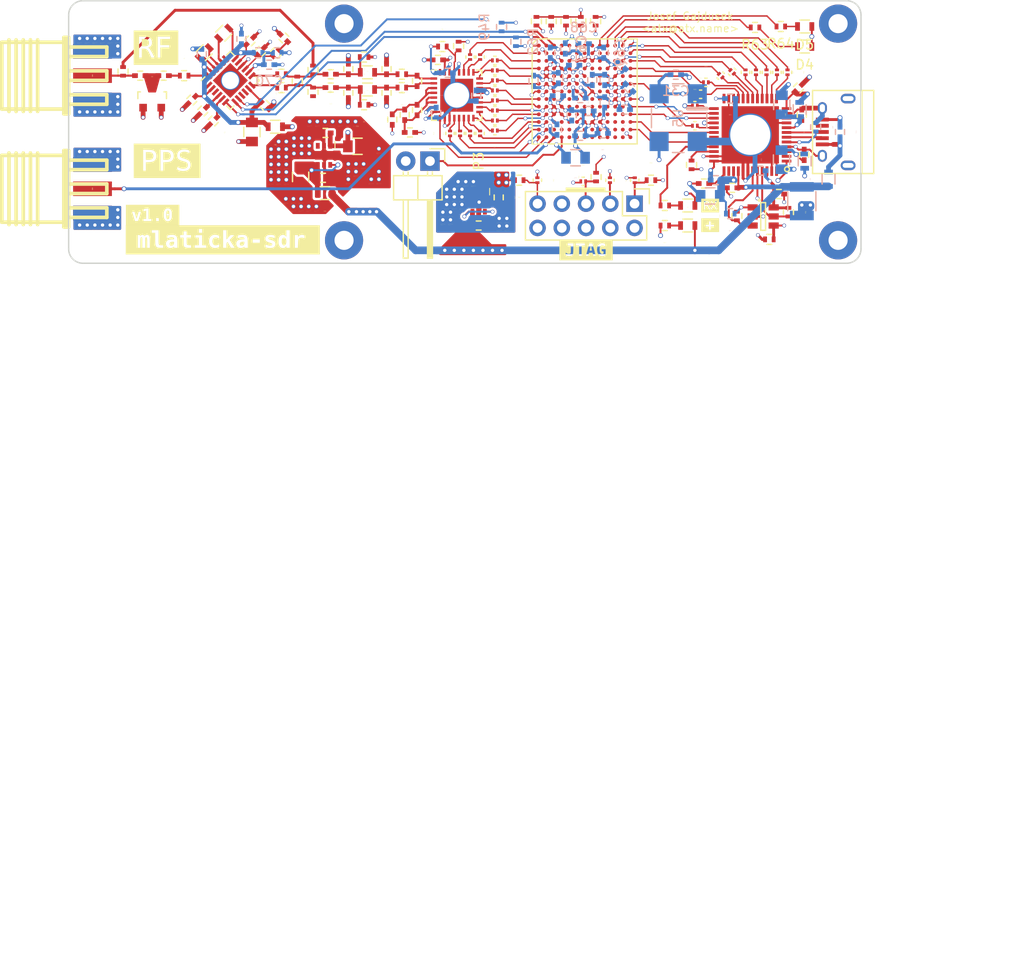
<source format=kicad_pcb>
(kicad_pcb (version 4) (host pcbnew 4.0.4-stable)
  (layers (0 F.Cu signal) (1 In1.Cu signal) (2 In2.Cu signal) (31 B.Cu signal) (34 B.Paste user) (35 F.Paste user) (36 B.SilkS user) (37 F.SilkS user) (38 B.Mask user) (39 F.Mask user) (44 Edge.Cuts user))
  (net 0 "")
  (net 1 "Net-(C1-Pad1)")
  (net 2 "Net-(C1-Pad2)")
  (net 3 "Net-(C2-Pad1)")
  (net 4 GND)
  (net 5 "Net-(C3-Pad1)")
  (net 6 3.3V_A)
  (net 7 "Net-(C6-Pad1)")
  (net 8 "Net-(C8-Pad1)")
  (net 9 "Net-(C10-Pad1)")
  (net 10 "Net-(C11-Pad1)")
  (net 11 /RF/IF_P)
  (net 12 "Net-(C12-Pad1)")
  (net 13 /RF/IF_N)
  (net 14 "Net-(C15-Pad2)")
  (net 15 "Net-(C16-Pad1)")
  (net 16 "Net-(C17-Pad1)")
  (net 17 "Net-(C17-Pad2)")
  (net 18 "Net-(C18-Pad1)")
  (net 19 "Net-(C19-Pad1)")
  (net 20 /ADC/VCM)
  (net 21 /FTDI/3.3V_FT)
  (net 22 "Net-(C27-Pad1)")
  (net 23 +5V)
  (net 24 /FTDI/VCCA)
  (net 25 /FTDI/VPHY)
  (net 26 /FTDI/VPLL)
  (net 27 3.3V_FPGA)
  (net 28 "Net-(C50-Pad1)")
  (net 29 "Net-(D1-Pad1)")
  (net 30 "Net-(D2-Pad1)")
  (net 31 "Net-(L1-Pad1)")
  (net 32 "Net-(L1-Pad2)")
  (net 33 "Net-(L2-Pad2)")
  (net 34 "Net-(L3-Pad1)")
  (net 35 "Net-(L3-Pad2)")
  (net 36 "Net-(P1-Pad2)")
  (net 37 "Net-(P1-Pad3)")
  (net 38 /FPGA-Misc/TCK)
  (net 39 /FPGA-Misc/TDO)
  (net 40 /FPGA-Misc/TMS)
  (net 41 /FPGA-Misc/TDI)
  (net 42 "Net-(R6-Pad2)")
  (net 43 "Net-(R8-Pad2)")
  (net 44 "Net-(R9-Pad2)")
  (net 45 "Net-(R13-Pad2)")
  (net 46 "Net-(R14-Pad2)")
  (net 47 "Net-(R15-Pad2)")
  (net 48 "Net-(R16-Pad2)")
  (net 49 "Net-(R17-Pad2)")
  (net 50 "Net-(R18-Pad2)")
  (net 51 "Net-(R19-Pad2)")
  (net 52 "Net-(R20-Pad2)")
  (net 53 "Net-(R21-Pad2)")
  (net 54 "Net-(R22-Pad2)")
  (net 55 "Net-(R23-Pad2)")
  (net 56 "Net-(R24-Pad2)")
  (net 57 "Net-(R25-Pad2)")
  (net 58 "Net-(R26-Pad2)")
  (net 59 "Net-(R28-Pad2)")
  (net 60 "Net-(R29-Pad2)")
  (net 61 "Net-(R30-Pad1)")
  (net 62 "Net-(R31-Pad2)")
  (net 63 "Net-(R34-Pad1)")
  (net 64 "Net-(R35-Pad1)")
  (net 65 "Net-(R36-Pad2)")
  (net 66 "Net-(R37-Pad2)")
  (net 67 "Net-(R38-Pad2)")
  (net 68 "Net-(R39-Pad2)")
  (net 69 "Net-(R40-Pad2)")
  (net 70 "Net-(R41-Pad2)")
  (net 71 "Net-(R42-Pad2)")
  (net 72 "Net-(R43-Pad2)")
  (net 73 "Net-(R44-Pad2)")
  (net 74 "Net-(R45-Pad2)")
  (net 75 /FTDI/CLK)
  (net 76 "Net-(R46-Pad2)")
  (net 77 /FTDI/LED_RX)
  (net 78 "Net-(R50-Pad1)")
  (net 79 "Net-(R51-Pad1)")
  (net 80 "Net-(R52-Pad1)")
  (net 81 "Net-(R53-Pad1)")
  (net 82 "Net-(R54-Pad1)")
  (net 83 "Net-(R55-Pad2)")
  (net 84 "Net-(R56-Pad2)")
  (net 85 "Net-(R57-Pad2)")
  (net 86 "Net-(R58-Pad2)")
  (net 87 "Net-(C54-Pad2)")
  (net 88 /RF/3.3V)
  (net 89 /FPGA/ADC_CLK)
  (net 90 /FPGA/FT_RST)
  (net 91 /FPGA/FT_~OE)
  (net 92 /FPGA/FT_~RD)
  (net 93 /FPGA/FT_~WR)
  (net 94 /FPGA/FT_~TXE)
  (net 95 /FPGA/FT_~RXF)
  (net 96 /FPGA/PPS)
  (net 97 /FTDI/D0)
  (net 98 /FTDI/D1)
  (net 99 /FTDI/D2)
  (net 100 /FTDI/D3)
  (net 101 /FTDI/D4)
  (net 102 /FTDI/D5)
  (net 103 /FTDI/D6)
  (net 104 /FTDI/D7)
  (net 105 /FPGA/SCL)
  (net 106 /FPGA/SDA)
  (net 107 "Net-(C70-Pad1)")
  (net 108 /RF/CLK)
  (net 109 /FPGA/12MHz)
  (net 110 "Net-(D4-Pad2)")
  (net 111 "Net-(D5-Pad2)")
  (net 112 /ADC/BYPASS)
  (net 113 "Net-(R63-Pad2)")
  (net 114 "Net-(R64-Pad2)")
  (net 115 /FPGA/ADC_D0)
  (net 116 /FPGA/ADC_D1)
  (net 117 /FPGA/ADC_D2)
  (net 118 /FPGA/ADC_D3)
  (net 119 /FPGA/ADC_D4)
  (net 120 /FPGA/ADC_D5)
  (net 121 /FPGA/ADC_D6)
  (net 122 /FPGA/ADC_D7)
  (net 123 /FPGA/ADC_D8)
  (net 124 /FPGA/ADC_D9)
  (net 125 /FPGA/ADC_D10)
  (net 126 /FPGA/ADC_D11)
  (net 127 /FPGA/ADC_D12)
  (net 128 /FPGA/ADC_D13)
  (net 129 /FPGA/CLK_EXT)
  (module Pin_Headers:Pin_Header_Angled_1x02 (layer F.Cu) (at 49.85 30.9 270)
    (fp_text reference P3 (at 0 -5.1 270) (layer F.SilkS))
    (fp_text value CLK_EXT)
    (pad 1 thru_hole rect (at 0 0 270) (size 2.032 2.032) (drill 1.016) (layers *.Cu *.Mask) (net 129 /FPGA/CLK_EXT))
    (pad 2 thru_hole oval (at 0 2.54 270) (size 2.032 2.032) (drill 1.016) (layers *.Cu *.Mask) (net 4 GND) (thermal_gap 0.3))
  )
  (module footprints:Via (layer F.Cu) (at 40.85 16.5)
    (fp_text reference REF** (at 0 0.5) (layer F.SilkS) (effects (font (size 0.127 0.127) (thickness 0.003))))
    (fp_text value Via)
    (pad 1 thru_hole circle (at 0 0) (size 4 4) (drill 2) (layers *.Cu) (net 4 GND))
  )
  (module footprints:Via (layer F.Cu) (at 40.85 39.2)
    (fp_text reference REF** (at 0 0.5) (layer F.SilkS) (effects (font (size 0.127 0.127) (thickness 0.003))))
    (fp_text value Via)
    (pad 1 thru_hole circle (at 0 0) (size 4 4) (drill 2) (layers *.Cu) (net 4 GND))
  )
  (module footprints:Via (layer F.Cu) (at 92.6 39.2)
    (fp_text reference REF** (at 0 0.5) (layer F.SilkS) (effects (font (size 0.127 0.127) (thickness 0.003))))
    (fp_text value Via)
    (pad 1 thru_hole circle (at 0 0) (size 4 4) (drill 2) (layers *.Cu) (net 4 GND))
  )
  (module footprints:Via (layer F.Cu) (at 34.8 28.85)
    (fp_text reference REF** (at 0 0.5) (layer F.SilkS) (effects (font (size 0.127 0.127) (thickness 0.003))))
    (fp_text value Via)
    (pad 1 thru_hole circle (at 0 0) (size 0.45 0.45) (drill 0.35) (layers *.Cu) (net 4 GND))
  )
  (module footprints:Via (layer F.Cu) (at 34 28.85)
    (fp_text reference REF** (at 0 0.5) (layer F.SilkS) (effects (font (size 0.127 0.127) (thickness 0.003))))
    (fp_text value Via)
    (pad 1 thru_hole circle (at 0 0) (size 0.45 0.45) (drill 0.35) (layers *.Cu) (net 4 GND))
  )
  (module footprints:Via (layer F.Cu) (at 14.75 25.75)
    (fp_text reference REF** (at 0 0.5) (layer F.SilkS) (effects (font (size 0.127 0.127) (thickness 0.003))))
    (fp_text value Via)
    (pad 1 thru_hole circle (at 0 0) (size 0.45 0.45) (drill 0.35) (layers *.Cu) (net 4 GND))
  )
  (module footprints:Via (layer F.Cu) (at 15.55 25.75)
    (fp_text reference REF** (at 0 0.5) (layer F.SilkS) (effects (font (size 0.127 0.127) (thickness 0.003))))
    (fp_text value Via)
    (pad 1 thru_hole circle (at 0 0) (size 0.45 0.45) (drill 0.35) (layers *.Cu) (net 4 GND))
  )
  (module footprints:Via (layer F.Cu) (at 17.15 25.75)
    (fp_text reference REF** (at 0 0.5) (layer F.SilkS) (effects (font (size 0.127 0.127) (thickness 0.003))))
    (fp_text value Via)
    (pad 1 thru_hole circle (at 0 0) (size 0.45 0.45) (drill 0.35) (layers *.Cu) (net 4 GND))
  )
  (module footprints:Via (layer F.Cu) (at 13.95 25.75)
    (fp_text reference REF** (at 0 0.5) (layer F.SilkS) (effects (font (size 0.127 0.127) (thickness 0.003))))
    (fp_text value Via)
    (pad 1 thru_hole circle (at 0 0) (size 0.45 0.45) (drill 0.35) (layers *.Cu) (net 4 GND))
  )
  (module footprints:Via (layer F.Cu) (at 16.35 25.75)
    (fp_text reference REF** (at 0 0.5) (layer F.SilkS) (effects (font (size 0.127 0.127) (thickness 0.003))))
    (fp_text value Via)
    (pad 1 thru_hole circle (at 0 0) (size 0.45 0.45) (drill 0.35) (layers *.Cu) (net 4 GND))
  )
  (module footprints:Via (layer F.Cu) (at 13.15 25.75)
    (fp_text reference REF** (at 0 0.5) (layer F.SilkS) (effects (font (size 0.127 0.127) (thickness 0.003))))
    (fp_text value Via)
    (pad 1 thru_hole circle (at 0 0) (size 0.45 0.45) (drill 0.35) (layers *.Cu) (net 4 GND))
  )
  (module footprints:Via (layer F.Cu) (at 17.15 24.15)
    (fp_text reference REF** (at 0 0.5) (layer F.SilkS) (effects (font (size 0.127 0.127) (thickness 0.003))))
    (fp_text value Via)
    (pad 1 thru_hole circle (at 0 0) (size 0.45 0.45) (drill 0.35) (layers *.Cu) (net 4 GND))
  )
  (module footprints:Via (layer F.Cu) (at 17.15 24.95)
    (fp_text reference REF** (at 0 0.5) (layer F.SilkS) (effects (font (size 0.127 0.127) (thickness 0.003))))
    (fp_text value Via)
    (pad 1 thru_hole circle (at 0 0) (size 0.45 0.45) (drill 0.35) (layers *.Cu) (net 4 GND))
  )
  (module footprints:Via (layer F.Cu) (at 13.15 18.05)
    (fp_text reference REF** (at 0 0.5) (layer F.SilkS) (effects (font (size 0.127 0.127) (thickness 0.003))))
    (fp_text value Via)
    (pad 1 thru_hole circle (at 0 0) (size 0.45 0.45) (drill 0.35) (layers *.Cu) (net 4 GND))
  )
  (module footprints:Via (layer F.Cu) (at 13.95 18.05)
    (fp_text reference REF** (at 0 0.5) (layer F.SilkS) (effects (font (size 0.127 0.127) (thickness 0.003))))
    (fp_text value Via)
    (pad 1 thru_hole circle (at 0 0) (size 0.45 0.45) (drill 0.35) (layers *.Cu) (net 4 GND))
  )
  (module footprints:Via (layer F.Cu) (at 15.55 18.05)
    (fp_text reference REF** (at 0 0.5) (layer F.SilkS) (effects (font (size 0.127 0.127) (thickness 0.003))))
    (fp_text value Via)
    (pad 1 thru_hole circle (at 0 0) (size 0.45 0.45) (drill 0.35) (layers *.Cu) (net 4 GND))
  )
  (module footprints:Via (layer F.Cu) (at 14.75 18.05)
    (fp_text reference REF** (at 0 0.5) (layer F.SilkS) (effects (font (size 0.127 0.127) (thickness 0.003))))
    (fp_text value Via)
    (pad 1 thru_hole circle (at 0 0) (size 0.45 0.45) (drill 0.35) (layers *.Cu) (net 4 GND))
  )
  (module footprints:Via (layer F.Cu) (at 16.35 18.05)
    (fp_text reference REF** (at 0 0.5) (layer F.SilkS) (effects (font (size 0.127 0.127) (thickness 0.003))))
    (fp_text value Via)
    (pad 1 thru_hole circle (at 0 0) (size 0.45 0.45) (drill 0.35) (layers *.Cu) (net 4 GND))
  )
  (module footprints:Via (layer F.Cu) (at 17.15 19.65)
    (fp_text reference REF** (at 0 0.5) (layer F.SilkS) (effects (font (size 0.127 0.127) (thickness 0.003))))
    (fp_text value Via)
    (pad 1 thru_hole circle (at 0 0) (size 0.45 0.45) (drill 0.35) (layers *.Cu) (net 4 GND))
  )
  (module footprints:Via (layer F.Cu) (at 17.15 18.85)
    (fp_text reference REF** (at 0 0.5) (layer F.SilkS) (effects (font (size 0.127 0.127) (thickness 0.003))))
    (fp_text value Via)
    (pad 1 thru_hole circle (at 0 0) (size 0.45 0.45) (drill 0.35) (layers *.Cu) (net 4 GND))
  )
  (module footprints:Via (layer F.Cu) (at 17.15 18.05)
    (fp_text reference REF** (at 0 0.5) (layer F.SilkS) (effects (font (size 0.127 0.127) (thickness 0.003))))
    (fp_text value Via)
    (pad 1 thru_hole circle (at 0 0) (size 0.45 0.45) (drill 0.35) (layers *.Cu) (net 4 GND))
  )
  (module footprints:Via (layer F.Cu) (at 17.15 36)
    (fp_text reference REF** (at 0 0.5) (layer F.SilkS) (effects (font (size 0.127 0.127) (thickness 0.003))))
    (fp_text value Via)
    (pad 1 thru_hole circle (at 0 0) (size 0.45 0.45) (drill 0.35) (layers *.Cu) (net 4 GND))
  )
  (module footprints:Via (layer F.Cu) (at 17.15 37.6)
    (fp_text reference REF** (at 0 0.5) (layer F.SilkS) (effects (font (size 0.127 0.127) (thickness 0.003))))
    (fp_text value Via)
    (pad 1 thru_hole circle (at 0 0) (size 0.45 0.45) (drill 0.35) (layers *.Cu) (net 4 GND))
  )
  (module footprints:Via (layer F.Cu) (at 17.15 36.8)
    (fp_text reference REF** (at 0 0.5) (layer F.SilkS) (effects (font (size 0.127 0.127) (thickness 0.003))))
    (fp_text value Via)
    (pad 1 thru_hole circle (at 0 0) (size 0.45 0.45) (drill 0.35) (layers *.Cu) (net 4 GND))
  )
  (module footprints:Via (layer F.Cu) (at 16.35 37.6)
    (fp_text reference REF** (at 0 0.5) (layer F.SilkS) (effects (font (size 0.127 0.127) (thickness 0.003))))
    (fp_text value Via)
    (pad 1 thru_hole circle (at 0 0) (size 0.45 0.45) (drill 0.35) (layers *.Cu) (net 4 GND))
  )
  (module footprints:Via (layer F.Cu) (at 13.15 37.6)
    (fp_text reference REF** (at 0 0.5) (layer F.SilkS) (effects (font (size 0.127 0.127) (thickness 0.003))))
    (fp_text value Via)
    (pad 1 thru_hole circle (at 0 0) (size 0.45 0.45) (drill 0.35) (layers *.Cu) (net 4 GND))
  )
  (module footprints:Via (layer F.Cu) (at 13.95 37.6)
    (fp_text reference REF** (at 0 0.5) (layer F.SilkS) (effects (font (size 0.127 0.127) (thickness 0.003))))
    (fp_text value Via)
    (pad 1 thru_hole circle (at 0 0) (size 0.45 0.45) (drill 0.35) (layers *.Cu) (net 4 GND))
  )
  (module footprints:Via (layer F.Cu) (at 15.55 37.6)
    (fp_text reference REF** (at 0 0.5) (layer F.SilkS) (effects (font (size 0.127 0.127) (thickness 0.003))))
    (fp_text value Via)
    (pad 1 thru_hole circle (at 0 0) (size 0.45 0.45) (drill 0.35) (layers *.Cu) (net 4 GND))
  )
  (module footprints:Via (layer F.Cu) (at 14.75 37.6)
    (fp_text reference REF** (at 0 0.5) (layer F.SilkS) (effects (font (size 0.127 0.127) (thickness 0.003))))
    (fp_text value Via)
    (pad 1 thru_hole circle (at 0 0) (size 0.45 0.45) (drill 0.35) (layers *.Cu) (net 4 GND))
  )
  (module footprints:Via (layer F.Cu) (at 17.15 31.5)
    (fp_text reference REF** (at 0 0.5) (layer F.SilkS) (effects (font (size 0.127 0.127) (thickness 0.003))))
    (fp_text value Via)
    (pad 1 thru_hole circle (at 0 0) (size 0.45 0.45) (drill 0.35) (layers *.Cu) (net 4 GND))
  )
  (module footprints:Via (layer F.Cu) (at 17.15 30.7)
    (fp_text reference REF** (at 0 0.5) (layer F.SilkS) (effects (font (size 0.127 0.127) (thickness 0.003))))
    (fp_text value Via)
    (pad 1 thru_hole circle (at 0 0) (size 0.45 0.45) (drill 0.35) (layers *.Cu) (net 4 GND))
  )
  (module footprints:Via (layer F.Cu) (at 16.35 29.9)
    (fp_text reference REF** (at 0 0.5) (layer F.SilkS) (effects (font (size 0.127 0.127) (thickness 0.003))))
    (fp_text value Via)
    (pad 1 thru_hole circle (at 0 0) (size 0.45 0.45) (drill 0.35) (layers *.Cu) (net 4 GND))
  )
  (module footprints:Via (layer F.Cu) (at 17.15 29.9)
    (fp_text reference REF** (at 0 0.5) (layer F.SilkS) (effects (font (size 0.127 0.127) (thickness 0.003))))
    (fp_text value Via)
    (pad 1 thru_hole circle (at 0 0) (size 0.45 0.45) (drill 0.35) (layers *.Cu) (net 4 GND))
  )
  (module footprints:Via (layer F.Cu) (at 15.55 29.9)
    (fp_text reference REF** (at 0 0.5) (layer F.SilkS) (effects (font (size 0.127 0.127) (thickness 0.003))))
    (fp_text value Via)
    (pad 1 thru_hole circle (at 0 0) (size 0.45 0.45) (drill 0.35) (layers *.Cu) (net 4 GND))
  )
  (module footprints:Via (layer F.Cu) (at 13.95 29.9)
    (fp_text reference REF** (at 0 0.5) (layer F.SilkS) (effects (font (size 0.127 0.127) (thickness 0.003))))
    (fp_text value Via)
    (pad 1 thru_hole circle (at 0 0) (size 0.45 0.45) (drill 0.35) (layers *.Cu) (net 4 GND))
  )
  (module footprints:Via (layer F.Cu) (at 14.75 29.9)
    (fp_text reference REF** (at 0 0.5) (layer F.SilkS) (effects (font (size 0.127 0.127) (thickness 0.003))))
    (fp_text value Via)
    (pad 1 thru_hole circle (at 0 0) (size 0.45 0.45) (drill 0.35) (layers *.Cu) (net 4 GND))
  )
  (module footprints:Via (layer F.Cu) (at 13.15 29.9)
    (fp_text reference REF** (at 0 0.5) (layer F.SilkS) (effects (font (size 0.127 0.127) (thickness 0.003))))
    (fp_text value Via)
    (pad 1 thru_hole circle (at 0 0) (size 0.45 0.45) (drill 0.35) (layers *.Cu) (net 4 GND))
  )
  (module footprints:Via (layer F.Cu) (at 57.9 37.7)
    (fp_text reference REF** (at 0 0.5) (layer F.SilkS) (effects (font (size 0.127 0.127) (thickness 0.003))))
    (fp_text value Via)
    (pad 1 thru_hole circle (at 0 0) (size 0.45 0.45) (drill 0.35) (layers *.Cu) (net 4 GND))
  )
  (module footprints:Via (layer F.Cu) (at 57.1 37.7)
    (fp_text reference REF** (at 0 0.5) (layer F.SilkS) (effects (font (size 0.127 0.127) (thickness 0.003))))
    (fp_text value Via)
    (pad 1 thru_hole circle (at 0 0) (size 0.45 0.45) (drill 0.35) (layers *.Cu) (net 4 GND))
  )
  (module footprints:Via (layer F.Cu) (at 57.1 36.9)
    (fp_text reference REF** (at 0 0.5) (layer F.SilkS) (effects (font (size 0.127 0.127) (thickness 0.003))))
    (fp_text value Via)
    (pad 1 thru_hole circle (at 0 0) (size 0.45 0.45) (drill 0.35) (layers *.Cu) (net 4 GND))
  )
  (module footprints:Via (layer F.Cu) (at 57.9 36.9)
    (fp_text reference REF** (at 0 0.5) (layer F.SilkS) (effects (font (size 0.127 0.127) (thickness 0.003))))
    (fp_text value Via)
    (pad 1 thru_hole circle (at 0 0) (size 0.45 0.45) (drill 0.35) (layers *.Cu) (net 4 GND))
  )
  (module footprints:Via (layer F.Cu) (at 54.4 33.05)
    (fp_text reference REF** (at 0 0.5) (layer F.SilkS) (effects (font (size 0.127 0.127) (thickness 0.003))))
    (fp_text value Via)
    (pad 1 thru_hole circle (at 0 0) (size 0.45 0.45) (drill 0.35) (layers *.Cu) (net 4 GND))
  )
  (module footprints:Via (layer F.Cu) (at 52.8 33.05)
    (fp_text reference REF** (at 0 0.5) (layer F.SilkS) (effects (font (size 0.127 0.127) (thickness 0.003))))
    (fp_text value Via)
    (pad 1 thru_hole circle (at 0 0) (size 0.45 0.45) (drill 0.35) (layers *.Cu) (net 4 GND))
  )
  (module footprints:Via (layer F.Cu) (at 53.6 33.05)
    (fp_text reference REF** (at 0 0.5) (layer F.SilkS) (effects (font (size 0.127 0.127) (thickness 0.003))))
    (fp_text value Via)
    (pad 1 thru_hole circle (at 0 0) (size 0.45 0.45) (drill 0.35) (layers *.Cu) (net 4 GND))
  )
  (module footprints:Via (layer F.Cu) (at 52 36.25)
    (fp_text reference REF** (at 0 0.5) (layer F.SilkS) (effects (font (size 0.127 0.127) (thickness 0.003))))
    (fp_text value Via)
    (pad 1 thru_hole circle (at 0 0) (size 0.45 0.45) (drill 0.35) (layers *.Cu) (net 4 GND))
  )
  (module footprints:Via (layer F.Cu) (at 51.2 37.05)
    (fp_text reference REF** (at 0 0.5) (layer F.SilkS) (effects (font (size 0.127 0.127) (thickness 0.003))))
    (fp_text value Via)
    (pad 1 thru_hole circle (at 0 0) (size 0.45 0.45) (drill 0.35) (layers *.Cu) (net 4 GND))
  )
  (module footprints:Via (layer F.Cu) (at 51.2 36.25)
    (fp_text reference REF** (at 0 0.5) (layer F.SilkS) (effects (font (size 0.127 0.127) (thickness 0.003))))
    (fp_text value Via)
    (pad 1 thru_hole circle (at 0 0) (size 0.45 0.45) (drill 0.35) (layers *.Cu) (net 4 GND))
  )
  (module footprints:Via (layer F.Cu) (at 52 37.05)
    (fp_text reference REF** (at 0 0.5) (layer F.SilkS) (effects (font (size 0.127 0.127) (thickness 0.003))))
    (fp_text value Via)
    (pad 1 thru_hole circle (at 0 0) (size 0.45 0.45) (drill 0.35) (layers *.Cu) (net 4 GND))
  )
  (module footprints:Via (layer F.Cu) (at 51.6 34.65)
    (fp_text reference REF** (at 0 0.5) (layer F.SilkS) (effects (font (size 0.127 0.127) (thickness 0.003))))
    (fp_text value Via)
    (pad 1 thru_hole circle (at 0 0) (size 0.45 0.45) (drill 0.35) (layers *.Cu) (net 4 GND))
  )
  (module footprints:Via (layer F.Cu) (at 53.2 34.65)
    (fp_text reference REF** (at 0 0.5) (layer F.SilkS) (effects (font (size 0.127 0.127) (thickness 0.003))))
    (fp_text value Via)
    (pad 1 thru_hole circle (at 0 0) (size 0.45 0.45) (drill 0.35) (layers *.Cu) (net 4 GND))
  )
  (module footprints:Via (layer F.Cu) (at 53.2 35.45)
    (fp_text reference REF** (at 0 0.5) (layer F.SilkS) (effects (font (size 0.127 0.127) (thickness 0.003))))
    (fp_text value Via)
    (pad 1 thru_hole circle (at 0 0) (size 0.45 0.45) (drill 0.35) (layers *.Cu) (net 4 GND))
  )
  (module footprints:Via (layer F.Cu) (at 52.4 35.45)
    (fp_text reference REF** (at 0 0.5) (layer F.SilkS) (effects (font (size 0.127 0.127) (thickness 0.003))))
    (fp_text value Via)
    (pad 1 thru_hole circle (at 0 0) (size 0.45 0.45) (drill 0.35) (layers *.Cu) (net 4 GND))
  )
  (module footprints:Via (layer F.Cu) (at 51.6 35.45)
    (fp_text reference REF** (at 0 0.5) (layer F.SilkS) (effects (font (size 0.127 0.127) (thickness 0.003))))
    (fp_text value Via)
    (pad 1 thru_hole circle (at 0 0) (size 0.45 0.45) (drill 0.35) (layers *.Cu) (net 4 GND))
  )
  (module footprints:Via (layer F.Cu) (at 52.4 34.65)
    (fp_text reference REF** (at 0 0.5) (layer F.SilkS) (effects (font (size 0.127 0.127) (thickness 0.003))))
    (fp_text value Via)
    (pad 1 thru_hole circle (at 0 0) (size 0.45 0.45) (drill 0.35) (layers *.Cu) (net 4 GND))
  )
  (module footprints:Via (layer F.Cu) (at 53.2 33.85)
    (fp_text reference REF** (at 0 0.5) (layer F.SilkS) (effects (font (size 0.127 0.127) (thickness 0.003))))
    (fp_text value Via)
    (pad 1 thru_hole circle (at 0 0) (size 0.45 0.45) (drill 0.35) (layers *.Cu) (net 4 GND))
  )
  (module footprints:Via (layer F.Cu) (at 52.4 33.85)
    (fp_text reference REF** (at 0 0.5) (layer F.SilkS) (effects (font (size 0.127 0.127) (thickness 0.003))))
    (fp_text value Via)
    (pad 1 thru_hole circle (at 0 0) (size 0.45 0.45) (drill 0.35) (layers *.Cu) (net 4 GND))
  )
  (module footprints:Via (layer F.Cu) (at 51.6 33.85)
    (fp_text reference REF** (at 0 0.5) (layer F.SilkS) (effects (font (size 0.127 0.127) (thickness 0.003))))
    (fp_text value Via)
    (pad 1 thru_hole circle (at 0 0) (size 0.45 0.45) (drill 0.35) (layers *.Cu) (net 4 GND))
  )
  (module footprints:Via (layer F.Cu) (at 42.05 26.75)
    (fp_text reference REF** (at 0 0.5) (layer F.SilkS) (effects (font (size 0.127 0.127) (thickness 0.003))))
    (fp_text value Via)
    (pad 1 thru_hole circle (at 0 0) (size 0.45 0.45) (drill 0.35) (layers *.Cu) (net 4 GND))
  )
  (module footprints:Via (layer F.Cu) (at 41.25 26.75)
    (fp_text reference REF** (at 0 0.5) (layer F.SilkS) (effects (font (size 0.127 0.127) (thickness 0.003))))
    (fp_text value Via)
    (pad 1 thru_hole circle (at 0 0) (size 0.45 0.45) (drill 0.35) (layers *.Cu) (net 4 GND))
  )
  (module footprints:Via (layer F.Cu) (at 40.45 26.75)
    (fp_text reference REF** (at 0 0.5) (layer F.SilkS) (effects (font (size 0.127 0.127) (thickness 0.003))))
    (fp_text value Via)
    (pad 1 thru_hole circle (at 0 0) (size 0.45 0.45) (drill 0.35) (layers *.Cu) (net 4 GND))
  )
  (module footprints:Via (layer F.Cu) (at 39.65 26.75)
    (fp_text reference REF** (at 0 0.5) (layer F.SilkS) (effects (font (size 0.127 0.127) (thickness 0.003))))
    (fp_text value Via)
    (pad 1 thru_hole circle (at 0 0) (size 0.45 0.45) (drill 0.35) (layers *.Cu) (net 4 GND))
  )
  (module footprints:Via (layer F.Cu) (at 38.85 26.75)
    (fp_text reference REF** (at 0 0.5) (layer F.SilkS) (effects (font (size 0.127 0.127) (thickness 0.003))))
    (fp_text value Via)
    (pad 1 thru_hole circle (at 0 0) (size 0.45 0.45) (drill 0.35) (layers *.Cu) (net 4 GND))
  )
  (module footprints:Via (layer F.Cu) (at 38.05 26.75)
    (fp_text reference REF** (at 0 0.5) (layer F.SilkS) (effects (font (size 0.127 0.127) (thickness 0.003))))
    (fp_text value Via)
    (pad 1 thru_hole circle (at 0 0) (size 0.45 0.45) (drill 0.35) (layers *.Cu) (net 4 GND))
  )
  (module footprints:Via (layer F.Cu) (at 37.25 26.75)
    (fp_text reference REF** (at 0 0.5) (layer F.SilkS) (effects (font (size 0.127 0.127) (thickness 0.003))))
    (fp_text value Via)
    (pad 1 thru_hole circle (at 0 0) (size 0.45 0.45) (drill 0.35) (layers *.Cu) (net 4 GND))
  )
  (module footprints:Via (layer F.Cu) (at 36.4 28.5)
    (fp_text reference REF** (at 0 0.5) (layer F.SilkS) (effects (font (size 0.127 0.127) (thickness 0.003))))
    (fp_text value Via)
    (pad 1 thru_hole circle (at 0 0) (size 0.45 0.45) (drill 0.35) (layers *.Cu) (net 4 GND))
  )
  (module footprints:Via (layer F.Cu) (at 37.2 28.5)
    (fp_text reference REF** (at 0 0.5) (layer F.SilkS) (effects (font (size 0.127 0.127) (thickness 0.003))))
    (fp_text value Via)
    (pad 1 thru_hole circle (at 0 0) (size 0.45 0.45) (drill 0.35) (layers *.Cu) (net 4 GND))
  )
  (module footprints:Via (layer F.Cu) (at 35.6 28.5)
    (fp_text reference REF** (at 0 0.5) (layer F.SilkS) (effects (font (size 0.127 0.127) (thickness 0.003))))
    (fp_text value Via)
    (pad 1 thru_hole circle (at 0 0) (size 0.45 0.45) (drill 0.35) (layers *.Cu) (net 4 GND))
  )
  (module footprints:Via (layer F.Cu) (at 36.35 34.85)
    (fp_text reference REF** (at 0 0.5) (layer F.SilkS) (effects (font (size 0.127 0.127) (thickness 0.003))))
    (fp_text value Via)
    (pad 1 thru_hole circle (at 0 0) (size 0.45 0.45) (drill 0.35) (layers *.Cu) (net 4 GND))
  )
  (module footprints:Via (layer F.Cu) (at 37.95 35.65)
    (fp_text reference REF** (at 0 0.5) (layer F.SilkS) (effects (font (size 0.127 0.127) (thickness 0.003))))
    (fp_text value Via)
    (pad 1 thru_hole circle (at 0 0) (size 0.45 0.45) (drill 0.35) (layers *.Cu) (net 4 GND))
  )
  (module footprints:Via (layer F.Cu) (at 37.15 35.65)
    (fp_text reference REF** (at 0 0.5) (layer F.SilkS) (effects (font (size 0.127 0.127) (thickness 0.003))))
    (fp_text value Via)
    (pad 1 thru_hole circle (at 0 0) (size 0.45 0.45) (drill 0.35) (layers *.Cu) (net 4 GND))
  )
  (module footprints:Via (layer F.Cu) (at 36.35 35.65)
    (fp_text reference REF** (at 0 0.5) (layer F.SilkS) (effects (font (size 0.127 0.127) (thickness 0.003))))
    (fp_text value Via)
    (pad 1 thru_hole circle (at 0 0) (size 0.45 0.45) (drill 0.35) (layers *.Cu) (net 4 GND))
  )
  (module footprints:Via (layer F.Cu) (at 44.5 29.6)
    (fp_text reference REF** (at 0 0.5) (layer F.SilkS) (effects (font (size 0.127 0.127) (thickness 0.003))))
    (fp_text value Via)
    (pad 1 thru_hole circle (at 0 0) (size 0.45 0.45) (drill 0.35) (layers *.Cu) (net 4 GND))
  )
  (module footprints:Via (layer F.Cu) (at 44.5 32)
    (fp_text reference REF** (at 0 0.5) (layer F.SilkS) (effects (font (size 0.127 0.127) (thickness 0.003))))
    (fp_text value Via)
    (pad 1 thru_hole circle (at 0 0) (size 0.45 0.45) (drill 0.35) (layers *.Cu) (net 4 GND))
  )
  (module footprints:Via (layer F.Cu) (at 43.7 32.8)
    (fp_text reference REF** (at 0 0.5) (layer F.SilkS) (effects (font (size 0.127 0.127) (thickness 0.003))))
    (fp_text value Via)
    (pad 1 thru_hole circle (at 0 0) (size 0.45 0.45) (drill 0.35) (layers *.Cu) (net 4 GND))
  )
  (module footprints:Via (layer F.Cu) (at 44.5 32.8)
    (fp_text reference REF** (at 0 0.5) (layer F.SilkS) (effects (font (size 0.127 0.127) (thickness 0.003))))
    (fp_text value Via)
    (pad 1 thru_hole circle (at 0 0) (size 0.45 0.45) (drill 0.35) (layers *.Cu) (net 4 GND))
  )
  (module footprints:Via (layer F.Cu) (at 42.1 32)
    (fp_text reference REF** (at 0 0.5) (layer F.SilkS) (effects (font (size 0.127 0.127) (thickness 0.003))))
    (fp_text value Via)
    (pad 1 thru_hole circle (at 0 0) (size 0.45 0.45) (drill 0.35) (layers *.Cu) (net 4 GND))
  )
  (module footprints:Via (layer F.Cu) (at 41.3 32.8)
    (fp_text reference REF** (at 0 0.5) (layer F.SilkS) (effects (font (size 0.127 0.127) (thickness 0.003))))
    (fp_text value Via)
    (pad 1 thru_hole circle (at 0 0) (size 0.45 0.45) (drill 0.35) (layers *.Cu) (net 4 GND))
  )
  (module footprints:Via (layer F.Cu) (at 41.3 32)
    (fp_text reference REF** (at 0 0.5) (layer F.SilkS) (effects (font (size 0.127 0.127) (thickness 0.003))))
    (fp_text value Via)
    (pad 1 thru_hole circle (at 0 0) (size 0.45 0.45) (drill 0.35) (layers *.Cu) (net 4 GND))
  )
  (module footprints:Via (layer F.Cu) (at 41.3 31.2)
    (fp_text reference REF** (at 0 0.5) (layer F.SilkS) (effects (font (size 0.127 0.127) (thickness 0.003))))
    (fp_text value Via)
    (pad 1 thru_hole circle (at 0 0) (size 0.45 0.45) (drill 0.35) (layers *.Cu) (net 4 GND))
  )
  (module footprints:Via (layer F.Cu) (at 42.9 31.2)
    (fp_text reference REF** (at 0 0.5) (layer F.SilkS) (effects (font (size 0.127 0.127) (thickness 0.003))))
    (fp_text value Via)
    (pad 1 thru_hole circle (at 0 0) (size 0.45 0.45) (drill 0.35) (layers *.Cu) (net 4 GND))
  )
  (module footprints:Via (layer F.Cu) (at 42.1 31.2)
    (fp_text reference REF** (at 0 0.5) (layer F.SilkS) (effects (font (size 0.127 0.127) (thickness 0.003))))
    (fp_text value Via)
    (pad 1 thru_hole circle (at 0 0) (size 0.45 0.45) (drill 0.35) (layers *.Cu) (net 4 GND))
  )
  (module footprints:Via (layer F.Cu) (at 35.6 29.3)
    (fp_text reference REF** (at 0 0.5) (layer F.SilkS) (effects (font (size 0.127 0.127) (thickness 0.003))))
    (fp_text value Via)
    (pad 1 thru_hole circle (at 0 0) (size 0.45 0.45) (drill 0.35) (layers *.Cu) (net 4 GND))
  )
  (module footprints:Via (layer F.Cu) (at 37.2 29.3)
    (fp_text reference REF** (at 0 0.5) (layer F.SilkS) (effects (font (size 0.127 0.127) (thickness 0.003))))
    (fp_text value Via)
    (pad 1 thru_hole circle (at 0 0) (size 0.45 0.45) (drill 0.35) (layers *.Cu) (net 4 GND))
  )
  (module footprints:Via (layer F.Cu) (at 36.4 29.3)
    (fp_text reference REF** (at 0 0.5) (layer F.SilkS) (effects (font (size 0.127 0.127) (thickness 0.003))))
    (fp_text value Via)
    (pad 1 thru_hole circle (at 0 0) (size 0.45 0.45) (drill 0.35) (layers *.Cu) (net 4 GND))
  )
  (module footprints:Via (layer F.Cu) (at 36.4 30.1)
    (fp_text reference REF** (at 0 0.5) (layer F.SilkS) (effects (font (size 0.127 0.127) (thickness 0.003))))
    (fp_text value Via)
    (pad 1 thru_hole circle (at 0 0) (size 0.45 0.45) (drill 0.35) (layers *.Cu) (net 4 GND))
  )
  (module footprints:Via (layer F.Cu) (at 37.2 30.1)
    (fp_text reference REF** (at 0 0.5) (layer F.SilkS) (effects (font (size 0.127 0.127) (thickness 0.003))))
    (fp_text value Via)
    (pad 1 thru_hole circle (at 0 0) (size 0.45 0.45) (drill 0.35) (layers *.Cu) (net 4 GND))
  )
  (module footprints:Via (layer F.Cu) (at 35.6 30.1)
    (fp_text reference REF** (at 0 0.5) (layer F.SilkS) (effects (font (size 0.127 0.127) (thickness 0.003))))
    (fp_text value Via)
    (pad 1 thru_hole circle (at 0 0) (size 0.45 0.45) (drill 0.35) (layers *.Cu) (net 4 GND))
  )
  (module footprints:Via (layer F.Cu) (at 35.55 35.65)
    (fp_text reference REF** (at 0 0.5) (layer F.SilkS) (effects (font (size 0.127 0.127) (thickness 0.003))))
    (fp_text value Via)
    (pad 1 thru_hole circle (at 0 0) (size 0.45 0.45) (drill 0.35) (layers *.Cu) (net 4 GND))
  )
  (module footprints:Via (layer F.Cu) (at 35.55 34.85)
    (fp_text reference REF** (at 0 0.5) (layer F.SilkS) (effects (font (size 0.127 0.127) (thickness 0.003))))
    (fp_text value Via)
    (pad 1 thru_hole circle (at 0 0) (size 0.45 0.45) (drill 0.35) (layers *.Cu) (net 4 GND))
  )
  (module footprints:Via (layer F.Cu) (at 34.75 34.85)
    (fp_text reference REF** (at 0 0.5) (layer F.SilkS) (effects (font (size 0.127 0.127) (thickness 0.003))))
    (fp_text value Via)
    (pad 1 thru_hole circle (at 0 0) (size 0.45 0.45) (drill 0.35) (layers *.Cu) (net 4 GND))
  )
  (module footprints:Via (layer F.Cu) (at 34.8 32.85)
    (fp_text reference REF** (at 0 0.5) (layer F.SilkS) (effects (font (size 0.127 0.127) (thickness 0.003))))
    (fp_text value Via)
    (pad 1 thru_hole circle (at 0 0) (size 0.45 0.45) (drill 0.35) (layers *.Cu) (net 4 GND))
  )
  (module footprints:Via (layer F.Cu) (at 34 32.85)
    (fp_text reference REF** (at 0 0.5) (layer F.SilkS) (effects (font (size 0.127 0.127) (thickness 0.003))))
    (fp_text value Via)
    (pad 1 thru_hole circle (at 0 0) (size 0.45 0.45) (drill 0.35) (layers *.Cu) (net 4 GND))
  )
  (module footprints:Via (layer F.Cu) (at 33.2 32.85)
    (fp_text reference REF** (at 0 0.5) (layer F.SilkS) (effects (font (size 0.127 0.127) (thickness 0.003))))
    (fp_text value Via)
    (pad 1 thru_hole circle (at 0 0) (size 0.45 0.45) (drill 0.35) (layers *.Cu) (net 4 GND))
  )
  (module footprints:Via (layer F.Cu) (at 34.8 32.05)
    (fp_text reference REF** (at 0 0.5) (layer F.SilkS) (effects (font (size 0.127 0.127) (thickness 0.003))))
    (fp_text value Via)
    (pad 1 thru_hole circle (at 0 0) (size 0.45 0.45) (drill 0.35) (layers *.Cu) (net 4 GND))
  )
  (module footprints:Via (layer F.Cu) (at 34 32.05)
    (fp_text reference REF** (at 0 0.5) (layer F.SilkS) (effects (font (size 0.127 0.127) (thickness 0.003))))
    (fp_text value Via)
    (pad 1 thru_hole circle (at 0 0) (size 0.45 0.45) (drill 0.35) (layers *.Cu) (net 4 GND))
  )
  (module footprints:Via (layer F.Cu) (at 33.2 32.05)
    (fp_text reference REF** (at 0 0.5) (layer F.SilkS) (effects (font (size 0.127 0.127) (thickness 0.003))))
    (fp_text value Via)
    (pad 1 thru_hole circle (at 0 0) (size 0.45 0.45) (drill 0.35) (layers *.Cu) (net 4 GND))
  )
  (module footprints:Via (layer F.Cu) (at 34.8 31.25)
    (fp_text reference REF** (at 0 0.5) (layer F.SilkS) (effects (font (size 0.127 0.127) (thickness 0.003))))
    (fp_text value Via)
    (pad 1 thru_hole circle (at 0 0) (size 0.45 0.45) (drill 0.35) (layers *.Cu) (net 4 GND))
  )
  (module footprints:Via (layer F.Cu) (at 34 31.25)
    (fp_text reference REF** (at 0 0.5) (layer F.SilkS) (effects (font (size 0.127 0.127) (thickness 0.003))))
    (fp_text value Via)
    (pad 1 thru_hole circle (at 0 0) (size 0.45 0.45) (drill 0.35) (layers *.Cu) (net 4 GND))
  )
  (module footprints:Via (layer F.Cu) (at 33.2 31.25)
    (fp_text reference REF** (at 0 0.5) (layer F.SilkS) (effects (font (size 0.127 0.127) (thickness 0.003))))
    (fp_text value Via)
    (pad 1 thru_hole circle (at 0 0) (size 0.45 0.45) (drill 0.35) (layers *.Cu) (net 4 GND))
  )
  (module footprints:Via (layer F.Cu) (at 34.8 30.45)
    (fp_text reference REF** (at 0 0.5) (layer F.SilkS) (effects (font (size 0.127 0.127) (thickness 0.003))))
    (fp_text value Via)
    (pad 1 thru_hole circle (at 0 0) (size 0.45 0.45) (drill 0.35) (layers *.Cu) (net 4 GND))
  )
  (module footprints:Via (layer F.Cu) (at 34 30.45)
    (fp_text reference REF** (at 0 0.5) (layer F.SilkS) (effects (font (size 0.127 0.127) (thickness 0.003))))
    (fp_text value Via)
    (pad 1 thru_hole circle (at 0 0) (size 0.45 0.45) (drill 0.35) (layers *.Cu) (net 4 GND))
  )
  (module footprints:Via (layer F.Cu) (at 33.2 30.45)
    (fp_text reference REF** (at 0 0.5) (layer F.SilkS) (effects (font (size 0.127 0.127) (thickness 0.003))))
    (fp_text value Via)
    (pad 1 thru_hole circle (at 0 0) (size 0.45 0.45) (drill 0.35) (layers *.Cu) (net 4 GND))
  )
  (module footprints:Via (layer F.Cu) (at 34.8 29.65)
    (fp_text reference REF** (at 0 0.5) (layer F.SilkS) (effects (font (size 0.127 0.127) (thickness 0.003))))
    (fp_text value Via)
    (pad 1 thru_hole circle (at 0 0) (size 0.45 0.45) (drill 0.35) (layers *.Cu) (net 4 GND))
  )
  (module footprints:Via (layer F.Cu) (at 34 29.65)
    (fp_text reference REF** (at 0 0.5) (layer F.SilkS) (effects (font (size 0.127 0.127) (thickness 0.003))))
    (fp_text value Via)
    (pad 1 thru_hole circle (at 0 0) (size 0.45 0.45) (drill 0.35) (layers *.Cu) (net 4 GND))
  )
  (module Capacitors_SMD:C_0402 (layer F.Cu) (at 21.95 21.95 180)
    (fp_text reference C1 (at 0 -1.7 180) (layer F.SilkS) (effects (font (size 0.1 0.1) (thickness 0.01))))
    (fp_text value 330p)
    (pad 1 smd rect (at -0.55 0 180) (size 0.6 0.5) (layers F.Cu F.Paste F.Mask) (net 1 "Net-(C1-Pad1)"))
    (pad 2 smd rect (at 0.55 0 180) (size 0.6 0.5) (layers F.Cu F.Paste F.Mask) (net 2 "Net-(C1-Pad2)"))
  )
  (module Capacitors_SMD:C_0402 (layer F.Cu) (at 26.05 25.65 225)
    (fp_text reference C2 (at 0 -1.7 225) (layer F.SilkS) (effects (font (size 0.1 0.1) (thickness 0.01))))
    (fp_text value 1u)
    (pad 1 smd rect (at -0.55 0 225) (size 0.6 0.5) (layers F.Cu F.Paste F.Mask) (net 3 "Net-(C2-Pad1)"))
    (pad 2 smd rect (at 0.55 0 225) (size 0.6 0.5) (layers F.Cu F.Paste F.Mask) (net 4 GND))
  )
  (module Capacitors_SMD:C_0402 (layer F.Cu) (at 27.15 26.7 225)
    (fp_text reference C3 (at 0 -1.7 225) (layer F.SilkS) (effects (font (size 0.1 0.1) (thickness 0.01))))
    (fp_text value 100n)
    (pad 1 smd rect (at -0.55 0 225) (size 0.6 0.5) (layers F.Cu F.Paste F.Mask) (net 5 "Net-(C3-Pad1)"))
    (pad 2 smd rect (at 0.55 0 225) (size 0.6 0.5) (layers F.Cu F.Paste F.Mask) (net 4 GND))
  )
  (module Capacitors_SMD:C_0402 (layer F.Cu) (at 24.9 24.5 225)
    (fp_text reference C4 (at 0 -1.7 225) (layer F.SilkS) (effects (font (size 0.1 0.1) (thickness 0.01))))
    (fp_text value 100n)
    (pad 1 smd rect (at -0.55 0 225) (size 0.6 0.5) (layers F.Cu F.Paste F.Mask) (net 88 /RF/3.3V))
    (pad 2 smd rect (at 0.55 0 225) (size 0.6 0.5) (layers F.Cu F.Paste F.Mask) (net 4 GND))
  )
  (module Capacitors_SMD:C_0402 (layer F.Cu) (at 32.55 25.05 315)
    (fp_text reference C5 (at 0 -1.7 315) (layer F.SilkS) (effects (font (size 0.1 0.1) (thickness 0.01))))
    (fp_text value 100n)
    (pad 1 smd rect (at -0.55 0 315) (size 0.6 0.5) (layers F.Cu F.Paste F.Mask) (net 88 /RF/3.3V))
    (pad 2 smd rect (at 0.55 0 315) (size 0.6 0.5) (layers F.Cu F.Paste F.Mask) (net 4 GND))
  )
  (module Capacitors_SMD:C_0402 (layer F.Cu) (at 30.988909 18.311091 45)
    (fp_text reference C6 (at 0 -1.7 45) (layer F.SilkS) (effects (font (size 0.1 0.1) (thickness 0.01))))
    (fp_text value 100n)
    (pad 1 smd rect (at -0.55 0 45) (size 0.6 0.5) (layers F.Cu F.Paste F.Mask) (net 7 "Net-(C6-Pad1)"))
    (pad 2 smd rect (at 0.55 0 45) (size 0.6 0.5) (layers F.Cu F.Paste F.Mask) (net 4 GND))
  )
  (module Capacitors_SMD:C_0402 (layer B.Cu) (at 30.1 18.1 90)
    (fp_text reference C7 (at 0 1.7 90) (layer B.SilkS) (effects (font (size 0.1 0.1) (thickness 0.01)) (justify mirror)))
    (fp_text value 100n)
    (pad 1 smd rect (at -0.55 0 90) (size 0.6 0.5) (layers B.Cu B.Paste B.Mask) (net 88 /RF/3.3V))
    (pad 2 smd rect (at 0.55 0 90) (size 0.6 0.5) (layers B.Cu B.Paste B.Mask) (net 4 GND))
  )
  (module Capacitors_SMD:C_0402 (layer F.Cu) (at 34.55 18 135)
    (fp_text reference C8 (at 0 -1.7 135) (layer F.SilkS) (effects (font (size 0.1 0.1) (thickness 0.01))))
    (fp_text value 6n8)
    (pad 1 smd rect (at -0.55 0 135) (size 0.6 0.5) (layers F.Cu F.Paste F.Mask) (net 8 "Net-(C8-Pad1)"))
    (pad 2 smd rect (at 0.55 0 135) (size 0.6 0.5) (layers F.Cu F.Paste F.Mask) (net 4 GND))
  )
  (module Capacitors_SMD:C_0402 (layer B.Cu) (at 25.95 19.7 90)
    (fp_text reference C9 (at 0 1.7 90) (layer B.SilkS) (effects (font (size 0.1 0.1) (thickness 0.01)) (justify mirror)))
    (fp_text value 100n)
    (pad 1 smd rect (at -0.55 0 90) (size 0.6 0.5) (layers B.Cu B.Paste B.Mask) (net 88 /RF/3.3V))
    (pad 2 smd rect (at 0.55 0 90) (size 0.6 0.5) (layers B.Cu B.Paste B.Mask) (net 4 GND))
  )
  (module Capacitors_SMD:C_0402 (layer F.Cu) (at 32.1 19.4 45)
    (fp_text reference C10 (at 0 -1.7 45) (layer F.SilkS) (effects (font (size 0.1 0.1) (thickness 0.01))))
    (fp_text value 330p)
    (pad 1 smd rect (at -0.55 0 45) (size 0.6 0.5) (layers F.Cu F.Paste F.Mask) (net 9 "Net-(C10-Pad1)"))
    (pad 2 smd rect (at 0.55 0 45) (size 0.6 0.5) (layers F.Cu F.Paste F.Mask) (net 4 GND))
  )
  (module Capacitors_SMD:C_0402 (layer F.Cu) (at 39.45 21.8 180)
    (fp_text reference C11 (at 0 -1.7 180) (layer F.SilkS) (effects (font (size 0.1 0.1) (thickness 0.01))))
    (fp_text value 100n)
    (pad 1 smd rect (at -0.55 0 180) (size 0.6 0.5) (layers F.Cu F.Paste F.Mask) (net 10 "Net-(C11-Pad1)"))
    (pad 2 smd rect (at 0.55 0 180) (size 0.6 0.5) (layers F.Cu F.Paste F.Mask) (net 11 /RF/IF_P))
  )
  (module Capacitors_SMD:C_0402 (layer F.Cu) (at 39.45 23.2 180)
    (fp_text reference C12 (at 0 -1.7 180) (layer F.SilkS) (effects (font (size 0.1 0.1) (thickness 0.01))))
    (fp_text value 100n)
    (pad 1 smd rect (at -0.55 0 180) (size 0.6 0.5) (layers F.Cu F.Paste F.Mask) (net 12 "Net-(C12-Pad1)"))
    (pad 2 smd rect (at 0.55 0 180) (size 0.6 0.5) (layers F.Cu F.Paste F.Mask) (net 13 /RF/IF_N))
  )
  (module Capacitors_SMD:C_0402 (layer F.Cu) (at 41.3 21.25 270)
    (fp_text reference C13 (at 0 -1.7 270) (layer F.SilkS) (effects (font (size 0.1 0.1) (thickness 0.01))))
    (fp_text value DNP)
    (pad 1 smd rect (at -0.55 0 270) (size 0.6 0.5) (layers F.Cu F.Paste F.Mask) (net 4 GND))
    (pad 2 smd rect (at 0.55 0 270) (size 0.6 0.5) (layers F.Cu F.Paste F.Mask) (net 10 "Net-(C11-Pad1)"))
  )
  (module Capacitors_SMD:C_0402 (layer F.Cu) (at 41.3 23.75 270)
    (fp_text reference C14 (at 0 -1.7 270) (layer F.SilkS) (effects (font (size 0.1 0.1) (thickness 0.01))))
    (fp_text value DNP)
    (pad 1 smd rect (at -0.55 0 270) (size 0.6 0.5) (layers F.Cu F.Paste F.Mask) (net 12 "Net-(C12-Pad1)"))
    (pad 2 smd rect (at 0.55 0 270) (size 0.6 0.5) (layers F.Cu F.Paste F.Mask) (net 4 GND))
  )
  (module Capacitors_SMD:C_0402 (layer F.Cu) (at 45.3 21.25 270)
    (fp_text reference C15 (at 0 -1.7 270) (layer F.SilkS) (effects (font (size 0.1 0.1) (thickness 0.01))))
    (fp_text value DNP)
    (pad 1 smd rect (at -0.55 0 270) (size 0.6 0.5) (layers F.Cu F.Paste F.Mask) (net 4 GND))
    (pad 2 smd rect (at 0.55 0 270) (size 0.6 0.5) (layers F.Cu F.Paste F.Mask) (net 14 "Net-(C15-Pad2)"))
  )
  (module Capacitors_SMD:C_0402 (layer F.Cu) (at 45.3 23.75 270)
    (fp_text reference C16 (at 0 -1.7 270) (layer F.SilkS) (effects (font (size 0.1 0.1) (thickness 0.01))))
    (fp_text value DNP)
    (pad 1 smd rect (at -0.55 0 270) (size 0.6 0.5) (layers F.Cu F.Paste F.Mask) (net 15 "Net-(C16-Pad1)"))
    (pad 2 smd rect (at 0.55 0 270) (size 0.6 0.5) (layers F.Cu F.Paste F.Mask) (net 4 GND))
  )
  (module Capacitors_SMD:C_0402 (layer F.Cu) (at 48.5 22.5 270)
    (fp_text reference C17 (at 0 -1.7 270) (layer F.SilkS) (effects (font (size 0.1 0.1) (thickness 0.01))))
    (fp_text value 12p)
    (pad 1 smd rect (at -0.55 0 270) (size 0.6 0.5) (layers F.Cu F.Paste F.Mask) (net 16 "Net-(C17-Pad1)"))
    (pad 2 smd rect (at 0.55 0 270) (size 0.6 0.5) (layers F.Cu F.Paste F.Mask) (net 17 "Net-(C17-Pad2)"))
  )
  (module Capacitors_SMD:C_0402 (layer F.Cu) (at 45.9 26.55 270)
    (fp_text reference C18 (at 0 -1.7 270) (layer F.SilkS) (effects (font (size 0.1 0.1) (thickness 0.01))))
    (fp_text value 1u)
    (pad 1 smd rect (at -0.55 0 270) (size 0.6 0.5) (layers F.Cu F.Paste F.Mask) (net 18 "Net-(C18-Pad1)"))
    (pad 2 smd rect (at 0.55 0 270) (size 0.6 0.5) (layers F.Cu F.Paste F.Mask) (net 4 GND))
  )
  (module Capacitors_SMD:C_0402 (layer F.Cu) (at 47.75 27.9)
    (fp_text reference C19 (at 0 -1.7) (layer F.SilkS) (effects (font (size 0.1 0.1) (thickness 0.01))))
    (fp_text value 1u)
    (pad 1 smd rect (at -0.55 0) (size 0.6 0.5) (layers F.Cu F.Paste F.Mask) (net 19 "Net-(C19-Pad1)"))
    (pad 2 smd rect (at 0.55 0) (size 0.6 0.5) (layers F.Cu F.Paste F.Mask) (net 4 GND))
  )
  (module Capacitors_SMD:C_0402 (layer F.Cu) (at 47.2 26.05 270)
    (fp_text reference C20 (at 0 -1.7 270) (layer F.SilkS) (effects (font (size 0.1 0.1) (thickness 0.01))))
    (fp_text value 2.2u)
    (pad 1 smd rect (at -0.55 0 270) (size 0.6 0.5) (layers F.Cu F.Paste F.Mask) (net 18 "Net-(C18-Pad1)"))
    (pad 2 smd rect (at 0.55 0 270) (size 0.6 0.5) (layers F.Cu F.Paste F.Mask) (net 19 "Net-(C19-Pad1)"))
  )
  (module Capacitors_SMD:C_0402 (layer F.Cu) (at 50.675 20.3 180)
    (fp_text reference C21 (at 0 -1.7 180) (layer F.SilkS) (effects (font (size 0.1 0.1) (thickness 0.01))))
    (fp_text value 2.2u)
    (pad 1 smd rect (at -0.55 0 180) (size 0.6 0.5) (layers F.Cu F.Paste F.Mask) (net 20 /ADC/VCM))
    (pad 2 smd rect (at 0.55 0 180) (size 0.6 0.5) (layers F.Cu F.Paste F.Mask) (net 4 GND))
  )
  (module Capacitors_SMD:C_0402 (layer F.Cu) (at 48.5 25.55 270)
    (fp_text reference C22 (at 0 -1.7 270) (layer F.SilkS) (effects (font (size 0.1 0.1) (thickness 0.01))))
    (fp_text value 100n)
    (pad 1 smd rect (at -0.55 0 270) (size 0.6 0.5) (layers F.Cu F.Paste F.Mask) (net 18 "Net-(C18-Pad1)"))
    (pad 2 smd rect (at 0.55 0 270) (size 0.6 0.5) (layers F.Cu F.Paste F.Mask) (net 19 "Net-(C19-Pad1)"))
  )
  (module Capacitors_SMD:C_0402 (layer B.Cu) (at 50.5 25.85 270)
    (fp_text reference C23 (at 0 1.7 270) (layer B.SilkS) (effects (font (size 0.1 0.1) (thickness 0.01)) (justify mirror)))
    (fp_text value 100n)
    (pad 1 smd rect (at -0.55 0 270) (size 0.6 0.5) (layers B.Cu B.Paste B.Mask) (net 6 3.3V_A))
    (pad 2 smd rect (at 0.55 0 270) (size 0.6 0.5) (layers B.Cu B.Paste B.Mask) (net 4 GND))
  )
  (module Capacitors_SMD:C_0402 (layer B.Cu) (at 54.7 24.05 270)
    (fp_text reference C24 (at 0 1.7 270) (layer B.SilkS) (effects (font (size 0.1 0.1) (thickness 0.01)) (justify mirror)))
    (fp_text value 100n)
    (pad 1 smd rect (at -0.55 0 270) (size 0.6 0.5) (layers B.Cu B.Paste B.Mask) (net 6 3.3V_A))
    (pad 2 smd rect (at 0.55 0 270) (size 0.6 0.5) (layers B.Cu B.Paste B.Mask) (net 4 GND))
  )
  (module Capacitors_SMD:C_0402 (layer B.Cu) (at 51.7 21.65)
    (fp_text reference C25 (at 0 1.7) (layer B.SilkS) (effects (font (size 0.1 0.1) (thickness 0.01)) (justify mirror)))
    (fp_text value 100n)
    (pad 1 smd rect (at -0.55 0) (size 0.6 0.5) (layers B.Cu B.Paste B.Mask) (net 6 3.3V_A))
    (pad 2 smd rect (at 0.55 0) (size 0.6 0.5) (layers B.Cu B.Paste B.Mask) (net 4 GND))
  )
  (module Capacitors_SMD:C_0402 (layer F.Cu) (at 86.4 34.35)
    (fp_text reference C26 (at 0 -1.7) (layer F.SilkS) (effects (font (size 0.1 0.1) (thickness 0.01))))
    (fp_text value 100n)
    (pad 1 smd rect (at -0.55 0) (size 0.6 0.5) (layers F.Cu F.Paste F.Mask) (net 21 /FTDI/3.3V_FT))
    (pad 2 smd rect (at 0.55 0) (size 0.6 0.5) (layers F.Cu F.Paste F.Mask) (net 4 GND))
  )
  (module Capacitors_SMD:C_0402 (layer B.Cu) (at 92.8 27.85 90)
    (fp_text reference C27 (at 0 1.7 90) (layer B.SilkS) (effects (font (size 0.1 0.1) (thickness 0.01)) (justify mirror)))
    (fp_text value 10n)
    (pad 1 smd rect (at -0.55 0 90) (size 0.6 0.5) (layers B.Cu B.Paste B.Mask) (net 22 "Net-(C27-Pad1)"))
    (pad 2 smd rect (at 0.55 0 90) (size 0.6 0.5) (layers B.Cu B.Paste B.Mask) (net 4 GND))
  )
  (module Capacitors_SMD:C_1210 (layer B.Cu) (at 88.8 35.1 270)
    (fp_text reference C28 (at 0 2.7 270) (layer B.SilkS) (effects (font (size 0.1 0.1) (thickness 0.01)) (justify mirror)))
    (fp_text value 100u)
    (pad 1 smd rect (at -1.5 0 270) (size 1 2.5) (layers B.Cu B.Paste B.Mask) (net 23 +5V))
    (pad 2 smd rect (at 1.5 0 270) (size 1 2.5) (layers B.Cu B.Paste B.Mask) (net 4 GND))
  )
  (module Capacitors_SMD:C_0402 (layer F.Cu) (at 81.5 33.7 180)
    (fp_text reference C29 (at 0 -1.7 180) (layer F.SilkS) (effects (font (size 0.1 0.1) (thickness 0.01))))
    (fp_text value 100n)
    (pad 1 smd rect (at -0.55 0 180) (size 0.6 0.5) (layers F.Cu F.Paste F.Mask) (net 23 +5V))
    (pad 2 smd rect (at 0.55 0 180) (size 0.6 0.5) (layers F.Cu F.Paste F.Mask) (net 4 GND))
  )
  (module Capacitors_SMD:C_0402 (layer F.Cu) (at 78.55 33.25 180)
    (fp_text reference C30 (at 0 -1.7 180) (layer F.SilkS) (effects (font (size 0.1 0.1) (thickness 0.01))))
    (fp_text value 100n)
    (pad 1 smd rect (at -0.55 0 180) (size 0.6 0.5) (layers F.Cu F.Paste F.Mask) (net 24 /FTDI/VCCA))
    (pad 2 smd rect (at 0.55 0 180) (size 0.6 0.5) (layers F.Cu F.Paste F.Mask) (net 4 GND))
  )
  (module Capacitors_SMD:C_0402 (layer F.Cu) (at 88.45 23.25 45)
    (fp_text reference C32 (at 0 -1.7 45) (layer F.SilkS) (effects (font (size 0.1 0.1) (thickness 0.01))))
    (fp_text value 100n)
    (pad 1 smd rect (at -0.55 0 45) (size 0.6 0.5) (layers F.Cu F.Paste F.Mask) (net 21 /FTDI/3.3V_FT))
    (pad 2 smd rect (at 0.55 0 45) (size 0.6 0.5) (layers F.Cu F.Paste F.Mask) (net 4 GND))
  )
  (module Capacitors_SMD:C_0805 (layer B.Cu) (at 86.675 30.75 270)
    (fp_text reference C33 (at 0 2.1 270) (layer B.SilkS) (effects (font (size 0.1 0.1) (thickness 0.01)) (justify mirror)))
    (fp_text value 10u)
    (pad 1 smd rect (at -1 0 270) (size 1 1.25) (layers B.Cu B.Paste B.Mask) (net 25 /FTDI/VPHY))
    (pad 2 smd rect (at 1 0 270) (size 1 1.25) (layers B.Cu B.Paste B.Mask) (net 4 GND))
  )
  (module Capacitors_SMD:C_0805 (layer B.Cu) (at 86.7 25 90)
    (fp_text reference C34 (at 0 2.1 90) (layer B.SilkS) (effects (font (size 0.1 0.1) (thickness 0.01)) (justify mirror)))
    (fp_text value 10u)
    (pad 1 smd rect (at -1 0 90) (size 1 1.25) (layers B.Cu B.Paste B.Mask) (net 26 /FTDI/VPLL))
    (pad 2 smd rect (at 1 0 90) (size 1 1.25) (layers B.Cu B.Paste B.Mask) (net 4 GND))
  )
  (module Capacitors_SMD:C_0805 (layer B.Cu) (at 79.2 34.55 180)
    (fp_text reference C35 (at 0 2.1 180) (layer B.SilkS) (effects (font (size 0.1 0.1) (thickness 0.01)) (justify mirror)))
    (fp_text value 10u)
    (pad 1 smd rect (at -1 0 180) (size 1 1.25) (layers B.Cu B.Paste B.Mask) (net 21 /FTDI/3.3V_FT))
    (pad 2 smd rect (at 1 0 180) (size 1 1.25) (layers B.Cu B.Paste B.Mask) (net 4 GND))
  )
  (module Capacitors_SMD:C_0402 (layer B.Cu) (at 81.3 24.35)
    (fp_text reference C36 (at 0 1.7) (layer B.SilkS) (effects (font (size 0.1 0.1) (thickness 0.01)) (justify mirror)))
    (fp_text value 100n)
    (pad 1 smd rect (at -0.55 0) (size 0.6 0.5) (layers B.Cu B.Paste B.Mask) (net 21 /FTDI/3.3V_FT))
    (pad 2 smd rect (at 0.55 0) (size 0.6 0.5) (layers B.Cu B.Paste B.Mask) (net 4 GND))
  )
  (module Capacitors_SMD:C_0402 (layer F.Cu) (at 89.05 30.25 90)
    (fp_text reference C37 (at 0 -1.7 90) (layer F.SilkS) (effects (font (size 0.1 0.1) (thickness 0.01))))
    (fp_text value 100n)
    (pad 1 smd rect (at -0.55 0 90) (size 0.6 0.5) (layers F.Cu F.Paste F.Mask) (net 25 /FTDI/VPHY))
    (pad 2 smd rect (at 0.55 0 90) (size 0.6 0.5) (layers F.Cu F.Paste F.Mask) (net 4 GND))
  )
  (module Capacitors_SMD:C_0402 (layer F.Cu) (at 88.8 26.05 90)
    (fp_text reference C38 (at 0 -1.7 90) (layer F.SilkS) (effects (font (size 0.1 0.1) (thickness 0.01))))
    (fp_text value 100n)
    (pad 1 smd rect (at -0.55 0 90) (size 0.6 0.5) (layers F.Cu F.Paste F.Mask) (net 26 /FTDI/VPLL))
    (pad 2 smd rect (at 0.55 0 90) (size 0.6 0.5) (layers F.Cu F.Paste F.Mask) (net 4 GND))
  )
  (module Capacitors_SMD:C_0402 (layer B.Cu) (at 79.8 32.9 180)
    (fp_text reference C39 (at 0 1.7 180) (layer B.SilkS) (effects (font (size 0.1 0.1) (thickness 0.01)) (justify mirror)))
    (fp_text value 100n)
    (pad 1 smd rect (at -0.55 0 180) (size 0.6 0.5) (layers B.Cu B.Paste B.Mask) (net 21 /FTDI/3.3V_FT))
    (pad 2 smd rect (at 0.55 0 180) (size 0.6 0.5) (layers B.Cu B.Paste B.Mask) (net 4 GND))
  )
  (module Capacitors_SMD:C_0402 (layer B.Cu) (at 84.45 31.9 180)
    (fp_text reference C40 (at 0 1.7 180) (layer B.SilkS) (effects (font (size 0.1 0.1) (thickness 0.01)) (justify mirror)))
    (fp_text value 100n)
    (pad 1 smd rect (at -0.55 0 180) (size 0.6 0.5) (layers B.Cu B.Paste B.Mask) (net 21 /FTDI/3.3V_FT))
    (pad 2 smd rect (at 0.55 0 180) (size 0.6 0.5) (layers B.Cu B.Paste B.Mask) (net 4 GND))
  )
  (module Capacitors_SMD:C_0805 (layer B.Cu) (at 65.1 30.55)
    (fp_text reference C41 (at 0 2.1) (layer B.SilkS) (effects (font (size 0.1 0.1) (thickness 0.01)) (justify mirror)))
    (fp_text value 10u)
    (pad 1 smd rect (at -1 0) (size 1 1.25) (layers B.Cu B.Paste B.Mask) (net 27 3.3V_FPGA))
    (pad 2 smd rect (at 1 0) (size 1 1.25) (layers B.Cu B.Paste B.Mask) (net 4 GND))
  )
  (module Capacitors_SMD:C_0402 (layer F.Cu) (at 54.95 37.65)
    (fp_text reference C42 (at 0 -1.7) (layer F.SilkS) (effects (font (size 0.1 0.1) (thickness 0.01))))
    (fp_text value 1u)
    (pad 1 smd rect (at -0.55 0) (size 0.6 0.5) (layers F.Cu F.Paste F.Mask) (net 23 +5V))
    (pad 2 smd rect (at 0.55 0) (size 0.6 0.5) (layers F.Cu F.Paste F.Mask) (net 4 GND))
  )
  (module Capacitors_SMD:C_0402 (layer B.Cu) (at 65.6 24.3)
    (fp_text reference C43 (at 0 1.7) (layer B.SilkS) (effects (font (size 0.1 0.1) (thickness 0.01)) (justify mirror)))
    (fp_text value 100n)
    (pad 1 smd rect (at -0.55 0) (size 0.6 0.5) (layers B.Cu B.Paste B.Mask) (net 27 3.3V_FPGA))
    (pad 2 smd rect (at 0.55 0) (size 0.6 0.5) (layers B.Cu B.Paste B.Mask) (net 4 GND))
  )
  (module Capacitors_SMD:C_0402 (layer B.Cu) (at 66.85 22.4 90)
    (fp_text reference C44 (at 0 1.7 90) (layer B.SilkS) (effects (font (size 0.1 0.1) (thickness 0.01)) (justify mirror)))
    (fp_text value 100n)
    (pad 1 smd rect (at -0.55 0 90) (size 0.6 0.5) (layers B.Cu B.Paste B.Mask) (net 27 3.3V_FPGA))
    (pad 2 smd rect (at 0.55 0 90) (size 0.6 0.5) (layers B.Cu B.Paste B.Mask) (net 4 GND))
  )
  (module Capacitors_SMD:C_0402 (layer B.Cu) (at 64.95 20.85)
    (fp_text reference C45 (at 0 1.7) (layer B.SilkS) (effects (font (size 0.1 0.1) (thickness 0.01)) (justify mirror)))
    (fp_text value 100n)
    (pad 1 smd rect (at -0.55 0) (size 0.6 0.5) (layers B.Cu B.Paste B.Mask) (net 27 3.3V_FPGA))
    (pad 2 smd rect (at 0.55 0) (size 0.6 0.5) (layers B.Cu B.Paste B.Mask) (net 4 GND))
  )
  (module Capacitors_SMD:C_0402 (layer B.Cu) (at 62.45 19.55 90)
    (fp_text reference C46 (at 0 1.7 90) (layer B.SilkS) (effects (font (size 0.1 0.1) (thickness 0.01)) (justify mirror)))
    (fp_text value 100n)
    (pad 1 smd rect (at -0.55 0 90) (size 0.6 0.5) (layers B.Cu B.Paste B.Mask) (net 27 3.3V_FPGA))
    (pad 2 smd rect (at 0.55 0 90) (size 0.6 0.5) (layers B.Cu B.Paste B.Mask) (net 4 GND))
  )
  (module Capacitors_SMD:C_0402 (layer F.Cu) (at 57.05 34.7 270)
    (fp_text reference C47 (at 0 -1.7 270) (layer F.SilkS) (effects (font (size 0.1 0.1) (thickness 0.01))))
    (fp_text value 1u)
    (pad 1 smd rect (at -0.55 0 270) (size 0.6 0.5) (layers F.Cu F.Paste F.Mask) (net 27 3.3V_FPGA))
    (pad 2 smd rect (at 0.55 0 270) (size 0.6 0.5) (layers F.Cu F.Paste F.Mask) (net 4 GND))
  )
  (module Capacitors_SMD:C_0402 (layer B.Cu) (at 69.95 20.85 315)
    (fp_text reference C48 (at 0 1.7 315) (layer B.SilkS) (effects (font (size 0.1 0.1) (thickness 0.01)) (justify mirror)))
    (fp_text value 100n)
    (pad 1 smd rect (at -0.55 0 315) (size 0.6 0.5) (layers B.Cu B.Paste B.Mask) (net 27 3.3V_FPGA))
    (pad 2 smd rect (at 0.55 0 315) (size 0.6 0.5) (layers B.Cu B.Paste B.Mask) (net 4 GND))
  )
  (module Capacitors_SMD:C_0402 (layer B.Cu) (at 64.7 26.1 90)
    (fp_text reference C49 (at 0 1.7 90) (layer B.SilkS) (effects (font (size 0.1 0.1) (thickness 0.01)) (justify mirror)))
    (fp_text value 100n)
    (pad 1 smd rect (at -0.55 0 90) (size 0.6 0.5) (layers B.Cu B.Paste B.Mask) (net 27 3.3V_FPGA))
    (pad 2 smd rect (at 0.55 0 90) (size 0.6 0.5) (layers B.Cu B.Paste B.Mask) (net 4 GND))
  )
  (module Capacitors_SMD:C_0805 (layer F.Cu) (at 36.3 32.55 270)
    (fp_text reference C50 (at 0 -2.1 270) (layer F.SilkS) (effects (font (size 0.1 0.1) (thickness 0.01))))
    (fp_text value 10u)
    (pad 1 smd rect (at -1 0 270) (size 1 1.25) (layers F.Cu F.Paste F.Mask) (net 28 "Net-(C50-Pad1)"))
    (pad 2 smd rect (at 1 0 270) (size 1 1.25) (layers F.Cu F.Paste F.Mask) (net 4 GND))
  )
  (module Capacitors_SMD:C_0402 (layer F.Cu) (at 38.65 32.65)
    (fp_text reference C51 (at 0 -1.7) (layer F.SilkS) (effects (font (size 0.1 0.1) (thickness 0.01))))
    (fp_text value 1u)
    (pad 1 smd rect (at -0.55 0) (size 0.6 0.5) (layers F.Cu F.Paste F.Mask) (net 28 "Net-(C50-Pad1)"))
    (pad 2 smd rect (at 0.55 0) (size 0.6 0.5) (layers F.Cu F.Paste F.Mask) (net 4 GND))
  )
  (module Capacitors_SMD:C_0402 (layer F.Cu) (at 38.9 27.95 180)
    (fp_text reference C52 (at 0 -1.7 180) (layer F.SilkS) (effects (font (size 0.1 0.1) (thickness 0.01))))
    (fp_text value 1u)
    (pad 1 smd rect (at -0.55 0 180) (size 0.6 0.5) (layers F.Cu F.Paste F.Mask) (net 6 3.3V_A))
    (pad 2 smd rect (at 0.55 0 180) (size 0.6 0.5) (layers F.Cu F.Paste F.Mask) (net 4 GND))
  )
  (module Capacitors_SMD:C_0805 (layer F.Cu) (at 42.25 29.35)
    (fp_text reference C53 (at 0 -2.1) (layer F.SilkS) (effects (font (size 0.1 0.1) (thickness 0.01))))
    (fp_text value 10u)
    (pad 1 smd rect (at -1 0) (size 1 1.25) (layers F.Cu F.Paste F.Mask) (net 6 3.3V_A))
    (pad 2 smd rect (at 1 0) (size 1 1.25) (layers F.Cu F.Paste F.Mask) (net 4 GND))
  )
  (module TinkerForge:CON-SMA-EDGE (layer F.Cu) (at 14.5 21.95 270)
    (fp_text reference J1 (at 0 0 270) (layer F.SilkS) (effects (font (size 0.1 0.1) (thickness 0.01))))
    (fp_text value SMA (at 0 0 270) (layer F.SilkS) (effects (font (size 0.1 0.1) (thickness 0.01))))
    (pad 1 smd rect (at 0 0 270) (size 1.524 4.064) (layers F.Cu F.Paste F.Mask) (net 87 "Net-(C54-Pad2)"))
    (pad 2 smd rect (at -2.54 0 270) (size 1.524 4.064) (layers F.Cu F.Paste F.Mask) (net 4 GND))
    (pad 4 smd rect (at 2.54 0 270) (size 1.524 4.064) (layers F.Cu F.Paste F.Mask) (net 4 GND))
    (pad 3 smd rect (at -2.54 0 270) (size 1.524 4.064) (layers B.Cu B.Paste B.Mask) (net 4 GND))
    (pad 5 smd rect (at 2.54 0 270) (size 1.524 4.064) (layers B.Cu B.Paste B.Mask) (net 4 GND))
  )
  (module Resistors_SMD:R_0603 (layer F.Cu) (at 28.25 17.5 225)
    (fp_text reference L1 (at 0 -1.9 225) (layer F.SilkS) (effects (font (size 0.1 0.1) (thickness 0.01))))
    (fp_text value 150n)
    (pad 1 smd rect (at -0.75 0 225) (size 0.5 0.9) (layers F.Cu F.Paste F.Mask) (net 31 "Net-(L1-Pad1)"))
    (pad 2 smd rect (at 0.75 0 225) (size 0.5 0.9) (layers F.Cu F.Paste F.Mask) (net 32 "Net-(L1-Pad2)"))
  )
  (module Resistors_SMD:R_0402 (layer F.Cu) (at 24.1 21.95)
    (fp_text reference L2 (at 0 -1.8) (layer F.SilkS) (effects (font (size 0.1 0.1) (thickness 0.01))))
    (fp_text value 8n2)
    (pad 1 smd rect (at -0.45 0) (size 0.4 0.6) (layers F.Cu F.Paste F.Mask) (net 1 "Net-(C1-Pad1)"))
    (pad 2 smd rect (at 0.45 0) (size 0.4 0.6) (layers F.Cu F.Paste F.Mask) (net 33 "Net-(L2-Pad2)"))
  )
  (module Resistors_SMD:R_0603 (layer F.Cu) (at 26.2 19.55 225)
    (fp_text reference L3 (at 0 -1.9 225) (layer F.SilkS) (effects (font (size 0.1 0.1) (thickness 0.01))))
    (fp_text value 150n)
    (pad 1 smd rect (at -0.75 0 225) (size 0.5 0.9) (layers F.Cu F.Paste F.Mask) (net 34 "Net-(L3-Pad1)"))
    (pad 2 smd rect (at 0.75 0 225) (size 0.5 0.9) (layers F.Cu F.Paste F.Mask) (net 35 "Net-(L3-Pad2)"))
  )
  (module Resistors_SMD:R_0603 (layer F.Cu) (at 43.3 21.6 180)
    (fp_text reference L4 (at 0 -1.9 180) (layer F.SilkS) (effects (font (size 0.1 0.1) (thickness 0.01))))
    (fp_text value JMP)
    (pad 1 smd rect (at -0.75 0 180) (size 0.5 0.9) (layers F.Cu F.Paste F.Mask) (net 14 "Net-(C15-Pad2)"))
    (pad 2 smd rect (at 0.75 0 180) (size 0.5 0.9) (layers F.Cu F.Paste F.Mask) (net 10 "Net-(C11-Pad1)"))
  )
  (module Resistors_SMD:R_0603 (layer F.Cu) (at 43.3 23.4)
    (fp_text reference L5 (at 0 -1.9) (layer F.SilkS) (effects (font (size 0.1 0.1) (thickness 0.01))))
    (fp_text value JMP)
    (pad 1 smd rect (at -0.75 0) (size 0.5 0.9) (layers F.Cu F.Paste F.Mask) (net 12 "Net-(C12-Pad1)"))
    (pad 2 smd rect (at 0.75 0) (size 0.5 0.9) (layers F.Cu F.Paste F.Mask) (net 15 "Net-(C16-Pad1)"))
  )
  (module Connect:USB_Micro-B (layer F.Cu) (at 92.51254 27.8491 90)
    (fp_text reference P1 (at 0 -3.45 90) (layer F.SilkS) (effects (font (size 0.1 0.1) (thickness 0.01))))
    (fp_text value USB_OTG)
    (pad 1 smd rect (at -1.3009 -1.56254 180) (size 1.35 0.4) (layers F.Cu F.Paste F.Mask) (net 22 "Net-(C27-Pad1)"))
    (pad 2 smd rect (at -0.6509 -1.56254 180) (size 1.35 0.4) (layers F.Cu F.Paste F.Mask) (net 36 "Net-(P1-Pad2)"))
    (pad 3 smd rect (at -0.0009 -1.56254 180) (size 1.35 0.4) (layers F.Cu F.Paste F.Mask) (net 37 "Net-(P1-Pad3)"))
    (pad 4 smd rect (at 0.6491 -1.56254 180) (size 1.35 0.4) (layers F.Cu F.Paste F.Mask))
    (pad 5 smd rect (at 1.2991 -1.56254 180) (size 1.35 0.4) (layers F.Cu F.Paste F.Mask) (net 4 GND))
    (pad 6 thru_hole oval (at -2.5009 -1.56254 180) (size 0.95 1.25) (drill oval 0.55 0.85) (layers *.Cu *.Mask) (net 4 GND))
    (pad 6 thru_hole oval (at 2.4991 -1.56254 180) (size 0.95 1.25) (drill oval 0.55 0.85) (layers *.Cu *.Mask) (net 4 GND))
    (pad 6 thru_hole oval (at -3.5009 1.13746 180) (size 1.55 1) (drill oval 1.15 0.5) (layers *.Cu *.Mask) (net 4 GND))
    (pad 6 thru_hole oval (at 3.4991 1.13746 180) (size 1.55 1) (drill oval 1.15 0.5) (layers *.Cu *.Mask) (net 4 GND))
  )
  (module Pin_Headers:Pin_Header_Straight_2x05 (layer F.Cu) (at 71.28 35.36 270)
    (fp_text reference P2 (at 0 -5.1 270) (layer F.SilkS) (effects (font (size 0.1 0.1) (thickness 0.01))))
    (fp_text value JTAG)
    (pad 1 thru_hole rect (at 0 0 270) (size 1.7272 1.7272) (drill 1.016) (layers *.Cu *.Mask) (net 38 /FPGA-Misc/TCK))
    (pad 2 thru_hole oval (at 2.54 0 270) (size 1.7272 1.7272) (drill 1.016) (layers *.Cu *.Mask) (net 4 GND))
    (pad 3 thru_hole oval (at 0 2.54 270) (size 1.7272 1.7272) (drill 1.016) (layers *.Cu *.Mask) (net 39 /FPGA-Misc/TDO))
    (pad 4 thru_hole oval (at 2.54 2.54 270) (size 1.7272 1.7272) (drill 1.016) (layers *.Cu *.Mask) (net 27 3.3V_FPGA))
    (pad 5 thru_hole oval (at 0 5.08 270) (size 1.7272 1.7272) (drill 1.016) (layers *.Cu *.Mask) (net 40 /FPGA-Misc/TMS))
    (pad 6 thru_hole oval (at 2.54 5.08 270) (size 1.7272 1.7272) (drill 1.016) (layers *.Cu *.Mask))
    (pad 7 thru_hole oval (at 0 7.62 270) (size 1.7272 1.7272) (drill 1.016) (layers *.Cu *.Mask))
    (pad 8 thru_hole oval (at 2.54 7.62 270) (size 1.7272 1.7272) (drill 1.016) (layers *.Cu *.Mask))
    (pad 9 thru_hole oval (at 0 10.16 270) (size 1.7272 1.7272) (drill 1.016) (layers *.Cu *.Mask) (net 41 /FPGA-Misc/TDI))
    (pad 10 thru_hole oval (at 2.54 10.16 270) (size 1.7272 1.7272) (drill 1.016) (layers *.Cu *.Mask) (net 4 GND))
  )
  (module Resistors_SMD:R_0402 (layer F.Cu) (at 33.7 19.6 45)
    (fp_text reference R1 (at 0 -1.8 45) (layer F.SilkS) (effects (font (size 0.1 0.1) (thickness 0.01))))
    (fp_text value 1k8)
    (pad 1 smd rect (at -0.45 0 45) (size 0.4 0.6) (layers F.Cu F.Paste F.Mask) (net 9 "Net-(C10-Pad1)"))
    (pad 2 smd rect (at 0.45 0 45) (size 0.4 0.6) (layers F.Cu F.Paste F.Mask) (net 8 "Net-(C8-Pad1)"))
  )
  (module Resistors_SMD:R_0402 (layer F.Cu) (at 42.95 20 180)
    (fp_text reference R2 (at 0 -1.8 180) (layer F.SilkS) (effects (font (size 0.1 0.1) (thickness 0.01))))
    (fp_text value 1k)
    (pad 1 smd rect (at -0.45 0 180) (size 0.4 0.6) (layers F.Cu F.Paste F.Mask) (net 20 /ADC/VCM))
    (pad 2 smd rect (at 0.45 0 180) (size 0.4 0.6) (layers F.Cu F.Paste F.Mask) (net 10 "Net-(C11-Pad1)"))
  )
  (module Resistors_SMD:R_0402 (layer F.Cu) (at 42.95 25 180)
    (fp_text reference R3 (at 0 -1.8 180) (layer F.SilkS) (effects (font (size 0.1 0.1) (thickness 0.01))))
    (fp_text value 1k)
    (pad 1 smd rect (at -0.45 0 180) (size 0.4 0.6) (layers F.Cu F.Paste F.Mask) (net 20 /ADC/VCM))
    (pad 2 smd rect (at 0.45 0 180) (size 0.4 0.6) (layers F.Cu F.Paste F.Mask) (net 12 "Net-(C12-Pad1)"))
  )
  (module Resistors_SMD:R_0402 (layer F.Cu) (at 46.9 21.8 180)
    (fp_text reference R4 (at 0 -1.8 180) (layer F.SilkS) (effects (font (size 0.1 0.1) (thickness 0.01))))
    (fp_text value 25)
    (pad 1 smd rect (at -0.45 0 180) (size 0.4 0.6) (layers F.Cu F.Paste F.Mask) (net 16 "Net-(C17-Pad1)"))
    (pad 2 smd rect (at 0.45 0 180) (size 0.4 0.6) (layers F.Cu F.Paste F.Mask) (net 14 "Net-(C15-Pad2)"))
  )
  (module Resistors_SMD:R_0402 (layer F.Cu) (at 46.9 23.2 180)
    (fp_text reference R5 (at 0 -1.8 180) (layer F.SilkS) (effects (font (size 0.1 0.1) (thickness 0.01))))
    (fp_text value 25)
    (pad 1 smd rect (at -0.45 0 180) (size 0.4 0.6) (layers F.Cu F.Paste F.Mask) (net 17 "Net-(C17-Pad2)"))
    (pad 2 smd rect (at 0.45 0 180) (size 0.4 0.6) (layers F.Cu F.Paste F.Mask) (net 15 "Net-(C16-Pad1)"))
  )
  (module Resistors_SMD:R_0402 (layer F.Cu) (at 51.15 18.9)
    (fp_text reference R6 (at 0 -1.8) (layer F.SilkS) (effects (font (size 0.1 0.1) (thickness 0.01))))
    (fp_text value 0)
    (pad 1 smd rect (at -0.45 0) (size 0.4 0.6) (layers F.Cu F.Paste F.Mask) (net 6 3.3V_A))
    (pad 2 smd rect (at 0.45 0) (size 0.4 0.6) (layers F.Cu F.Paste F.Mask) (net 42 "Net-(R6-Pad2)"))
  )
  (module Resistors_SMD:R_0402 (layer F.Cu) (at 52.85 18.85 90)
    (fp_text reference R7 (at 0 -1.8 90) (layer F.SilkS) (effects (font (size 0.1 0.1) (thickness 0.01))))
    (fp_text value DNP)
    (pad 1 smd rect (at -0.45 0 90) (size 0.4 0.6) (layers F.Cu F.Paste F.Mask) (net 42 "Net-(R6-Pad2)"))
    (pad 2 smd rect (at 0.45 0 90) (size 0.4 0.6) (layers F.Cu F.Paste F.Mask) (net 4 GND))
  )
  (module Resistors_SMD:R_0402 (layer F.Cu) (at 34.3 23.2 180)
    (fp_text reference R8 (at 0 -1.8 180) (layer F.SilkS) (effects (font (size 0.1 0.1) (thickness 0.01))))
    (fp_text value 0)
    (pad 1 smd rect (at -0.45 0 180) (size 0.4 0.6) (layers F.Cu F.Paste F.Mask) (net 13 /RF/IF_N))
    (pad 2 smd rect (at 0.45 0 180) (size 0.4 0.6) (layers F.Cu F.Paste F.Mask) (net 43 "Net-(R8-Pad2)"))
  )
  (module Resistors_SMD:R_0402 (layer F.Cu) (at 34.3 21.8 180)
    (fp_text reference R9 (at 0 -1.8 180) (layer F.SilkS) (effects (font (size 0.1 0.1) (thickness 0.01))))
    (fp_text value 0)
    (pad 1 smd rect (at -0.45 0 180) (size 0.4 0.6) (layers F.Cu F.Paste F.Mask) (net 11 /RF/IF_P))
    (pad 2 smd rect (at 0.45 0 180) (size 0.4 0.6) (layers F.Cu F.Paste F.Mask) (net 44 "Net-(R9-Pad2)"))
  )
  (module Resistors_SMD:R_0402 (layer F.Cu) (at 35.95 22.5 90)
    (fp_text reference R10 (at 0 -1.8 90) (layer F.SilkS) (effects (font (size 0.1 0.1) (thickness 0.01))))
    (fp_text value DNP)
    (pad 1 smd rect (at -0.45 0 90) (size 0.4 0.6) (layers F.Cu F.Paste F.Mask) (net 13 /RF/IF_N))
    (pad 2 smd rect (at 0.45 0 90) (size 0.4 0.6) (layers F.Cu F.Paste F.Mask) (net 11 /RF/IF_P))
  )
  (module Resistors_SMD:R_0402 (layer B.Cu) (at 31.85 19.55)
    (fp_text reference R11 (at 0 1.8) (layer B.SilkS) (effects (font (size 0.1 0.1) (thickness 0.01)) (justify mirror)))
    (fp_text value 33k)
    (pad 1 smd rect (at -0.45 0) (size 0.4 0.6) (layers B.Cu B.Paste B.Mask) (net 88 /RF/3.3V))
    (pad 2 smd rect (at 0.45 0) (size 0.4 0.6) (layers B.Cu B.Paste B.Mask) (net 107 "Net-(C70-Pad1)"))
  )
  (module Resistors_SMD:R_0402 (layer B.Cu) (at 33.85 19.55)
    (fp_text reference R12 (at 0 1.8) (layer B.SilkS) (effects (font (size 0.1 0.1) (thickness 0.01)) (justify mirror)))
    (fp_text value 19k)
    (pad 1 smd rect (at -0.45 0) (size 0.4 0.6) (layers B.Cu B.Paste B.Mask) (net 107 "Net-(C70-Pad1)"))
    (pad 2 smd rect (at 0.45 0) (size 0.4 0.6) (layers B.Cu B.Paste B.Mask) (net 4 GND))
  )
  (module Resistors_SMD:R_0201 (layer F.Cu) (at 51.95 28 90)
    (fp_text reference R13 (at 0 -1.7 90) (layer F.SilkS) (effects (font (size 0.1 0.1) (thickness 0.01))))
    (fp_text value 33)
    (pad 1 smd rect (at -0.255 0 90) (size 0.28 0.43) (layers F.Cu F.Paste F.Mask) (net 115 /FPGA/ADC_D0))
    (pad 2 smd rect (at 0.255 0 90) (size 0.28 0.43) (layers F.Cu F.Paste F.Mask) (net 45 "Net-(R13-Pad2)"))
  )
  (module Resistors_SMD:R_0201 (layer F.Cu) (at 53 28 90)
    (fp_text reference R14 (at 0 -1.7 90) (layer F.SilkS) (effects (font (size 0.1 0.1) (thickness 0.01))))
    (fp_text value 33)
    (pad 1 smd rect (at -0.255 0 90) (size 0.28 0.43) (layers F.Cu F.Paste F.Mask) (net 116 /FPGA/ADC_D1))
    (pad 2 smd rect (at 0.255 0 90) (size 0.28 0.43) (layers F.Cu F.Paste F.Mask) (net 46 "Net-(R14-Pad2)"))
  )
  (module Resistors_SMD:R_0201 (layer F.Cu) (at 54.05 28 90)
    (fp_text reference R15 (at 0 -1.7 90) (layer F.SilkS) (effects (font (size 0.1 0.1) (thickness 0.01))))
    (fp_text value 33)
    (pad 1 smd rect (at -0.255 0 90) (size 0.28 0.43) (layers F.Cu F.Paste F.Mask) (net 117 /FPGA/ADC_D2))
    (pad 2 smd rect (at 0.255 0 90) (size 0.28 0.43) (layers F.Cu F.Paste F.Mask) (net 47 "Net-(R15-Pad2)"))
  )
  (module Resistors_SMD:R_0201 (layer F.Cu) (at 55.1 28 90)
    (fp_text reference R16 (at 0 -1.7 90) (layer F.SilkS) (effects (font (size 0.1 0.1) (thickness 0.01))))
    (fp_text value 33)
    (pad 1 smd rect (at -0.255 0 90) (size 0.28 0.43) (layers F.Cu F.Paste F.Mask) (net 118 /FPGA/ADC_D3))
    (pad 2 smd rect (at 0.255 0 90) (size 0.28 0.43) (layers F.Cu F.Paste F.Mask) (net 48 "Net-(R16-Pad2)"))
  )
  (module Resistors_SMD:R_0201 (layer F.Cu) (at 56.65 27.7 180)
    (fp_text reference R17 (at 0 -1.7 180) (layer F.SilkS) (effects (font (size 0.1 0.1) (thickness 0.01))))
    (fp_text value 33)
    (pad 1 smd rect (at -0.255 0 180) (size 0.28 0.43) (layers F.Cu F.Paste F.Mask) (net 119 /FPGA/ADC_D4))
    (pad 2 smd rect (at 0.255 0 180) (size 0.28 0.43) (layers F.Cu F.Paste F.Mask) (net 49 "Net-(R17-Pad2)"))
  )
  (module Resistors_SMD:R_0201 (layer F.Cu) (at 56.65 26.65 180)
    (fp_text reference R18 (at 0 -1.7 180) (layer F.SilkS) (effects (font (size 0.1 0.1) (thickness 0.01))))
    (fp_text value 33)
    (pad 1 smd rect (at -0.255 0 180) (size 0.28 0.43) (layers F.Cu F.Paste F.Mask) (net 120 /FPGA/ADC_D5))
    (pad 2 smd rect (at 0.255 0 180) (size 0.28 0.43) (layers F.Cu F.Paste F.Mask) (net 50 "Net-(R18-Pad2)"))
  )
  (module Resistors_SMD:R_0201 (layer F.Cu) (at 56.65 25.6 180)
    (fp_text reference R19 (at 0 -1.7 180) (layer F.SilkS) (effects (font (size 0.1 0.1) (thickness 0.01))))
    (fp_text value 33)
    (pad 1 smd rect (at -0.255 0 180) (size 0.28 0.43) (layers F.Cu F.Paste F.Mask) (net 121 /FPGA/ADC_D6))
    (pad 2 smd rect (at 0.255 0 180) (size 0.28 0.43) (layers F.Cu F.Paste F.Mask) (net 51 "Net-(R19-Pad2)"))
  )
  (module Resistors_SMD:R_0201 (layer F.Cu) (at 56.65 24.55 180)
    (fp_text reference R20 (at 0 -1.7 180) (layer F.SilkS) (effects (font (size 0.1 0.1) (thickness 0.01))))
    (fp_text value 33)
    (pad 1 smd rect (at -0.255 0 180) (size 0.28 0.43) (layers F.Cu F.Paste F.Mask) (net 122 /FPGA/ADC_D7))
    (pad 2 smd rect (at 0.255 0 180) (size 0.28 0.43) (layers F.Cu F.Paste F.Mask) (net 52 "Net-(R20-Pad2)"))
  )
  (module Resistors_SMD:R_0201 (layer F.Cu) (at 56.65 23.5 180)
    (fp_text reference R21 (at 0 -1.7 180) (layer F.SilkS) (effects (font (size 0.1 0.1) (thickness 0.01))))
    (fp_text value 33)
    (pad 1 smd rect (at -0.255 0 180) (size 0.28 0.43) (layers F.Cu F.Paste F.Mask) (net 123 /FPGA/ADC_D8))
    (pad 2 smd rect (at 0.255 0 180) (size 0.28 0.43) (layers F.Cu F.Paste F.Mask) (net 53 "Net-(R21-Pad2)"))
  )
  (module Resistors_SMD:R_0201 (layer F.Cu) (at 56.65 22.45 180)
    (fp_text reference R22 (at 0 -1.7 180) (layer F.SilkS) (effects (font (size 0.1 0.1) (thickness 0.01))))
    (fp_text value 33)
    (pad 1 smd rect (at -0.255 0 180) (size 0.28 0.43) (layers F.Cu F.Paste F.Mask) (net 124 /FPGA/ADC_D9))
    (pad 2 smd rect (at 0.255 0 180) (size 0.28 0.43) (layers F.Cu F.Paste F.Mask) (net 54 "Net-(R22-Pad2)"))
  )
  (module Resistors_SMD:R_0201 (layer F.Cu) (at 56.645 21.4 180)
    (fp_text reference R23 (at 0 -1.7 180) (layer F.SilkS) (effects (font (size 0.1 0.1) (thickness 0.01))))
    (fp_text value 33)
    (pad 1 smd rect (at -0.255 0 180) (size 0.28 0.43) (layers F.Cu F.Paste F.Mask) (net 125 /FPGA/ADC_D10))
    (pad 2 smd rect (at 0.255 0 180) (size 0.28 0.43) (layers F.Cu F.Paste F.Mask) (net 55 "Net-(R23-Pad2)"))
  )
  (module Resistors_SMD:R_0201 (layer F.Cu) (at 56.645 20.35 180)
    (fp_text reference R24 (at 0 -1.7 180) (layer F.SilkS) (effects (font (size 0.1 0.1) (thickness 0.01))))
    (fp_text value 33)
    (pad 1 smd rect (at -0.255 0 180) (size 0.28 0.43) (layers F.Cu F.Paste F.Mask) (net 126 /FPGA/ADC_D11))
    (pad 2 smd rect (at 0.255 0 180) (size 0.28 0.43) (layers F.Cu F.Paste F.Mask) (net 56 "Net-(R24-Pad2)"))
  )
  (module Resistors_SMD:R_0201 (layer F.Cu) (at 55.1 20 270)
    (fp_text reference R25 (at 0 -1.7 270) (layer F.SilkS) (effects (font (size 0.1 0.1) (thickness 0.01))))
    (fp_text value 33)
    (pad 1 smd rect (at -0.255 0 270) (size 0.28 0.43) (layers F.Cu F.Paste F.Mask) (net 127 /FPGA/ADC_D12))
    (pad 2 smd rect (at 0.255 0 270) (size 0.28 0.43) (layers F.Cu F.Paste F.Mask) (net 57 "Net-(R25-Pad2)"))
  )
  (module Resistors_SMD:R_0201 (layer F.Cu) (at 54.05 20 270)
    (fp_text reference R26 (at 0 -1.7 270) (layer F.SilkS) (effects (font (size 0.1 0.1) (thickness 0.01))))
    (fp_text value 33)
    (pad 1 smd rect (at -0.255 0 270) (size 0.28 0.43) (layers F.Cu F.Paste F.Mask) (net 128 /FPGA/ADC_D13))
    (pad 2 smd rect (at 0.255 0 270) (size 0.28 0.43) (layers F.Cu F.Paste F.Mask) (net 58 "Net-(R26-Pad2)"))
  )
  (module Resistors_SMD:R_0402 (layer B.Cu) (at 81.3 36.4)
    (fp_text reference R28 (at 0 1.8) (layer B.SilkS) (effects (font (size 0.1 0.1) (thickness 0.01)) (justify mirror)))
    (fp_text value 10k)
    (pad 1 smd rect (at -0.45 0) (size 0.4 0.6) (layers B.Cu B.Paste B.Mask) (net 21 /FTDI/3.3V_FT))
    (pad 2 smd rect (at 0.45 0) (size 0.4 0.6) (layers B.Cu B.Paste B.Mask) (net 59 "Net-(R28-Pad2)"))
  )
  (module Resistors_SMD:R_0402 (layer F.Cu) (at 85.4 39.1)
    (fp_text reference R29 (at 0 -1.8) (layer F.SilkS) (effects (font (size 0.1 0.1) (thickness 0.01))))
    (fp_text value 10k)
    (pad 1 smd rect (at -0.45 0) (size 0.4 0.6) (layers F.Cu F.Paste F.Mask) (net 21 /FTDI/3.3V_FT))
    (pad 2 smd rect (at 0.45 0) (size 0.4 0.6) (layers F.Cu F.Paste F.Mask) (net 60 "Net-(R29-Pad2)"))
  )
  (module Resistors_SMD:R_0402 (layer F.Cu) (at 82 36.65 90)
    (fp_text reference R30 (at 0 -1.8 90) (layer F.SilkS) (effects (font (size 0.1 0.1) (thickness 0.01))))
    (fp_text value 2k)
    (pad 1 smd rect (at -0.45 0 90) (size 0.4 0.6) (layers F.Cu F.Paste F.Mask) (net 61 "Net-(R30-Pad1)"))
    (pad 2 smd rect (at 0.45 0 90) (size 0.4 0.6) (layers F.Cu F.Paste F.Mask) (net 59 "Net-(R28-Pad2)"))
  )
  (module Resistors_SMD:R_0402 (layer F.Cu) (at 87.4 36.25 270)
    (fp_text reference R31 (at 0 -1.8 270) (layer F.SilkS) (effects (font (size 0.1 0.1) (thickness 0.01))))
    (fp_text value 10k)
    (pad 1 smd rect (at -0.45 0 270) (size 0.4 0.6) (layers F.Cu F.Paste F.Mask) (net 21 /FTDI/3.3V_FT))
    (pad 2 smd rect (at 0.45 0 270) (size 0.4 0.6) (layers F.Cu F.Paste F.Mask) (net 62 "Net-(R31-Pad2)"))
  )
  (module Resistors_SMD:R_0402 (layer F.Cu) (at 77.25 31.3 270)
    (fp_text reference R34 (at 0 -1.8 270) (layer F.SilkS) (effects (font (size 0.1 0.1) (thickness 0.01))))
    (fp_text value 10k)
    (pad 1 smd rect (at -0.45 0 270) (size 0.4 0.6) (layers F.Cu F.Paste F.Mask) (net 63 "Net-(R34-Pad1)"))
    (pad 2 smd rect (at 0.45 0 270) (size 0.4 0.6) (layers F.Cu F.Paste F.Mask) (net 21 /FTDI/3.3V_FT))
  )
  (module Resistors_SMD:R_0402 (layer B.Cu) (at 90.25 27.35 90)
    (fp_text reference R35 (at 0 1.8 90) (layer B.SilkS) (effects (font (size 0.1 0.1) (thickness 0.01)) (justify mirror)))
    (fp_text value 12k)
    (pad 1 smd rect (at -0.45 0 90) (size 0.4 0.6) (layers B.Cu B.Paste B.Mask) (net 64 "Net-(R35-Pad1)"))
    (pad 2 smd rect (at 0.45 0 90) (size 0.4 0.6) (layers B.Cu B.Paste B.Mask) (net 4 GND))
  )
  (module Resistors_SMD:R_0201 (layer F.Cu) (at 87.3 21.6 270)
    (fp_text reference R36 (at 0 -1.7 270) (layer F.SilkS) (effects (font (size 0.1 0.1) (thickness 0.01))))
    (fp_text value 33)
    (pad 1 smd rect (at -0.255 0 270) (size 0.28 0.43) (layers F.Cu F.Paste F.Mask) (net 97 /FTDI/D0))
    (pad 2 smd rect (at 0.255 0 270) (size 0.28 0.43) (layers F.Cu F.Paste F.Mask) (net 65 "Net-(R36-Pad2)"))
  )
  (module Resistors_SMD:R_0201 (layer F.Cu) (at 86.2 21.6 270)
    (fp_text reference R37 (at 0 -1.7 270) (layer F.SilkS) (effects (font (size 0.1 0.1) (thickness 0.01))))
    (fp_text value 33)
    (pad 1 smd rect (at -0.255 0 270) (size 0.28 0.43) (layers F.Cu F.Paste F.Mask) (net 98 /FTDI/D1))
    (pad 2 smd rect (at 0.255 0 270) (size 0.28 0.43) (layers F.Cu F.Paste F.Mask) (net 66 "Net-(R37-Pad2)"))
  )
  (module Resistors_SMD:R_0201 (layer F.Cu) (at 85.1 21.6 270)
    (fp_text reference R38 (at 0 -1.7 270) (layer F.SilkS) (effects (font (size 0.1 0.1) (thickness 0.01))))
    (fp_text value 33)
    (pad 1 smd rect (at -0.255 0 270) (size 0.28 0.43) (layers F.Cu F.Paste F.Mask) (net 99 /FTDI/D2))
    (pad 2 smd rect (at 0.255 0 270) (size 0.28 0.43) (layers F.Cu F.Paste F.Mask) (net 67 "Net-(R38-Pad2)"))
  )
  (module Resistors_SMD:R_0201 (layer F.Cu) (at 84 21.6 270)
    (fp_text reference R39 (at 0 -1.7 270) (layer F.SilkS) (effects (font (size 0.1 0.1) (thickness 0.01))))
    (fp_text value 33)
    (pad 1 smd rect (at -0.255 0 270) (size 0.28 0.43) (layers F.Cu F.Paste F.Mask) (net 100 /FTDI/D3))
    (pad 2 smd rect (at 0.255 0 270) (size 0.28 0.43) (layers F.Cu F.Paste F.Mask) (net 68 "Net-(R39-Pad2)"))
  )
  (module Resistors_SMD:R_0201 (layer F.Cu) (at 82.9 21.6 270)
    (fp_text reference R40 (at 0 -1.7 270) (layer F.SilkS) (effects (font (size 0.1 0.1) (thickness 0.01))))
    (fp_text value 33)
    (pad 1 smd rect (at -0.255 0 270) (size 0.28 0.43) (layers F.Cu F.Paste F.Mask) (net 101 /FTDI/D4))
    (pad 2 smd rect (at 0.255 0 270) (size 0.28 0.43) (layers F.Cu F.Paste F.Mask) (net 69 "Net-(R40-Pad2)"))
  )
  (module Resistors_SMD:R_0201 (layer F.Cu) (at 81.5 21.55 315)
    (fp_text reference R41 (at 0 -1.7 315) (layer F.SilkS) (effects (font (size 0.1 0.1) (thickness 0.01))))
    (fp_text value 33)
    (pad 1 smd rect (at -0.255 0 315) (size 0.28 0.43) (layers F.Cu F.Paste F.Mask) (net 102 /FTDI/D5))
    (pad 2 smd rect (at 0.255 0 315) (size 0.28 0.43) (layers F.Cu F.Paste F.Mask) (net 70 "Net-(R41-Pad2)"))
  )
  (module Resistors_SMD:R_0201 (layer F.Cu) (at 80.3 21.95 315)
    (fp_text reference R42 (at 0 -1.7 315) (layer F.SilkS) (effects (font (size 0.1 0.1) (thickness 0.01))))
    (fp_text value 33)
    (pad 1 smd rect (at -0.255 0 315) (size 0.28 0.43) (layers F.Cu F.Paste F.Mask) (net 103 /FTDI/D6))
    (pad 2 smd rect (at 0.255 0 315) (size 0.28 0.43) (layers F.Cu F.Paste F.Mask) (net 71 "Net-(R42-Pad2)"))
  )
  (module Resistors_SMD:R_0201 (layer F.Cu) (at 78.755 22.65)
    (fp_text reference R43 (at 0 -1.7) (layer F.SilkS) (effects (font (size 0.1 0.1) (thickness 0.01))))
    (fp_text value 33)
    (pad 1 smd rect (at -0.255 0) (size 0.28 0.43) (layers F.Cu F.Paste F.Mask) (net 104 /FTDI/D7))
    (pad 2 smd rect (at 0.255 0) (size 0.28 0.43) (layers F.Cu F.Paste F.Mask) (net 72 "Net-(R43-Pad2)"))
  )
  (module Resistors_SMD:R_0201 (layer F.Cu) (at 78.2 23.9)
    (fp_text reference R44 (at 0 -1.7) (layer F.SilkS) (effects (font (size 0.1 0.1) (thickness 0.01))))
    (fp_text value 33)
    (pad 1 smd rect (at -0.255 0) (size 0.28 0.43) (layers F.Cu F.Paste F.Mask) (net 95 /FPGA/FT_~RXF))
    (pad 2 smd rect (at 0.255 0) (size 0.28 0.43) (layers F.Cu F.Paste F.Mask) (net 73 "Net-(R44-Pad2)"))
  )
  (module Resistors_SMD:R_0201 (layer F.Cu) (at 77.6 25.1)
    (fp_text reference R45 (at 0 -1.7) (layer F.SilkS) (effects (font (size 0.1 0.1) (thickness 0.01))))
    (fp_text value 33)
    (pad 1 smd rect (at -0.255 0) (size 0.28 0.43) (layers F.Cu F.Paste F.Mask) (net 94 /FPGA/FT_~TXE))
    (pad 2 smd rect (at 0.255 0) (size 0.28 0.43) (layers F.Cu F.Paste F.Mask) (net 74 "Net-(R45-Pad2)"))
  )
  (module Resistors_SMD:R_0201 (layer F.Cu) (at 77.6 27.2)
    (fp_text reference R46 (at 0 -1.7) (layer F.SilkS) (effects (font (size 0.1 0.1) (thickness 0.01))))
    (fp_text value 33)
    (pad 1 smd rect (at -0.255 0) (size 0.28 0.43) (layers F.Cu F.Paste F.Mask) (net 75 /FTDI/CLK))
    (pad 2 smd rect (at 0.255 0) (size 0.28 0.43) (layers F.Cu F.Paste F.Mask) (net 76 "Net-(R46-Pad2)"))
  )
  (module Resistors_SMD:R_0402 (layer F.Cu) (at 74.45 37.65 180)
    (fp_text reference R47 (at 0 -1.8 180) (layer F.SilkS) (effects (font (size 0.1 0.1) (thickness 0.01))))
    (fp_text value R)
    (pad 1 smd rect (at -0.45 0 180) (size 0.4 0.6) (layers F.Cu F.Paste F.Mask) (net 29 "Net-(D1-Pad1)"))
    (pad 2 smd rect (at 0.45 0 180) (size 0.4 0.6) (layers F.Cu F.Paste F.Mask) (net 4 GND))
  )
  (module Resistors_SMD:R_0402 (layer F.Cu) (at 74.45 35.55 180)
    (fp_text reference R48 (at 0 -1.8 180) (layer F.SilkS) (effects (font (size 0.1 0.1) (thickness 0.01))))
    (fp_text value R)
    (pad 1 smd rect (at -0.45 0 180) (size 0.4 0.6) (layers F.Cu F.Paste F.Mask) (net 30 "Net-(D2-Pad1)"))
    (pad 2 smd rect (at 0.45 0 180) (size 0.4 0.6) (layers F.Cu F.Paste F.Mask) (net 77 /FTDI/LED_RX))
  )
  (module Resistors_SMD:R_0201 (layer F.Cu) (at 68.7 32.9 270)
    (fp_text reference R50 (at 0 -1.7 270) (layer F.SilkS) (effects (font (size 0.1 0.1) (thickness 0.01))))
    (fp_text value 33)
    (pad 1 smd rect (at -0.255 0 270) (size 0.28 0.43) (layers F.Cu F.Paste F.Mask) (net 78 "Net-(R50-Pad1)"))
    (pad 2 smd rect (at 0.255 0 270) (size 0.28 0.43) (layers F.Cu F.Paste F.Mask) (net 39 /FPGA-Misc/TDO))
  )
  (module Resistors_SMD:R_0201 (layer F.Cu) (at 61.1 32.9 270)
    (fp_text reference R51 (at 0 -1.7 270) (layer F.SilkS) (effects (font (size 0.1 0.1) (thickness 0.01))))
    (fp_text value 33)
    (pad 1 smd rect (at -0.255 0 270) (size 0.28 0.43) (layers F.Cu F.Paste F.Mask) (net 79 "Net-(R51-Pad1)"))
    (pad 2 smd rect (at 0.255 0 270) (size 0.28 0.43) (layers F.Cu F.Paste F.Mask) (net 41 /FPGA-Misc/TDI))
  )
  (module Resistors_SMD:R_0201 (layer F.Cu) (at 71.3 32.9 270)
    (fp_text reference R52 (at 0 -1.7 270) (layer F.SilkS) (effects (font (size 0.1 0.1) (thickness 0.01))))
    (fp_text value 33)
    (pad 1 smd rect (at -0.255 0 270) (size 0.28 0.43) (layers F.Cu F.Paste F.Mask) (net 80 "Net-(R52-Pad1)"))
    (pad 2 smd rect (at 0.255 0 270) (size 0.28 0.43) (layers F.Cu F.Paste F.Mask) (net 38 /FPGA-Misc/TCK))
  )
  (module Resistors_SMD:R_0201 (layer F.Cu) (at 65.9 33.025)
    (fp_text reference R53 (at 0 -1.7) (layer F.SilkS) (effects (font (size 0.1 0.1) (thickness 0.01))))
    (fp_text value 33)
    (pad 1 smd rect (at -0.255 0) (size 0.28 0.43) (layers F.Cu F.Paste F.Mask) (net 81 "Net-(R53-Pad1)"))
    (pad 2 smd rect (at 0.255 0) (size 0.28 0.43) (layers F.Cu F.Paste F.Mask) (net 40 /FPGA-Misc/TMS))
  )
  (module Resistors_SMD:R_0402 (layer F.Cu) (at 62.55 16.25 90)
    (fp_text reference R54 (at 0 -1.8 90) (layer F.SilkS) (effects (font (size 0.1 0.1) (thickness 0.01))))
    (fp_text value 10k)
    (pad 1 smd rect (at -0.45 0 90) (size 0.4 0.6) (layers F.Cu F.Paste F.Mask) (net 82 "Net-(R54-Pad1)"))
    (pad 2 smd rect (at 0.45 0 90) (size 0.4 0.6) (layers F.Cu F.Paste F.Mask) (net 27 3.3V_FPGA))
  )
  (module Resistors_SMD:R_0402 (layer F.Cu) (at 64.1 16.25 270)
    (fp_text reference R55 (at 0 -1.8 270) (layer F.SilkS) (effects (font (size 0.1 0.1) (thickness 0.01))))
    (fp_text value 10k)
    (pad 1 smd rect (at -0.45 0 270) (size 0.4 0.6) (layers F.Cu F.Paste F.Mask) (net 27 3.3V_FPGA))
    (pad 2 smd rect (at 0.45 0 270) (size 0.4 0.6) (layers F.Cu F.Paste F.Mask) (net 83 "Net-(R55-Pad2)"))
  )
  (module Resistors_SMD:R_0402 (layer F.Cu) (at 61 16.25 270)
    (fp_text reference R56 (at 0 -1.8 270) (layer F.SilkS) (effects (font (size 0.1 0.1) (thickness 0.01))))
    (fp_text value 10k)
    (pad 1 smd rect (at -0.45 0 270) (size 0.4 0.6) (layers F.Cu F.Paste F.Mask) (net 27 3.3V_FPGA))
    (pad 2 smd rect (at 0.45 0 270) (size 0.4 0.6) (layers F.Cu F.Paste F.Mask) (net 84 "Net-(R56-Pad2)"))
  )
  (module Resistors_SMD:R_0402 (layer F.Cu) (at 65.65 16.25 270)
    (fp_text reference R57 (at 0 -1.8 270) (layer F.SilkS) (effects (font (size 0.1 0.1) (thickness 0.01))))
    (fp_text value 10k)
    (pad 1 smd rect (at -0.45 0 270) (size 0.4 0.6) (layers F.Cu F.Paste F.Mask) (net 27 3.3V_FPGA))
    (pad 2 smd rect (at 0.45 0 270) (size 0.4 0.6) (layers F.Cu F.Paste F.Mask) (net 85 "Net-(R57-Pad2)"))
  )
  (module Resistors_SMD:R_0402 (layer F.Cu) (at 67.2 16.25 270)
    (fp_text reference R58 (at 0 -1.8 270) (layer F.SilkS) (effects (font (size 0.1 0.1) (thickness 0.01))))
    (fp_text value 10k)
    (pad 1 smd rect (at -0.45 0 270) (size 0.4 0.6) (layers F.Cu F.Paste F.Mask) (net 4 GND))
    (pad 2 smd rect (at 0.45 0 270) (size 0.4 0.6) (layers F.Cu F.Paste F.Mask) (net 86 "Net-(R58-Pad2)"))
  )
  (module Resistors_SMD:R_0402 (layer F.Cu) (at 73 32.9)
    (fp_text reference R59 (at 0 -1.8) (layer F.SilkS) (effects (font (size 0.1 0.1) (thickness 0.01))))
    (fp_text value 5k1)
    (pad 1 smd rect (at -0.45 0) (size 0.4 0.6) (layers F.Cu F.Paste F.Mask) (net 38 /FPGA-Misc/TCK))
    (pad 2 smd rect (at 0.45 0) (size 0.4 0.6) (layers F.Cu F.Paste F.Mask) (net 4 GND))
  )
  (module Resistors_SMD:R_0402 (layer F.Cu) (at 67.25 32.575 90)
    (fp_text reference R60 (at 0 -1.8 90) (layer F.SilkS) (effects (font (size 0.1 0.1) (thickness 0.01))))
    (fp_text value 5k1)
    (pad 1 smd rect (at -0.45 0 90) (size 0.4 0.6) (layers F.Cu F.Paste F.Mask) (net 40 /FPGA-Misc/TMS))
    (pad 2 smd rect (at 0.45 0 90) (size 0.4 0.6) (layers F.Cu F.Paste F.Mask) (net 27 3.3V_FPGA))
  )
  (module Resistors_SMD:R_0402 (layer F.Cu) (at 59.2 32.9 180)
    (fp_text reference R61 (at 0 -1.8 180) (layer F.SilkS) (effects (font (size 0.1 0.1) (thickness 0.01))))
    (fp_text value 5k1)
    (pad 1 smd rect (at -0.45 0 180) (size 0.4 0.6) (layers F.Cu F.Paste F.Mask) (net 41 /FPGA-Misc/TDI))
    (pad 2 smd rect (at 0.45 0 180) (size 0.4 0.6) (layers F.Cu F.Paste F.Mask) (net 27 3.3V_FPGA))
  )
  (module Housings_DFN_QFN:QFN-24_4x4mm_Pitch0.5mm_NoMask (layer F.Cu) (at 28.937258 22.455025 45)
    (fp_text reference U1 (at 0 -3.375 45) (layer F.SilkS) (effects (font (size 0.1 0.1) (thickness 0.01))))
    (fp_text value R820T)
    (pad 1 smd rect (at -1.95 -1.25 45) (size 0.85 0.3) (layers F.Cu F.Paste F.Mask))
    (pad 2 smd rect (at -1.95 -0.75 45) (size 0.85 0.3) (layers F.Cu F.Paste F.Mask) (net 88 /RF/3.3V))
    (pad 3 smd rect (at -1.95 -0.25 45) (size 0.85 0.3) (layers F.Cu F.Paste F.Mask))
    (pad 4 smd rect (at -1.95 0.25 45) (size 0.85 0.3) (layers F.Cu F.Paste F.Mask) (net 3 "Net-(C2-Pad1)"))
    (pad 5 smd rect (at -1.95 0.75 45) (size 0.85 0.3) (layers F.Cu F.Paste F.Mask) (net 5 "Net-(C3-Pad1)"))
    (pad 6 smd rect (at -1.95 1.25 45) (size 0.85 0.3) (layers F.Cu F.Paste F.Mask) (net 105 /FPGA/SCL))
    (pad 7 smd rect (at -1.25 1.95 135) (size 0.85 0.3) (layers F.Cu F.Paste F.Mask) (net 106 /FPGA/SDA))
    (pad 8 smd rect (at -0.75 1.95 135) (size 0.85 0.3) (layers F.Cu F.Paste F.Mask) (net 108 /RF/CLK))
    (pad 9 smd rect (at -0.25 1.95 135) (size 0.85 0.3) (layers F.Cu F.Paste F.Mask))
    (pad 10 smd rect (at 0.25 1.95 135) (size 0.85 0.3) (layers F.Cu F.Paste F.Mask))
    (pad 11 smd rect (at 0.75 1.95 135) (size 0.85 0.3) (layers F.Cu F.Paste F.Mask) (net 88 /RF/3.3V))
    (pad 12 smd rect (at 1.25 1.95 135) (size 0.85 0.3) (layers F.Cu F.Paste F.Mask) (net 43 "Net-(R8-Pad2)"))
    (pad 13 smd rect (at 1.95 1.25 45) (size 0.85 0.3) (layers F.Cu F.Paste F.Mask) (net 44 "Net-(R9-Pad2)"))
    (pad 14 smd rect (at 1.95 0.75 45) (size 0.85 0.3) (layers F.Cu F.Paste F.Mask) (net 107 "Net-(C70-Pad1)"))
    (pad 15 smd rect (at 1.95 0.25 45) (size 0.85 0.3) (layers F.Cu F.Paste F.Mask) (net 9 "Net-(C10-Pad1)"))
    (pad 16 smd rect (at 1.95 -0.25 45) (size 0.85 0.3) (layers F.Cu F.Paste F.Mask) (net 4 GND))
    (pad 17 smd rect (at 1.95 -0.75 45) (size 0.85 0.3) (layers F.Cu F.Paste F.Mask) (net 7 "Net-(C6-Pad1)"))
    (pad 18 smd rect (at 1.95 -1.25 45) (size 0.85 0.3) (layers F.Cu F.Paste F.Mask) (net 88 /RF/3.3V))
    (pad 19 smd rect (at 1.25 -1.95 135) (size 0.85 0.3) (layers F.Cu F.Paste F.Mask) (net 31 "Net-(L1-Pad1)"))
    (pad 20 smd rect (at 0.75 -1.95 135) (size 0.85 0.3) (layers F.Cu F.Paste F.Mask) (net 32 "Net-(L1-Pad2)"))
    (pad 21 smd rect (at 0.25 -1.95 135) (size 0.85 0.3) (layers F.Cu F.Paste F.Mask) (net 34 "Net-(L3-Pad1)"))
    (pad 22 smd rect (at -0.25 -1.95 135) (size 0.85 0.3) (layers F.Cu F.Paste F.Mask) (net 35 "Net-(L3-Pad2)"))
    (pad 23 smd rect (at -0.75 -1.95 135) (size 0.85 0.3) (layers F.Cu F.Paste F.Mask) (net 88 /RF/3.3V))
    (pad 24 smd rect (at -1.25 -1.95 135) (size 0.85 0.3) (layers F.Cu F.Paste F.Mask) (net 33 "Net-(L2-Pad2)"))
    (pad 25 smd rect (at 0 0 45) (size 2.6 2.6) (layers F.Cu F.Mask) (net 4 GND))
  )
  (module Housings_DFN_QFN:QFN-32-1EP_5x5mm_Pitch0.5mm (layer F.Cu) (at 52.65 24)
    (fp_text reference U2 (at 0 -3.75) (layer F.SilkS) (effects (font (size 0.1 0.1) (thickness 0.01))))
    (fp_text value LTC22xx)
    (pad 1 smd rect (at -2.4 -1.75) (size 0.7 0.25) (layers F.Cu F.Paste F.Mask) (net 16 "Net-(C17-Pad1)"))
    (pad 2 smd rect (at -2.4 -1.25) (size 0.7 0.25) (layers F.Cu F.Paste F.Mask) (net 17 "Net-(C17-Pad2)"))
    (pad 3 smd rect (at -2.4 -0.75) (size 0.7 0.25) (layers F.Cu F.Paste F.Mask) (net 18 "Net-(C18-Pad1)"))
    (pad 4 smd rect (at -2.4 -0.25) (size 0.7 0.25) (layers F.Cu F.Paste F.Mask) (net 18 "Net-(C18-Pad1)"))
    (pad 5 smd rect (at -2.4 0.25) (size 0.7 0.25) (layers F.Cu F.Paste F.Mask) (net 19 "Net-(C19-Pad1)"))
    (pad 6 smd rect (at -2.4 0.75) (size 0.7 0.25) (layers F.Cu F.Paste F.Mask) (net 19 "Net-(C19-Pad1)"))
    (pad 7 smd rect (at -2.4 1.25) (size 0.7 0.25) (layers F.Cu F.Paste F.Mask) (net 6 3.3V_A))
    (pad 8 smd rect (at -2.4 1.75) (size 0.7 0.25) (layers F.Cu F.Paste F.Mask) (net 4 GND))
    (pad 9 smd rect (at -1.75 2.4 90) (size 0.7 0.25) (layers F.Cu F.Paste F.Mask) (net 89 /FPGA/ADC_CLK))
    (pad 10 smd rect (at -1.25 2.4 90) (size 0.7 0.25) (layers F.Cu F.Paste F.Mask) (net 4 GND))
    (pad 11 smd rect (at -0.75 2.4 90) (size 0.7 0.25) (layers F.Cu F.Paste F.Mask) (net 4 GND))
    (pad 12 smd rect (at -0.25 2.4 90) (size 0.7 0.25) (layers F.Cu F.Paste F.Mask) (net 45 "Net-(R13-Pad2)"))
    (pad 13 smd rect (at 0.25 2.4 90) (size 0.7 0.25) (layers F.Cu F.Paste F.Mask) (net 46 "Net-(R14-Pad2)"))
    (pad 14 smd rect (at 0.75 2.4 90) (size 0.7 0.25) (layers F.Cu F.Paste F.Mask) (net 47 "Net-(R15-Pad2)"))
    (pad 15 smd rect (at 1.25 2.4 90) (size 0.7 0.25) (layers F.Cu F.Paste F.Mask) (net 48 "Net-(R16-Pad2)"))
    (pad 16 smd rect (at 1.75 2.4 90) (size 0.7 0.25) (layers F.Cu F.Paste F.Mask) (net 49 "Net-(R17-Pad2)"))
    (pad 17 smd rect (at 2.4 1.75) (size 0.7 0.25) (layers F.Cu F.Paste F.Mask) (net 50 "Net-(R18-Pad2)"))
    (pad 18 smd rect (at 2.4 1.25) (size 0.7 0.25) (layers F.Cu F.Paste F.Mask) (net 51 "Net-(R19-Pad2)"))
    (pad 19 smd rect (at 2.4 0.75) (size 0.7 0.25) (layers F.Cu F.Paste F.Mask) (net 52 "Net-(R20-Pad2)"))
    (pad 20 smd rect (at 2.4 0.25) (size 0.7 0.25) (layers F.Cu F.Paste F.Mask) (net 4 GND))
    (pad 21 smd rect (at 2.4 -0.25) (size 0.7 0.25) (layers F.Cu F.Paste F.Mask) (net 6 3.3V_A))
    (pad 22 smd rect (at 2.4 -0.75) (size 0.7 0.25) (layers F.Cu F.Paste F.Mask) (net 53 "Net-(R21-Pad2)"))
    (pad 23 smd rect (at 2.4 -1.25) (size 0.7 0.25) (layers F.Cu F.Paste F.Mask) (net 54 "Net-(R22-Pad2)"))
    (pad 24 smd rect (at 2.4 -1.75) (size 0.7 0.25) (layers F.Cu F.Paste F.Mask) (net 55 "Net-(R23-Pad2)"))
    (pad 25 smd rect (at 1.75 -2.4 90) (size 0.7 0.25) (layers F.Cu F.Paste F.Mask) (net 56 "Net-(R24-Pad2)"))
    (pad 26 smd rect (at 1.25 -2.4 90) (size 0.7 0.25) (layers F.Cu F.Paste F.Mask) (net 57 "Net-(R25-Pad2)"))
    (pad 27 smd rect (at 0.75 -2.4 90) (size 0.7 0.25) (layers F.Cu F.Paste F.Mask) (net 58 "Net-(R26-Pad2)"))
    (pad 28 smd rect (at 0.25 -2.4 90) (size 0.7 0.25) (layers F.Cu F.Paste F.Mask))
    (pad 29 smd rect (at -0.25 -2.4 90) (size 0.7 0.25) (layers F.Cu F.Paste F.Mask) (net 42 "Net-(R6-Pad2)"))
    (pad 30 smd rect (at -0.75 -2.4 90) (size 0.7 0.25) (layers F.Cu F.Paste F.Mask) (net 6 3.3V_A))
    (pad 31 smd rect (at -1.25 -2.4 90) (size 0.7 0.25) (layers F.Cu F.Paste F.Mask) (net 20 /ADC/VCM))
    (pad 32 smd rect (at -1.75 -2.4 90) (size 0.7 0.25) (layers F.Cu F.Paste F.Mask) (net 6 3.3V_A))
    (pad 33 smd rect (at 0.8625 0.8625) (size 1.725 1.725) (layers F.Cu F.Paste F.Mask) (net 4 GND))
    (pad 33 smd rect (at 0.8625 -0.8625) (size 1.725 1.725) (layers F.Cu F.Paste F.Mask) (net 4 GND))
    (pad 33 smd rect (at -0.8625 0.8625) (size 1.725 1.725) (layers F.Cu F.Paste F.Mask) (net 4 GND))
    (pad 33 smd rect (at -0.8625 -0.8625) (size 1.725 1.725) (layers F.Cu F.Paste F.Mask) (net 4 GND))
  )
  (module TO_SOT_Packages_SMD:SOT-23-6 (layer F.Cu) (at 84.75 36.7)
    (fp_text reference U3 (at 0 -2.9) (layer F.SilkS) (effects (font (size 0.1 0.1) (thickness 0.01))))
    (fp_text value 93LC56BT)
    (pad 1 smd rect (at -1.1 -0.95) (size 1.06 0.65) (layers F.Cu F.Paste F.Mask) (net 59 "Net-(R28-Pad2)"))
    (pad 2 smd rect (at -1.1 0) (size 1.06 0.65) (layers F.Cu F.Paste F.Mask) (net 4 GND))
    (pad 3 smd rect (at -1.1 0.95) (size 1.06 0.65) (layers F.Cu F.Paste F.Mask) (net 61 "Net-(R30-Pad1)"))
    (pad 4 smd rect (at 1.1 0.95) (size 1.06 0.65) (layers F.Cu F.Paste F.Mask) (net 60 "Net-(R29-Pad2)"))
    (pad 6 smd rect (at 1.1 -0.95) (size 1.06 0.65) (layers F.Cu F.Paste F.Mask) (net 21 /FTDI/3.3V_FT))
    (pad 5 smd rect (at 1.1 0) (size 1.06 0.65) (layers F.Cu F.Paste F.Mask) (net 62 "Net-(R31-Pad2)"))
  )
  (module footprints:QFN-48-1EP_8x8mm_Pitch0.5mm (layer F.Cu) (at 83.4 28.2 90)
    (fp_text reference U4 (at 0 5.4 90) (layer F.SilkS) (effects (font (size 0.1 0.1) (thickness 0.01))))
    (fp_text value FT232H)
    (pad 49 smd rect (at 0.05 0 90) (size 6 6) (layers F.Cu F.Paste F.Mask) (net 4 GND))
    (pad 1 smd rect (at -2.7 3.8 90) (size 0.3 1) (layers F.Cu F.Paste F.Mask) (net 109 /FPGA/12MHz))
    (pad 2 smd rect (at -2.2 3.8 90) (size 0.3 1) (layers F.Cu F.Paste F.Mask))
    (pad 3 smd rect (at -1.7 3.8 90) (size 0.3 1) (layers F.Cu F.Paste F.Mask) (net 25 /FTDI/VPHY))
    (pad 4 smd rect (at -1.2 3.8 90) (size 0.3 1) (layers F.Cu F.Paste F.Mask) (net 4 GND))
    (pad 5 smd rect (at -0.7 3.8 90) (size 0.3 1) (layers F.Cu F.Paste F.Mask) (net 64 "Net-(R35-Pad1)"))
    (pad 6 smd rect (at -0.2 3.8 90) (size 0.3 1) (layers F.Cu F.Paste F.Mask) (net 36 "Net-(P1-Pad2)"))
    (pad 7 smd rect (at 0.3 3.8 90) (size 0.3 1) (layers F.Cu F.Paste F.Mask) (net 37 "Net-(P1-Pad3)"))
    (pad 8 smd rect (at 0.8 3.8 90) (size 0.3 1) (layers F.Cu F.Paste F.Mask) (net 26 /FTDI/VPLL))
    (pad 9 smd rect (at 1.3 3.8 90) (size 0.3 1) (layers F.Cu F.Paste F.Mask) (net 4 GND))
    (pad 10 smd rect (at 1.8 3.8 90) (size 0.3 1) (layers F.Cu F.Paste F.Mask) (net 4 GND))
    (pad 11 smd rect (at 2.3 3.8 90) (size 0.3 1) (layers F.Cu F.Paste F.Mask) (net 4 GND))
    (pad 12 smd rect (at 2.8 3.8 90) (size 0.3 1) (layers F.Cu F.Paste F.Mask) (net 21 /FTDI/3.3V_FT))
    (pad 13 smd rect (at 3.85 2.75 180) (size 0.3 1) (layers F.Cu F.Paste F.Mask) (net 65 "Net-(R36-Pad2)"))
    (pad 14 smd rect (at 3.85 2.25 180) (size 0.3 1) (layers F.Cu F.Paste F.Mask) (net 66 "Net-(R37-Pad2)"))
    (pad 15 smd rect (at 3.85 1.75 180) (size 0.3 1) (layers F.Cu F.Paste F.Mask) (net 67 "Net-(R38-Pad2)"))
    (pad 16 smd rect (at 3.85 1.25 180) (size 0.3 1) (layers F.Cu F.Paste F.Mask) (net 68 "Net-(R39-Pad2)"))
    (pad 17 smd rect (at 3.85 0.75 180) (size 0.3 1) (layers F.Cu F.Paste F.Mask) (net 69 "Net-(R40-Pad2)"))
    (pad 18 smd rect (at 3.85 0.25 180) (size 0.3 1) (layers F.Cu F.Paste F.Mask) (net 70 "Net-(R41-Pad2)"))
    (pad 19 smd rect (at 3.85 -0.25 180) (size 0.3 1) (layers F.Cu F.Paste F.Mask) (net 71 "Net-(R42-Pad2)"))
    (pad 20 smd rect (at 3.85 -0.75 180) (size 0.3 1) (layers F.Cu F.Paste F.Mask) (net 72 "Net-(R43-Pad2)"))
    (pad 21 smd rect (at 3.85 -1.25 180) (size 0.3 1) (layers F.Cu F.Paste F.Mask) (net 73 "Net-(R44-Pad2)"))
    (pad 22 smd rect (at 3.85 -1.75 180) (size 0.3 1) (layers F.Cu F.Paste F.Mask) (net 4 GND))
    (pad 23 smd rect (at 3.85 -2.25 180) (size 0.3 1) (layers F.Cu F.Paste F.Mask) (net 4 GND))
    (pad 24 smd rect (at 3.85 -2.75 180) (size 0.3 1) (layers F.Cu F.Paste F.Mask) (net 21 /FTDI/3.3V_FT))
    (pad 25 smd rect (at 2.8 -3.8 270) (size 0.3 1) (layers F.Cu F.Paste F.Mask) (net 74 "Net-(R45-Pad2)"))
    (pad 26 smd rect (at 2.3 -3.8 270) (size 0.3 1) (layers F.Cu F.Paste F.Mask) (net 92 /FPGA/FT_~RD))
    (pad 27 smd rect (at 1.8 -3.8 270) (size 0.3 1) (layers F.Cu F.Paste F.Mask) (net 93 /FPGA/FT_~WR))
    (pad 28 smd rect (at 1.3 -3.8 270) (size 0.3 1) (layers F.Cu F.Paste F.Mask) (net 21 /FTDI/3.3V_FT))
    (pad 29 smd rect (at 0.8 -3.8 270) (size 0.3 1) (layers F.Cu F.Paste F.Mask) (net 76 "Net-(R46-Pad2)"))
    (pad 30 smd rect (at 0.3 -3.8 270) (size 0.3 1) (layers F.Cu F.Paste F.Mask) (net 91 /FPGA/FT_~OE))
    (pad 31 smd rect (at -0.2 -3.8 270) (size 0.3 1) (layers F.Cu F.Paste F.Mask))
    (pad 32 smd rect (at -0.7 -3.8 270) (size 0.3 1) (layers F.Cu F.Paste F.Mask) (net 90 /FPGA/FT_RST))
    (pad 33 smd rect (at -1.2 -3.8 270) (size 0.3 1) (layers F.Cu F.Paste F.Mask) (net 77 /FTDI/LED_RX))
    (pad 34 smd rect (at -1.7 -3.8 270) (size 0.3 1) (layers F.Cu F.Paste F.Mask) (net 63 "Net-(R34-Pad1)"))
    (pad 35 smd rect (at -2.2 -3.8 270) (size 0.3 1) (layers F.Cu F.Paste F.Mask) (net 4 GND))
    (pad 36 smd rect (at -2.7 -3.8 270) (size 0.3 1) (layers F.Cu F.Paste F.Mask) (net 4 GND))
    (pad 37 smd rect (at -3.75 -2.75) (size 0.3 1) (layers F.Cu F.Paste F.Mask) (net 24 /FTDI/VCCA))
    (pad 38 smd rect (at -3.75 -2.25) (size 0.3 1) (layers F.Cu F.Paste F.Mask))
    (pad 39 smd rect (at -3.75 -1.75) (size 0.3 1) (layers F.Cu F.Paste F.Mask) (net 21 /FTDI/3.3V_FT))
    (pad 40 smd rect (at -3.75 -1.25) (size 0.3 1) (layers F.Cu F.Paste F.Mask) (net 23 +5V))
    (pad 41 smd rect (at -3.75 -0.75) (size 0.3 1) (layers F.Cu F.Paste F.Mask) (net 4 GND))
    (pad 42 smd rect (at -3.75 -0.25) (size 0.3 1) (layers F.Cu F.Paste F.Mask) (net 4 GND))
    (pad 43 smd rect (at -3.75 0.25) (size 0.3 1) (layers F.Cu F.Paste F.Mask) (net 61 "Net-(R30-Pad1)"))
    (pad 44 smd rect (at -3.75 0.75) (size 0.3 1) (layers F.Cu F.Paste F.Mask) (net 60 "Net-(R29-Pad2)"))
    (pad 45 smd rect (at -3.75 1.25) (size 0.3 1) (layers F.Cu F.Paste F.Mask) (net 62 "Net-(R31-Pad2)"))
    (pad 46 smd rect (at -3.75 1.75) (size 0.3 1) (layers F.Cu F.Paste F.Mask) (net 21 /FTDI/3.3V_FT))
    (pad 47 smd rect (at -3.75 2.25) (size 0.3 1) (layers F.Cu F.Paste F.Mask) (net 4 GND))
    (pad 48 smd rect (at -3.75 2.75) (size 0.3 1) (layers F.Cu F.Paste F.Mask) (net 4 GND))
  )
  (module footprints:WSON-6-DRV (layer F.Cu) (at 54.95 35.2)
    (fp_text reference U7 (at -0.05 2) (layer F.SilkS) (effects (font (size 0.1 0.1) (thickness 0.01))))
    (fp_text value LP5912-3.3)
    (pad 1 smd rect (at 0.65 -1) (size 0.4 0.6) (layers F.Cu F.Paste F.Mask) (net 27 3.3V_FPGA))
    (pad 3 smd rect (at -0.65 -1) (size 0.4 0.6) (layers F.Cu F.Paste F.Mask))
    (pad 2 smd rect (at 0 -1) (size 0.4 0.6) (layers F.Cu F.Paste F.Mask) (net 4 GND))
    (pad 4 smd rect (at -0.65 1) (size 0.4 0.6) (layers F.Cu F.Paste F.Mask) (net 23 +5V))
    (pad 5 smd rect (at 0 1) (size 0.4 0.6) (layers F.Cu F.Paste F.Mask) (net 4 GND))
    (pad 6 smd rect (at 0.65 1) (size 0.4 0.6) (layers F.Cu F.Paste F.Mask) (net 23 +5V))
    (pad 2 smd rect (at 0.05 0) (size 2 0.9) (layers F.Cu F.Paste F.Mask) (net 4 GND))
  )
  (module footprints:WSON-6-DRV (layer F.Cu) (at 38.75 30.3)
    (fp_text reference U8 (at -0.05 2) (layer F.SilkS) (effects (font (size 0.1 0.1) (thickness 0.01))))
    (fp_text value LP5912-3.3)
    (pad 1 smd rect (at 0.65 -1) (size 0.4 0.6) (layers F.Cu F.Paste F.Mask) (net 6 3.3V_A))
    (pad 3 smd rect (at -0.65 -1) (size 0.4 0.6) (layers F.Cu F.Paste F.Mask))
    (pad 2 smd rect (at 0 -1) (size 0.4 0.6) (layers F.Cu F.Paste F.Mask) (net 4 GND))
    (pad 4 smd rect (at -0.65 1) (size 0.4 0.6) (layers F.Cu F.Paste F.Mask) (net 28 "Net-(C50-Pad1)"))
    (pad 5 smd rect (at 0 1) (size 0.4 0.6) (layers F.Cu F.Paste F.Mask) (net 4 GND))
    (pad 6 smd rect (at 0.65 1) (size 0.4 0.6) (layers F.Cu F.Paste F.Mask) (net 28 "Net-(C50-Pad1)"))
    (pad 2 smd rect (at 0.05 0) (size 2 0.9) (layers F.Cu F.Paste F.Mask) (net 4 GND))
  )
  (module footprints:UBGA-169 (layer F.Cu) (at 65.1 20.05)
    (fp_text reference U6 (at 0 9.9) (layer F.SilkS) (effects (font (size 0.1 0.1) (thickness 0.01))))
    (fp_text value 10M08SCU169)
    (pad A1 smd oval (at -3.85 -1.25) (size 0.4 0.4) (layers F.Cu F.Paste F.Mask) (net 4 GND))
    (pad B1 smd oval (at -3.85 -0.45) (size 0.4 0.4) (layers F.Cu F.Paste F.Mask) (net 128 /FPGA/ADC_D13))
    (pad C1 smd oval (at -3.85 0.35) (size 0.4 0.4) (layers F.Cu F.Paste F.Mask) (net 127 /FPGA/ADC_D12))
    (pad D1 smd oval (at -3.85 1.15) (size 0.4 0.4) (layers F.Cu F.Paste F.Mask) (net 126 /FPGA/ADC_D11))
    (pad E1 smd oval (at -3.85 1.95) (size 0.4 0.4) (layers F.Cu F.Paste F.Mask) (net 125 /FPGA/ADC_D10))
    (pad F1 smd oval (at -3.85 2.75) (size 0.4 0.4) (layers F.Cu F.Paste F.Mask) (net 124 /FPGA/ADC_D9))
    (pad G1 smd oval (at -3.85 3.55) (size 0.4 0.4) (layers F.Cu F.Paste F.Mask) (net 81 "Net-(R53-Pad1)"))
    (pad H1 smd oval (at -3.85 4.35) (size 0.4 0.4) (layers F.Cu F.Paste F.Mask) (net 123 /FPGA/ADC_D8))
    (pad J1 smd oval (at -3.85 5.15) (size 0.4 0.4) (layers F.Cu F.Paste F.Mask) (net 122 /FPGA/ADC_D7))
    (pad K1 smd oval (at -3.85 5.95) (size 0.4 0.4) (layers F.Cu F.Paste F.Mask) (net 120 /FPGA/ADC_D5))
    (pad L1 smd oval (at -3.85 6.75) (size 0.4 0.4) (layers F.Cu F.Paste F.Mask) (net 118 /FPGA/ADC_D3))
    (pad M1 smd oval (at -3.85 7.55) (size 0.4 0.4) (layers F.Cu F.Paste F.Mask) (net 116 /FPGA/ADC_D1))
    (pad N1 smd oval (at -3.85 8.35) (size 0.4 0.4) (layers F.Cu F.Paste F.Mask) (net 4 GND))
    (pad A2 smd oval (at -3.05 -1.25) (size 0.4 0.4) (layers F.Cu F.Paste F.Mask) (net 105 /FPGA/SCL))
    (pad B2 smd oval (at -3.05 -0.45) (size 0.4 0.4) (layers F.Cu F.Paste F.Mask) (net 108 /RF/CLK))
    (pad C2 smd oval (at -3.05 0.35) (size 0.4 0.4) (layers F.Cu F.Paste F.Mask))
    (pad D2 smd oval (at -3.05 1.15) (size 0.4 0.4) (layers F.Cu F.Paste F.Mask) (net 4 GND))
    (pad E2 smd oval (at -3.05 1.95) (size 0.4 0.4) (layers F.Cu F.Paste F.Mask) (net 4 GND))
    (pad F2 smd oval (at -3.05 2.75) (size 0.4 0.4) (layers F.Cu F.Paste F.Mask) (net 27 3.3V_FPGA))
    (pad G2 smd oval (at -3.05 3.55) (size 0.4 0.4) (layers F.Cu F.Paste F.Mask) (net 80 "Net-(R52-Pad1)"))
    (pad H2 smd oval (at -3.05 4.35) (size 0.4 0.4) (layers F.Cu F.Paste F.Mask))
    (pad J2 smd oval (at -3.05 5.15) (size 0.4 0.4) (layers F.Cu F.Paste F.Mask) (net 121 /FPGA/ADC_D6))
    (pad K2 smd oval (at -3.05 5.95) (size 0.4 0.4) (layers F.Cu F.Paste F.Mask) (net 119 /FPGA/ADC_D4))
    (pad L2 smd oval (at -3.05 6.75) (size 0.4 0.4) (layers F.Cu F.Paste F.Mask) (net 117 /FPGA/ADC_D2))
    (pad M2 smd oval (at -3.05 7.55) (size 0.4 0.4) (layers F.Cu F.Paste F.Mask) (net 115 /FPGA/ADC_D0))
    (pad N2 smd oval (at -3.05 8.35) (size 0.4 0.4) (layers F.Cu F.Paste F.Mask) (net 89 /FPGA/ADC_CLK))
    (pad A3 smd oval (at -2.25 -1.25) (size 0.4 0.4) (layers F.Cu F.Paste F.Mask) (net 106 /FPGA/SDA))
    (pad B3 smd oval (at -2.25 -0.45) (size 0.4 0.4) (layers F.Cu F.Paste F.Mask))
    (pad C3 smd oval (at -2.25 0.35) (size 0.4 0.4) (layers F.Cu F.Paste F.Mask) (net 4 GND))
    (pad D3 smd oval (at -2.25 1.15) (size 0.4 0.4) (layers F.Cu F.Paste F.Mask) (net 27 3.3V_FPGA))
    (pad E3 smd oval (at -2.25 1.95) (size 0.4 0.4) (layers F.Cu F.Paste F.Mask))
    (pad F3 smd oval (at -2.25 2.75) (size 0.4 0.4) (layers F.Cu F.Paste F.Mask) (net 4 GND))
    (pad G3 smd oval (at -2.25 3.55) (size 0.4 0.4) (layers F.Cu F.Paste F.Mask) (net 27 3.3V_FPGA))
    (pad H3 smd oval (at -2.25 4.35) (size 0.4 0.4) (layers F.Cu F.Paste F.Mask))
    (pad J3 smd oval (at -2.25 5.15) (size 0.4 0.4) (layers F.Cu F.Paste F.Mask) (net 27 3.3V_FPGA))
    (pad K3 smd oval (at -2.25 5.95) (size 0.4 0.4) (layers F.Cu F.Paste F.Mask) (net 27 3.3V_FPGA))
    (pad L3 smd oval (at -2.25 6.75) (size 0.4 0.4) (layers F.Cu F.Paste F.Mask))
    (pad M3 smd oval (at -2.25 7.55) (size 0.4 0.4) (layers F.Cu F.Paste F.Mask))
    (pad N3 smd oval (at -2.25 8.35) (size 0.4 0.4) (layers F.Cu F.Paste F.Mask) (net 96 /FPGA/PPS))
    (pad A4 smd oval (at -1.45 -1.25) (size 0.4 0.4) (layers F.Cu F.Paste F.Mask))
    (pad B4 smd oval (at -1.45 -0.45) (size 0.4 0.4) (layers F.Cu F.Paste F.Mask))
    (pad C4 smd oval (at -1.45 0.35) (size 0.4 0.4) (layers F.Cu F.Paste F.Mask) (net 84 "Net-(R56-Pad2)"))
    (pad D4 smd oval (at -1.45 1.15) (size 0.4 0.4) (layers F.Cu F.Paste F.Mask) (net 27 3.3V_FPGA))
    (pad E4 smd oval (at -1.45 1.95) (size 0.4 0.4) (layers F.Cu F.Paste F.Mask))
    (pad F4 smd oval (at -1.45 2.75) (size 0.4 0.4) (layers F.Cu F.Paste F.Mask))
    (pad G4 smd oval (at -1.45 3.55) (size 0.4 0.4) (layers F.Cu F.Paste F.Mask))
    (pad H4 smd oval (at -1.45 4.35) (size 0.4 0.4) (layers F.Cu F.Paste F.Mask))
    (pad J4 smd oval (at -1.45 5.15) (size 0.4 0.4) (layers F.Cu F.Paste F.Mask) (net 4 GND))
    (pad K4 smd oval (at -1.45 5.95) (size 0.4 0.4) (layers F.Cu F.Paste F.Mask) (net 27 3.3V_FPGA))
    (pad L4 smd oval (at -1.45 6.75) (size 0.4 0.4) (layers F.Cu F.Paste F.Mask))
    (pad M4 smd oval (at -1.45 7.55) (size 0.4 0.4) (layers F.Cu F.Paste F.Mask))
    (pad N4 smd oval (at -1.45 8.35) (size 0.4 0.4) (layers F.Cu F.Paste F.Mask) (net 129 /FPGA/CLK_EXT))
    (pad A5 smd oval (at -0.65 -1.25) (size 0.4 0.4) (layers F.Cu F.Paste F.Mask))
    (pad B5 smd oval (at -0.65 -0.45) (size 0.4 0.4) (layers F.Cu F.Paste F.Mask))
    (pad C5 smd oval (at -0.65 0.35) (size 0.4 0.4) (layers F.Cu F.Paste F.Mask) (net 83 "Net-(R55-Pad2)"))
    (pad D5 smd oval (at -0.65 1.15) (size 0.4 0.4) (layers F.Cu F.Paste F.Mask) (net 4 GND))
    (pad E5 smd oval (at -0.65 1.95) (size 0.4 0.4) (layers F.Cu F.Paste F.Mask) (net 82 "Net-(R54-Pad1)"))
    (pad F5 smd oval (at -0.65 2.75) (size 0.4 0.4) (layers F.Cu F.Paste F.Mask) (net 79 "Net-(R51-Pad1)"))
    (pad G5 smd oval (at -0.65 3.55) (size 0.4 0.4) (layers F.Cu F.Paste F.Mask))
    (pad H5 smd oval (at -0.65 4.35) (size 0.4 0.4) (layers F.Cu F.Paste F.Mask))
    (pad J5 smd oval (at -0.65 5.15) (size 0.4 0.4) (layers F.Cu F.Paste F.Mask))
    (pad K5 smd oval (at -0.65 5.95) (size 0.4 0.4) (layers F.Cu F.Paste F.Mask))
    (pad L5 smd oval (at -0.65 6.75) (size 0.4 0.4) (layers F.Cu F.Paste F.Mask))
    (pad M5 smd oval (at -0.65 7.55) (size 0.4 0.4) (layers F.Cu F.Paste F.Mask))
    (pad N5 smd oval (at -0.65 8.35) (size 0.4 0.4) (layers F.Cu F.Paste F.Mask))
    (pad A6 smd oval (at 0.15 -1.25) (size 0.4 0.4) (layers F.Cu F.Paste F.Mask))
    (pad B6 smd oval (at 0.15 -0.45) (size 0.4 0.4) (layers F.Cu F.Paste F.Mask))
    (pad C6 smd oval (at 0.15 0.35) (size 0.4 0.4) (layers F.Cu F.Paste F.Mask) (net 27 3.3V_FPGA))
    (pad D6 smd oval (at 0.15 1.15) (size 0.4 0.4) (layers F.Cu F.Paste F.Mask))
    (pad E6 smd oval (at 0.15 1.95) (size 0.4 0.4) (layers F.Cu F.Paste F.Mask))
    (pad F6 smd oval (at 0.15 2.75) (size 0.4 0.4) (layers F.Cu F.Paste F.Mask) (net 78 "Net-(R50-Pad1)"))
    (pad G6 smd oval (at 0.15 3.55) (size 0.4 0.4) (layers F.Cu F.Paste F.Mask) (net 27 3.3V_FPGA))
    (pad H6 smd oval (at 0.15 4.35) (size 0.4 0.4) (layers F.Cu F.Paste F.Mask))
    (pad J6 smd oval (at 0.15 5.15) (size 0.4 0.4) (layers F.Cu F.Paste F.Mask))
    (pad K6 smd oval (at 0.15 5.95) (size 0.4 0.4) (layers F.Cu F.Paste F.Mask))
    (pad L6 smd oval (at 0.15 6.75) (size 0.4 0.4) (layers F.Cu F.Paste F.Mask) (net 27 3.3V_FPGA))
    (pad M6 smd oval (at 0.15 7.55) (size 0.4 0.4) (layers F.Cu F.Paste F.Mask) (net 4 GND))
    (pad N6 smd oval (at 0.15 8.35) (size 0.4 0.4) (layers F.Cu F.Paste F.Mask))
    (pad A7 smd oval (at 0.95 -1.25) (size 0.4 0.4) (layers F.Cu F.Paste F.Mask))
    (pad B7 smd oval (at 0.95 -0.45) (size 0.4 0.4) (layers F.Cu F.Paste F.Mask))
    (pad C7 smd oval (at 0.95 0.35) (size 0.4 0.4) (layers F.Cu F.Paste F.Mask) (net 27 3.3V_FPGA))
    (pad D7 smd oval (at 0.95 1.15) (size 0.4 0.4) (layers F.Cu F.Paste F.Mask) (net 86 "Net-(R58-Pad2)"))
    (pad E7 smd oval (at 0.95 1.95) (size 0.4 0.4) (layers F.Cu F.Paste F.Mask) (net 85 "Net-(R57-Pad2)"))
    (pad F7 smd oval (at 0.95 2.75) (size 0.4 0.4) (layers F.Cu F.Paste F.Mask) (net 27 3.3V_FPGA))
    (pad G7 smd oval (at 0.95 3.55) (size 0.4 0.4) (layers F.Cu F.Paste F.Mask) (net 4 GND))
    (pad H7 smd oval (at 0.95 4.35) (size 0.4 0.4) (layers F.Cu F.Paste F.Mask) (net 27 3.3V_FPGA))
    (pad J7 smd oval (at 0.95 5.15) (size 0.4 0.4) (layers F.Cu F.Paste F.Mask))
    (pad K7 smd oval (at 0.95 5.95) (size 0.4 0.4) (layers F.Cu F.Paste F.Mask))
    (pad L7 smd oval (at 0.95 6.75) (size 0.4 0.4) (layers F.Cu F.Paste F.Mask) (net 27 3.3V_FPGA))
    (pad M7 smd oval (at 0.95 7.55) (size 0.4 0.4) (layers F.Cu F.Paste F.Mask))
    (pad N7 smd oval (at 0.95 8.35) (size 0.4 0.4) (layers F.Cu F.Paste F.Mask))
    (pad A8 smd oval (at 1.75 -1.25) (size 0.4 0.4) (layers F.Cu F.Paste F.Mask))
    (pad B8 smd oval (at 1.75 -0.45) (size 0.4 0.4) (layers F.Cu F.Paste F.Mask) (net 4 GND))
    (pad C8 smd oval (at 1.75 0.35) (size 0.4 0.4) (layers F.Cu F.Paste F.Mask) (net 27 3.3V_FPGA))
    (pad D8 smd oval (at 1.75 1.15) (size 0.4 0.4) (layers F.Cu F.Paste F.Mask))
    (pad E8 smd oval (at 1.75 1.95) (size 0.4 0.4) (layers F.Cu F.Paste F.Mask))
    (pad F8 smd oval (at 1.75 2.75) (size 0.4 0.4) (layers F.Cu F.Paste F.Mask))
    (pad G8 smd oval (at 1.75 3.55) (size 0.4 0.4) (layers F.Cu F.Paste F.Mask) (net 27 3.3V_FPGA))
    (pad H8 smd oval (at 1.75 4.35) (size 0.4 0.4) (layers F.Cu F.Paste F.Mask))
    (pad J8 smd oval (at 1.75 5.15) (size 0.4 0.4) (layers F.Cu F.Paste F.Mask))
    (pad K8 smd oval (at 1.75 5.95) (size 0.4 0.4) (layers F.Cu F.Paste F.Mask))
    (pad L8 smd oval (at 1.75 6.75) (size 0.4 0.4) (layers F.Cu F.Paste F.Mask) (net 27 3.3V_FPGA))
    (pad M8 smd oval (at 1.75 7.55) (size 0.4 0.4) (layers F.Cu F.Paste F.Mask))
    (pad N8 smd oval (at 1.75 8.35) (size 0.4 0.4) (layers F.Cu F.Paste F.Mask))
    (pad A9 smd oval (at 2.55 -1.25) (size 0.4 0.4) (layers F.Cu F.Paste F.Mask) (net 114 "Net-(R64-Pad2)"))
    (pad B9 smd oval (at 2.55 -0.45) (size 0.4 0.4) (layers F.Cu F.Paste F.Mask))
    (pad C9 smd oval (at 2.55 0.35) (size 0.4 0.4) (layers F.Cu F.Paste F.Mask))
    (pad D9 smd oval (at 2.55 1.15) (size 0.4 0.4) (layers F.Cu F.Paste F.Mask))
    (pad E9 smd oval (at 2.55 1.95) (size 0.4 0.4) (layers F.Cu F.Paste F.Mask))
    (pad F9 smd oval (at 2.55 2.75) (size 0.4 0.4) (layers F.Cu F.Paste F.Mask))
    (pad G9 smd oval (at 2.55 3.55) (size 0.4 0.4) (layers F.Cu F.Paste F.Mask))
    (pad H9 smd oval (at 2.55 4.35) (size 0.4 0.4) (layers F.Cu F.Paste F.Mask))
    (pad J9 smd oval (at 2.55 5.15) (size 0.4 0.4) (layers F.Cu F.Paste F.Mask))
    (pad K9 smd oval (at 2.55 5.95) (size 0.4 0.4) (layers F.Cu F.Paste F.Mask) (net 27 3.3V_FPGA))
    (pad L9 smd oval (at 2.55 6.75) (size 0.4 0.4) (layers F.Cu F.Paste F.Mask) (net 4 GND))
    (pad M9 smd oval (at 2.55 7.55) (size 0.4 0.4) (layers F.Cu F.Paste F.Mask))
    (pad N9 smd oval (at 2.55 8.35) (size 0.4 0.4) (layers F.Cu F.Paste F.Mask))
    (pad A10 smd oval (at 3.35 -1.25) (size 0.4 0.4) (layers F.Cu F.Paste F.Mask) (net 113 "Net-(R63-Pad2)"))
    (pad B10 smd oval (at 3.35 -0.45) (size 0.4 0.4) (layers F.Cu F.Paste F.Mask))
    (pad C10 smd oval (at 3.35 0.35) (size 0.4 0.4) (layers F.Cu F.Paste F.Mask))
    (pad D10 smd oval (at 3.35 1.15) (size 0.4 0.4) (layers F.Cu F.Paste F.Mask) (net 27 3.3V_FPGA))
    (pad E10 smd oval (at 3.35 1.95) (size 0.4 0.4) (layers F.Cu F.Paste F.Mask))
    (pad F10 smd oval (at 3.35 2.75) (size 0.4 0.4) (layers F.Cu F.Paste F.Mask))
    (pad G10 smd oval (at 3.35 3.55) (size 0.4 0.4) (layers F.Cu F.Paste F.Mask) (net 109 /FPGA/12MHz))
    (pad H10 smd oval (at 3.35 4.35) (size 0.4 0.4) (layers F.Cu F.Paste F.Mask))
    (pad J10 smd oval (at 3.35 5.15) (size 0.4 0.4) (layers F.Cu F.Paste F.Mask))
    (pad K10 smd oval (at 3.35 5.95) (size 0.4 0.4) (layers F.Cu F.Paste F.Mask))
    (pad L10 smd oval (at 3.35 6.75) (size 0.4 0.4) (layers F.Cu F.Paste F.Mask))
    (pad M10 smd oval (at 3.35 7.55) (size 0.4 0.4) (layers F.Cu F.Paste F.Mask))
    (pad N10 smd oval (at 3.35 8.35) (size 0.4 0.4) (layers F.Cu F.Paste F.Mask))
    (pad A11 smd oval (at 4.15 -1.25) (size 0.4 0.4) (layers F.Cu F.Paste F.Mask) (net 97 /FTDI/D0))
    (pad B11 smd oval (at 4.15 -0.45) (size 0.4 0.4) (layers F.Cu F.Paste F.Mask) (net 98 /FTDI/D1))
    (pad C11 smd oval (at 4.15 0.35) (size 0.4 0.4) (layers F.Cu F.Paste F.Mask))
    (pad D11 smd oval (at 4.15 1.15) (size 0.4 0.4) (layers F.Cu F.Paste F.Mask))
    (pad E11 smd oval (at 4.15 1.95) (size 0.4 0.4) (layers F.Cu F.Paste F.Mask) (net 4 GND))
    (pad F11 smd oval (at 4.15 2.75) (size 0.4 0.4) (layers F.Cu F.Paste F.Mask) (net 27 3.3V_FPGA))
    (pad G11 smd oval (at 4.15 3.55) (size 0.4 0.4) (layers F.Cu F.Paste F.Mask) (net 27 3.3V_FPGA))
    (pad H11 smd oval (at 4.15 4.35) (size 0.4 0.4) (layers F.Cu F.Paste F.Mask) (net 27 3.3V_FPGA))
    (pad J11 smd oval (at 4.15 5.15) (size 0.4 0.4) (layers F.Cu F.Paste F.Mask) (net 27 3.3V_FPGA))
    (pad K11 smd oval (at 4.15 5.95) (size 0.4 0.4) (layers F.Cu F.Paste F.Mask))
    (pad L11 smd oval (at 4.15 6.75) (size 0.4 0.4) (layers F.Cu F.Paste F.Mask))
    (pad M11 smd oval (at 4.15 7.55) (size 0.4 0.4) (layers F.Cu F.Paste F.Mask))
    (pad N11 smd oval (at 4.15 8.35) (size 0.4 0.4) (layers F.Cu F.Paste F.Mask))
    (pad A12 smd oval (at 4.95 -1.25) (size 0.4 0.4) (layers F.Cu F.Paste F.Mask) (net 99 /FTDI/D2))
    (pad B12 smd oval (at 4.95 -0.45) (size 0.4 0.4) (layers F.Cu F.Paste F.Mask) (net 100 /FTDI/D3))
    (pad C12 smd oval (at 4.95 0.35) (size 0.4 0.4) (layers F.Cu F.Paste F.Mask) (net 102 /FTDI/D5))
    (pad D12 smd oval (at 4.95 1.15) (size 0.4 0.4) (layers F.Cu F.Paste F.Mask))
    (pad E12 smd oval (at 4.95 1.95) (size 0.4 0.4) (layers F.Cu F.Paste F.Mask))
    (pad F12 smd oval (at 4.95 2.75) (size 0.4 0.4) (layers F.Cu F.Paste F.Mask))
    (pad G12 smd oval (at 4.95 3.55) (size 0.4 0.4) (layers F.Cu F.Paste F.Mask))
    (pad H12 smd oval (at 4.95 4.35) (size 0.4 0.4) (layers F.Cu F.Paste F.Mask) (net 4 GND))
    (pad J12 smd oval (at 4.95 5.15) (size 0.4 0.4) (layers F.Cu F.Paste F.Mask))
    (pad K12 smd oval (at 4.95 5.95) (size 0.4 0.4) (layers F.Cu F.Paste F.Mask))
    (pad L12 smd oval (at 4.95 6.75) (size 0.4 0.4) (layers F.Cu F.Paste F.Mask))
    (pad M12 smd oval (at 4.95 7.55) (size 0.4 0.4) (layers F.Cu F.Paste F.Mask))
    (pad N12 smd oval (at 4.95 8.35) (size 0.4 0.4) (layers F.Cu F.Paste F.Mask))
    (pad A13 smd oval (at 5.75 -1.25) (size 0.4 0.4) (layers F.Cu F.Paste F.Mask) (net 4 GND))
    (pad B13 smd oval (at 5.75 -0.45) (size 0.4 0.4) (layers F.Cu F.Paste F.Mask) (net 101 /FTDI/D4))
    (pad C13 smd oval (at 5.75 0.35) (size 0.4 0.4) (layers F.Cu F.Paste F.Mask) (net 103 /FTDI/D6))
    (pad D13 smd oval (at 5.75 1.15) (size 0.4 0.4) (layers F.Cu F.Paste F.Mask) (net 104 /FTDI/D7))
    (pad E13 smd oval (at 5.75 1.95) (size 0.4 0.4) (layers F.Cu F.Paste F.Mask) (net 95 /FPGA/FT_~RXF))
    (pad F13 smd oval (at 5.75 2.75) (size 0.4 0.4) (layers F.Cu F.Paste F.Mask) (net 75 /FTDI/CLK))
    (pad G13 smd oval (at 5.75 3.55) (size 0.4 0.4) (layers F.Cu F.Paste F.Mask))
    (pad H13 smd oval (at 5.75 4.35) (size 0.4 0.4) (layers F.Cu F.Paste F.Mask) (net 94 /FPGA/FT_~TXE))
    (pad J13 smd oval (at 5.75 5.15) (size 0.4 0.4) (layers F.Cu F.Paste F.Mask) (net 92 /FPGA/FT_~RD))
    (pad K13 smd oval (at 5.75 5.95) (size 0.4 0.4) (layers F.Cu F.Paste F.Mask) (net 93 /FPGA/FT_~WR))
    (pad L13 smd oval (at 5.75 6.75) (size 0.4 0.4) (layers F.Cu F.Paste F.Mask) (net 91 /FPGA/FT_~OE))
    (pad M13 smd oval (at 5.75 7.55) (size 0.4 0.4) (layers F.Cu F.Paste F.Mask) (net 90 /FPGA/FT_RST))
    (pad N13 smd oval (at 5.75 8.35) (size 0.4 0.4) (layers F.Cu F.Paste F.Mask) (net 4 GND))
  )
  (module Capacitors_SMD:C_0402 (layer F.Cu) (at 19.5 21.95 180)
    (fp_text reference C54 (at 0 -1.7 180) (layer F.SilkS) (effects (font (size 0.1 0.1) (thickness 0.01))))
    (fp_text value 10n)
    (pad 1 smd rect (at -0.55 0 180) (size 0.6 0.5) (layers F.Cu F.Paste F.Mask) (net 2 "Net-(C1-Pad2)"))
    (pad 2 smd rect (at 0.55 0 180) (size 0.6 0.5) (layers F.Cu F.Paste F.Mask) (net 87 "Net-(C54-Pad2)"))
  )
  (module TO_SOT_Packages_SMD:SOT-23 (layer F.Cu) (at 20.75 24.3)
    (fp_text reference D3 (at 0 -2.25) (layer F.SilkS) (effects (font (size 0.1 0.1) (thickness 0.01))))
    (fp_text value BAV99)
    (pad 1 smd rect (at -0.95 1.00076) (size 0.8001 0.8001) (layers F.Cu F.Paste F.Mask) (net 4 GND))
    (pad 2 smd rect (at 0.95 1.00076) (size 0.8001 0.8001) (layers F.Cu F.Paste F.Mask) (net 4 GND))
    (pad 3 smd rect (at 0 -0.99822) (size 0.8001 0.8001) (layers F.Cu F.Paste F.Mask) (net 2 "Net-(C1-Pad2)"))
  )
  (module Resistors_SMD:R_0603 (layer F.Cu) (at 33.65 27.3 180)
    (fp_text reference FB5 (at 0 -1.9 180) (layer F.SilkS) (effects (font (size 0.1 0.1) (thickness 0.01))))
    (fp_text value "BEAD (0.5A)")
    (pad 1 smd rect (at -0.75 0 180) (size 0.5 0.9) (layers F.Cu F.Paste F.Mask) (net 6 3.3V_A))
    (pad 2 smd rect (at 0.75 0 180) (size 0.5 0.9) (layers F.Cu F.Paste F.Mask) (net 88 /RF/3.3V))
  )
  (module Capacitors_SMD:C_0805 (layer F.Cu) (at 31.2 27.85 270)
    (fp_text reference C55 (at 0 -2.1 270) (layer F.SilkS) (effects (font (size 0.1 0.1) (thickness 0.01))))
    (fp_text value 10u)
    (pad 1 smd rect (at -1 0 270) (size 1 1.25) (layers F.Cu F.Paste F.Mask) (net 88 /RF/3.3V))
    (pad 2 smd rect (at 1 0 270) (size 1 1.25) (layers F.Cu F.Paste F.Mask) (net 4 GND))
  )
  (module Resistors_SMD:R_0603 (layer F.Cu) (at 76.85 37.65)
    (fp_text reference D1 (at 0 -1.9) (layer F.SilkS) (effects (font (size 0.1 0.1) (thickness 0.01))))
    (fp_text value LED_PWR)
    (pad 1 smd rect (at -0.75 0) (size 0.5 0.9) (layers F.Cu F.Paste F.Mask) (net 29 "Net-(D1-Pad1)"))
    (pad 2 smd rect (at 0.75 0) (size 0.5 0.9) (layers F.Cu F.Paste F.Mask) (net 23 +5V))
  )
  (module Resistors_SMD:R_0603 (layer F.Cu) (at 76.85 35.55)
    (fp_text reference D2 (at 0 -1.9) (layer F.SilkS) (effects (font (size 0.1 0.1) (thickness 0.01))))
    (fp_text value LED_RX)
    (pad 1 smd rect (at -0.75 0) (size 0.5 0.9) (layers F.Cu F.Paste F.Mask) (net 30 "Net-(D2-Pad1)"))
    (pad 2 smd rect (at 0.75 0) (size 0.5 0.9) (layers F.Cu F.Paste F.Mask) (net 21 /FTDI/3.3V_FT))
  )
  (module Resistors_SMD:R_0603 (layer B.Cu) (at 91.6 32.8 270)
    (fp_text reference FB1 (at 0 1.9 270) (layer B.SilkS) (effects (font (size 0.1 0.1) (thickness 0.01)) (justify mirror)))
    (fp_text value "BEAD (1A)")
    (pad 1 smd rect (at -0.75 0 270) (size 0.5 0.9) (layers B.Cu B.Paste B.Mask) (net 22 "Net-(C27-Pad1)"))
    (pad 2 smd rect (at 0.75 0 270) (size 0.5 0.9) (layers B.Cu B.Paste B.Mask) (net 23 +5V))
  )
  (module Resistors_SMD:R_0603 (layer B.Cu) (at 89.1 30.9 90)
    (fp_text reference FB2 (at 0 1.9 90) (layer B.SilkS) (effects (font (size 0.1 0.1) (thickness 0.01)) (justify mirror)))
    (fp_text value "BEAD (0.5A)")
    (pad 1 smd rect (at -0.75 0 90) (size 0.5 0.9) (layers B.Cu B.Paste B.Mask) (net 21 /FTDI/3.3V_FT))
    (pad 2 smd rect (at 0.75 0 90) (size 0.5 0.9) (layers B.Cu B.Paste B.Mask) (net 25 /FTDI/VPHY))
  )
  (module Resistors_SMD:R_0603 (layer B.Cu) (at 88.575 25.5 270)
    (fp_text reference FB3 (at 0 1.9 270) (layer B.SilkS) (effects (font (size 0.1 0.1) (thickness 0.01)) (justify mirror)))
    (fp_text value "BEAD (0.5A)")
    (pad 1 smd rect (at -0.75 0 270) (size 0.5 0.9) (layers B.Cu B.Paste B.Mask) (net 21 /FTDI/3.3V_FT))
    (pad 2 smd rect (at 0.75 0 270) (size 0.5 0.9) (layers B.Cu B.Paste B.Mask) (net 26 /FTDI/VPLL))
  )
  (module Resistors_SMD:R_0603 (layer F.Cu) (at 38.85 34.25 180)
    (fp_text reference FB4 (at 0 -1.9 180) (layer F.SilkS) (effects (font (size 0.1 0.1) (thickness 0.01))))
    (fp_text value "BEAD (0.5A)")
    (pad 1 smd rect (at -0.75 0 180) (size 0.5 0.9) (layers F.Cu F.Paste F.Mask) (net 23 +5V))
    (pad 2 smd rect (at 0.75 0 180) (size 0.5 0.9) (layers F.Cu F.Paste F.Mask) (net 28 "Net-(C50-Pad1)"))
  )
  (module Resistors_SMD:R_0402 (layer F.Cu) (at 17.7 21.5 90)
    (fp_text reference R27 (at 0 -1.8 90) (layer F.SilkS) (effects (font (size 0.1 0.1) (thickness 0.01))))
    (fp_text value 0)
    (pad 1 smd rect (at -0.45 0 90) (size 0.4 0.6) (layers F.Cu F.Paste F.Mask) (net 87 "Net-(C54-Pad2)"))
    (pad 2 smd rect (at 0.45 0 90) (size 0.4 0.6) (layers F.Cu F.Paste F.Mask) (net 112 /ADC/BYPASS))
  )
  (module Resistors_SMD:R_0402 (layer F.Cu) (at 37.6 21.35 270)
    (fp_text reference R32 (at 0 -1.8 270) (layer F.SilkS) (effects (font (size 0.1 0.1) (thickness 0.01))))
    (fp_text value 0)
    (pad 1 smd rect (at -0.45 0 270) (size 0.4 0.6) (layers F.Cu F.Paste F.Mask) (net 112 /ADC/BYPASS))
    (pad 2 smd rect (at 0.45 0 270) (size 0.4 0.6) (layers F.Cu F.Paste F.Mask) (net 11 /RF/IF_P))
  )
  (module Resistors_SMD:R_0402 (layer F.Cu) (at 37.6 23.65 270)
    (fp_text reference R33 (at 0 -1.8 270) (layer F.SilkS) (effects (font (size 0.1 0.1) (thickness 0.01))))
    (fp_text value 0)
    (pad 1 smd rect (at -0.45 0 270) (size 0.4 0.6) (layers F.Cu F.Paste F.Mask) (net 13 /RF/IF_N))
    (pad 2 smd rect (at 0.45 0 270) (size 0.4 0.6) (layers F.Cu F.Paste F.Mask))
  )
  (module TinkerForge:CON-SMA-EDGE (layer F.Cu) (at 14.5 33.8 270)
    (fp_text reference J2 (at 0 0 270) (layer F.SilkS) (effects (font (size 0.1 0.1) (thickness 0.01))))
    (fp_text value SMA (at 0 0 270) (layer F.SilkS) (effects (font (size 0.1 0.1) (thickness 0.01))))
    (pad 1 smd rect (at 0 0 270) (size 1.524 4.064) (layers F.Cu F.Paste F.Mask) (net 96 /FPGA/PPS))
    (pad 2 smd rect (at -2.54 0 270) (size 1.524 4.064) (layers F.Cu F.Paste F.Mask) (net 4 GND))
    (pad 4 smd rect (at 2.54 0 270) (size 1.524 4.064) (layers F.Cu F.Paste F.Mask) (net 4 GND))
    (pad 3 smd rect (at -2.54 0 270) (size 1.524 4.064) (layers B.Cu B.Paste B.Mask) (net 4 GND))
    (pad 5 smd rect (at 2.54 0 270) (size 1.524 4.064) (layers B.Cu B.Paste B.Mask) (net 4 GND))
  )
  (module Capacitors_SMD:C_0402 (layer B.Cu) (at 68.15 22.4 90)
    (fp_text reference C56 (at 0 1.7 90) (layer B.SilkS) (effects (font (size 0.1 0.1) (thickness 0.01)) (justify mirror)))
    (fp_text value 100n)
    (pad 1 smd rect (at -0.55 0 90) (size 0.6 0.5) (layers B.Cu B.Paste B.Mask) (net 27 3.3V_FPGA))
    (pad 2 smd rect (at 0.55 0 90) (size 0.6 0.5) (layers B.Cu B.Paste B.Mask) (net 4 GND))
  )
  (module Capacitors_SMD:C_0402 (layer B.Cu) (at 68.15 24.75 270)
    (fp_text reference C57 (at 0 1.7 270) (layer B.SilkS) (effects (font (size 0.1 0.1) (thickness 0.01)) (justify mirror)))
    (fp_text value 100n)
    (pad 1 smd rect (at -0.55 0 270) (size 0.6 0.5) (layers B.Cu B.Paste B.Mask) (net 27 3.3V_FPGA))
    (pad 2 smd rect (at 0.55 0 270) (size 0.6 0.5) (layers B.Cu B.Paste B.Mask) (net 4 GND))
  )
  (module Capacitors_SMD:C_0402 (layer B.Cu) (at 63.25 24.05)
    (fp_text reference C58 (at 0 1.7) (layer B.SilkS) (effects (font (size 0.1 0.1) (thickness 0.01)) (justify mirror)))
    (fp_text value 100n)
    (pad 1 smd rect (at -0.55 0) (size 0.6 0.5) (layers B.Cu B.Paste B.Mask) (net 27 3.3V_FPGA))
    (pad 2 smd rect (at 0.55 0) (size 0.6 0.5) (layers B.Cu B.Paste B.Mask) (net 4 GND))
  )
  (module Capacitors_SMD:C_0402 (layer B.Cu) (at 63.15 27.6 270)
    (fp_text reference C59 (at 0 1.7 270) (layer B.SilkS) (effects (font (size 0.1 0.1) (thickness 0.01)) (justify mirror)))
    (fp_text value 100n)
    (pad 1 smd rect (at -0.55 0 270) (size 0.6 0.5) (layers B.Cu B.Paste B.Mask) (net 27 3.3V_FPGA))
    (pad 2 smd rect (at 0.55 0 270) (size 0.6 0.5) (layers B.Cu B.Paste B.Mask) (net 4 GND))
  )
  (module Capacitors_SMD:C_0402 (layer B.Cu) (at 63.3 22.2 90)
    (fp_text reference C60 (at 0 1.7 90) (layer B.SilkS) (effects (font (size 0.1 0.1) (thickness 0.01)) (justify mirror)))
    (fp_text value 100n)
    (pad 1 smd rect (at -0.55 0 90) (size 0.6 0.5) (layers B.Cu B.Paste B.Mask) (net 27 3.3V_FPGA))
    (pad 2 smd rect (at 0.55 0 90) (size 0.6 0.5) (layers B.Cu B.Paste B.Mask) (net 4 GND))
  )
  (module Capacitors_SMD:C_0402 (layer B.Cu) (at 60.7 22.5 90)
    (fp_text reference C61 (at 0 1.7 90) (layer B.SilkS) (effects (font (size 0.1 0.1) (thickness 0.01)) (justify mirror)))
    (fp_text value 100n)
    (pad 1 smd rect (at -0.55 0 90) (size 0.6 0.5) (layers B.Cu B.Paste B.Mask) (net 27 3.3V_FPGA))
    (pad 2 smd rect (at 0.55 0 90) (size 0.6 0.5) (layers B.Cu B.Paste B.Mask) (net 4 GND))
  )
  (module Capacitors_SMD:C_0402 (layer B.Cu) (at 70.25 25.5)
    (fp_text reference C62 (at 0 1.7) (layer B.SilkS) (effects (font (size 0.1 0.1) (thickness 0.01)) (justify mirror)))
    (fp_text value 100n)
    (pad 1 smd rect (at -0.55 0) (size 0.6 0.5) (layers B.Cu B.Paste B.Mask) (net 27 3.3V_FPGA))
    (pad 2 smd rect (at 0.55 0) (size 0.6 0.5) (layers B.Cu B.Paste B.Mask) (net 4 GND))
  )
  (module Capacitors_SMD:C_0402 (layer B.Cu) (at 70.75 23.2 315)
    (fp_text reference C63 (at 0 1.7 315) (layer B.SilkS) (effects (font (size 0.1 0.1) (thickness 0.01)) (justify mirror)))
    (fp_text value 100n)
    (pad 1 smd rect (at -0.55 0 315) (size 0.6 0.5) (layers B.Cu B.Paste B.Mask) (net 27 3.3V_FPGA))
    (pad 2 smd rect (at 0.55 0 315) (size 0.6 0.5) (layers B.Cu B.Paste B.Mask) (net 4 GND))
  )
  (module Capacitors_SMD:C_0402 (layer B.Cu) (at 66.45 25.65 180)
    (fp_text reference C64 (at 0 1.7 180) (layer B.SilkS) (effects (font (size 0.1 0.1) (thickness 0.01)) (justify mirror)))
    (fp_text value 100n)
    (pad 1 smd rect (at -0.55 0 180) (size 0.6 0.5) (layers B.Cu B.Paste B.Mask) (net 27 3.3V_FPGA))
    (pad 2 smd rect (at 0.55 0 180) (size 0.6 0.5) (layers B.Cu B.Paste B.Mask) (net 4 GND))
  )
  (module Capacitors_SMD:C_0402 (layer B.Cu) (at 65.6 28.25 180)
    (fp_text reference C65 (at 0 1.7 180) (layer B.SilkS) (effects (font (size 0.1 0.1) (thickness 0.01)) (justify mirror)))
    (fp_text value 100n)
    (pad 1 smd rect (at -0.55 0 180) (size 0.6 0.5) (layers B.Cu B.Paste B.Mask) (net 27 3.3V_FPGA))
    (pad 2 smd rect (at 0.55 0 180) (size 0.6 0.5) (layers B.Cu B.Paste B.Mask) (net 4 GND))
  )
  (module Capacitors_SMD:C_0402 (layer B.Cu) (at 67.95 28)
    (fp_text reference C66 (at 0 1.7) (layer B.SilkS) (effects (font (size 0.1 0.1) (thickness 0.01)) (justify mirror)))
    (fp_text value 100n)
    (pad 1 smd rect (at -0.55 0) (size 0.6 0.5) (layers B.Cu B.Paste B.Mask) (net 27 3.3V_FPGA))
    (pad 2 smd rect (at 0.55 0) (size 0.6 0.5) (layers B.Cu B.Paste B.Mask) (net 4 GND))
  )
  (module Capacitors_SMD:C_0402 (layer B.Cu) (at 64.025 19.1 90)
    (fp_text reference C67 (at 0 1.7 90) (layer B.SilkS) (effects (justify mirror)))
    (fp_text value 100n)
    (pad 1 smd rect (at -0.55 0 90) (size 0.6 0.5) (layers B.Cu B.Paste B.Mask) (net 27 3.3V_FPGA))
    (pad 2 smd rect (at 0.55 0 90) (size 0.6 0.5) (layers B.Cu B.Paste B.Mask) (net 4 GND))
  )
  (module Capacitors_SMD:C_0402 (layer B.Cu) (at 65.95 18.6 180)
    (fp_text reference C68 (at 0 1.7 180) (layer B.SilkS) (effects (justify mirror)))
    (fp_text value 100n)
    (pad 1 smd rect (at -0.55 0 180) (size 0.6 0.5) (layers B.Cu B.Paste B.Mask) (net 27 3.3V_FPGA))
    (pad 2 smd rect (at 0.55 0 180) (size 0.6 0.5) (layers B.Cu B.Paste B.Mask) (net 4 GND))
  )
  (module Capacitors_SMD:C_0402 (layer B.Cu) (at 68.05 19.55 90)
    (fp_text reference C69 (at 0 1.7 90) (layer B.SilkS) (effects (justify mirror)))
    (fp_text value 100n)
    (pad 1 smd rect (at -0.55 0 90) (size 0.6 0.5) (layers B.Cu B.Paste B.Mask) (net 27 3.3V_FPGA))
    (pad 2 smd rect (at 0.55 0 90) (size 0.6 0.5) (layers B.Cu B.Paste B.Mask) (net 4 GND))
  )
  (module Capacitors_SMD:C_0402 (layer B.Cu) (at 33 20.8)
    (fp_text reference C70 (at 0 1.7) (layer B.SilkS) (effects (justify mirror)))
    (fp_text value 100n)
    (pad 1 smd rect (at -0.55 0) (size 0.6 0.5) (layers B.Cu B.Paste B.Mask) (net 107 "Net-(C70-Pad1)"))
    (pad 2 smd rect (at 0.55 0) (size 0.6 0.5) (layers B.Cu B.Paste B.Mask) (net 4 GND))
  )
  (module Resistors_SMD:R_0402 (layer B.Cu) (at 57.35 16.85 270)
    (fp_text reference R49 (at 0 1.8 270) (layer B.SilkS) (effects (justify mirror)))
    (fp_text value 5k1)
    (pad 1 smd rect (at -0.45 0 270) (size 0.4 0.6) (layers B.Cu B.Paste B.Mask) (net 27 3.3V_FPGA))
    (pad 2 smd rect (at 0.45 0 270) (size 0.4 0.6) (layers B.Cu B.Paste B.Mask) (net 106 /FPGA/SDA))
  )
  (module Resistors_SMD:R_0402 (layer B.Cu) (at 58.85 18.4 90)
    (fp_text reference R62 (at 0 1.8 90) (layer B.SilkS) (effects (justify mirror)))
    (fp_text value 5k1)
    (pad 1 smd rect (at -0.45 0 90) (size 0.4 0.6) (layers B.Cu B.Paste B.Mask) (net 27 3.3V_FPGA))
    (pad 2 smd rect (at 0.45 0 90) (size 0.4 0.6) (layers B.Cu B.Paste B.Mask) (net 105 /FPGA/SCL))
  )
  (module footprints:Via (layer F.Cu) (at 33.2 29.65)
    (fp_text reference REF** (at 0 0.5) (layer F.SilkS) (effects (font (size 0.127 0.127) (thickness 0.003))))
    (fp_text value Via)
    (pad 1 thru_hole circle (at 0 0) (size 0.45 0.45) (drill 0.35) (layers *.Cu) (net 4 GND))
  )
  (module footprints:label_rx (layer F.Cu) (at 79.2 35.55)
    (fp_text reference G*** hide)
    (fp_text value LOGO hide)
  )
  (module footprints:label_plus (layer F.Cu) (at 79.2 37.6)
    (fp_text reference G*** hide)
    (fp_text value LOGO hide)
  )
  (module footprints:label_name (layer F.Cu) (at 28.15 39.15)
    (fp_text reference G*** hide)
    (fp_text value LOGO hide)
  )
  (module footprints:label_rf (layer F.Cu) (at 21.15 19)
    (fp_text reference G*** hide)
    (fp_text value LOGO hide)
  )
  (module footprints:label_pps (layer F.Cu) (at 22.3 30.85)
    (fp_text reference G*** hide)
    (fp_text value LOGO hide)
  )
  (module footprints:label_version (layer F.Cu) (at 20.8 36.55)
    (fp_text reference G*** hide)
    (fp_text value LOGO hide)
  )
  (module Resistors_SMD:R_0603 (layer F.Cu) (at 89.1 18.9 180)
    (fp_text reference D4 (at 0 -1.9 180) (layer F.SilkS))
    (fp_text value LED)
    (pad 1 smd rect (at -0.75 0 180) (size 0.5 0.9) (layers F.Cu F.Paste F.Mask) (net 4 GND))
    (pad 2 smd rect (at 0.75 0 180) (size 0.5 0.9) (layers F.Cu F.Paste F.Mask) (net 110 "Net-(D4-Pad2)"))
  )
  (module Resistors_SMD:R_0603 (layer F.Cu) (at 89.1 16.8 180)
    (fp_text reference D5 (at 0 -1.9 180) (layer F.SilkS))
    (fp_text value LED)
    (pad 1 smd rect (at -0.75 0 180) (size 0.5 0.9) (layers F.Cu F.Paste F.Mask) (net 4 GND))
    (pad 2 smd rect (at 0.75 0 180) (size 0.5 0.9) (layers F.Cu F.Paste F.Mask) (net 111 "Net-(D5-Pad2)"))
  )
  (module Resistors_SMD:R_0402 (layer F.Cu) (at 83.9 16.9 180)
    (fp_text reference R63 (at 0 -1.8 180) (layer F.SilkS))
    (fp_text value R)
    (pad 1 smd rect (at -0.45 0 180) (size 0.4 0.6) (layers F.Cu F.Paste F.Mask) (net 110 "Net-(D4-Pad2)"))
    (pad 2 smd rect (at 0.45 0 180) (size 0.4 0.6) (layers F.Cu F.Paste F.Mask) (net 113 "Net-(R63-Pad2)"))
  )
  (module Resistors_SMD:R_0402 (layer F.Cu) (at 86.6 16.8 180)
    (fp_text reference R64 (at 0 -1.8 180) (layer F.SilkS))
    (fp_text value R)
    (pad 1 smd rect (at -0.45 0 180) (size 0.4 0.6) (layers F.Cu F.Paste F.Mask) (net 111 "Net-(D5-Pad2)"))
    (pad 2 smd rect (at 0.45 0 180) (size 0.4 0.6) (layers F.Cu F.Paste F.Mask) (net 114 "Net-(R64-Pad2)"))
  )
  (module footprints:label_jtag (layer F.Cu) (at 66.2 40.2)
    (fp_text reference G*** hide)
    (fp_text value LOGO hide)
  )
  (module footprints:label_tab (layer F.Cu) (at 66.15 33.9)
    (fp_text reference G*** hide)
    (fp_text value LOGO hide)
  )
  (module footprints:Via (layer F.Cu) (at 92.6 16.5)
    (fp_text reference REF** (at 0 0.5) (layer F.SilkS) (effects (font (size 0.127 0.127) (thickness 0.003))))
    (fp_text value Via)
    (pad 1 thru_hole circle (at 0 0) (size 4 4) (drill 2) (layers *.Cu) (net 4 GND))
  )
  (module footprints:ASV-XX (layer B.Cu) (at 75.85 26.4 270)
    (fp_text reference U5 (at 0 0 270) (layer B.SilkS) (effects (justify mirror)))
    (fp_text value ASV-12-EJ-T)
    (pad 4 smd rect (at -2.55 2 270) (size 2 2) (layers B.Cu B.Paste B.Mask) (net 21 /FTDI/3.3V_FT))
    (pad 3 smd rect (at 2.45 2 270) (size 2 2) (layers B.Cu B.Paste B.Mask) (net 109 /FPGA/12MHz))
    (pad 1 smd rect (at -2.55 -2 270) (size 2 2) (layers B.Cu B.Paste B.Mask) (net 21 /FTDI/3.3V_FT))
    (pad 2 smd rect (at 2.45 -2 270) (size 2 2) (layers B.Cu B.Paste B.Mask) (net 4 GND))
  )
  (module Capacitors_SMD:C_0402 (layer B.Cu) (at 75.6 21.85)
    (fp_text reference C31 (at 0 1.7) (layer B.SilkS) (effects (justify mirror)))
    (fp_text value 100n)
    (pad 1 smd rect (at -0.55 0) (size 0.6 0.5) (layers B.Cu B.Paste B.Mask) (net 21 /FTDI/3.3V_FT))
    (pad 2 smd rect (at 0.55 0) (size 0.6 0.5) (layers B.Cu B.Paste B.Mask) (net 4 GND))
  )
  (gr_text "Josef Gajdusek\n<atx@atx.name>" (at 77.1 16.35) (layer F.SilkS) (effects (font (size 0.8 0.8) (thickness 0.1))))
  (gr_arc (start 93.5 15.6) (end 93.5 14.1) (angle 90) (layer Edge.Cuts) (width 0.15))
  (gr_arc (start 93.5 40.1) (end 95 40.1) (angle 90) (layer Edge.Cuts) (width 0.15))
  (gr_arc (start 13.5 40.1) (end 13.5 41.6) (angle 90) (layer Edge.Cuts) (width 0.15))
  (gr_arc (start 13.5 15.6) (end 12 15.6) (angle 90) (layer Edge.Cuts) (width 0.15))
  (gr_line (start 95 15.6) (end 95 40.1) (layer Edge.Cuts) (width 0.15))
  (gr_line (start 13.5 41.6) (end 93.5 41.6) (layer Edge.Cuts) (width 0.15))
  (gr_line (start 12 15.6) (end 12 40.1) (layer Edge.Cuts) (width 0.15))
  (gr_line (start 13.5 14.1) (end 93.5 14.1) (layer Edge.Cuts) (width 0.15))
  (segment (start 23.65 21.95) (end 22.5 21.95) (width 0.22) (layer F.Cu) (net 1))
  (segment (start 26.438909 25.261091) (end 26.484745 25.261091) (width 0.2) (layer F.Cu) (net 3))
  (segment (start 26.484745 25.261091) (end 27.735176 24.01066) (width 0.2) (layer F.Cu) (net 3))
  (segment (start 27.735176 24.01066) (end 27.68934 24.01066) (width 0.2) (layer F.Cu) (net 3))
  (segment (start 27.68934 24.01066) (end 26.438909 25.261091) (width 0.2) (layer F.Cu) (net 3))
  (segment (start 89.85 18.9) (end 89.85 17.85) (width 0.2) (layer F.Cu) (net 4))
  (segment (start 89.85 16.8) (end 89.85 17.85) (width 0.2) (layer F.Cu) (net 4))
  (via (at 89.85 17.85) (size 0.5) (drill 0.35) (layers F.Cu B.Cu) (net 4))
  (segment (start 76.15 21.85) (end 76.738248 21.85) (width 0.3) (layer B.Cu) (net 4))
  (segment (start 76.738248 21.85) (end 77.019124 22.130876) (width 0.3) (layer B.Cu) (net 4))
  (via (at 77.019124 22.130876) (size 0.5) (drill 0.35) (layers F.Cu B.Cu) (net 4))
  (segment (start 77.85 28.85) (end 82.7 28.85) (width 0.8) (layer B.Cu) (net 4))
  (segment (start 82.7 28.85) (end 83.4 28.15) (width 0.8) (layer B.Cu) (net 4))
  (segment (start 89.7 35.5) (end 89.7 35.7) (width 0.8) (layer B.Cu) (net 4))
  (segment (start 89.7 35.7) (end 88.8 36.6) (width 0.8) (layer B.Cu) (net 4))
  (segment (start 88.8 35.5) (end 89.7 35.5) (width 0.8) (layer B.Cu) (net 4))
  (via (at 89.7 35.5) (size 0.5) (drill 0.35) (layers F.Cu B.Cu) (net 4))
  (segment (start 88.8 36.6) (end 88.8 35.5) (width 0.8) (layer B.Cu) (net 4))
  (via (at 88.8 35.5) (size 0.5) (drill 0.35) (layers F.Cu B.Cu) (net 4))
  (segment (start 65.05 28.25) (end 65.05 29.25) (width 0.3) (layer B.Cu) (net 4))
  (segment (start 65.05 29.25) (end 65.1 29.3) (width 0.3) (layer B.Cu) (net 4))
  (segment (start 66.1 30.55) (end 66.1 30.3) (width 0.3) (layer B.Cu) (net 4))
  (via (at 65.1 29.3) (size 0.5) (drill 0.35) (layers F.Cu B.Cu) (net 4))
  (segment (start 66.1 30.3) (end 65.1 29.3) (width 0.3) (layer B.Cu) (net 4))
  (segment (start 49.4 26.475) (end 49.525 26.475) (width 0.2) (layer F.Cu) (net 4))
  (segment (start 49.525 26.475) (end 50.25 25.75) (width 0.2) (layer F.Cu) (net 4))
  (segment (start 50.25 25.75) (end 50.9 25.75) (width 0.2) (layer F.Cu) (net 4))
  (segment (start 50.9 25.75) (end 52.65 24) (width 0.2) (layer F.Cu) (net 4))
  (segment (start 51.9 26.4) (end 51.9 24.975) (width 0.2) (layer F.Cu) (net 4))
  (segment (start 51.9 24.975) (end 51.7875 24.8625) (width 0.2) (layer F.Cu) (net 4))
  (segment (start 51.4 26.4) (end 51.4 25.25) (width 0.2) (layer F.Cu) (net 4))
  (segment (start 51.4 25.25) (end 51.7875 24.8625) (width 0.2) (layer F.Cu) (net 4))
  (segment (start 51.4 26.4) (end 51.4 27.2) (width 0.2) (layer F.Cu) (net 4))
  (via (at 41.3 19.85001) (size 0.5) (drill 0.35) (layers F.Cu B.Cu) (net 4))
  (segment (start 41.3 20.7) (end 41.3 19.85001) (width 0.5) (layer F.Cu) (net 4))
  (segment (start 34.161091 17.611091) (end 33.55 17) (width 0.3) (layer F.Cu) (net 4))
  (segment (start 34.3 19.55) (end 35.1 19.55) (width 0.3) (layer B.Cu) (net 4))
  (via (at 35.1 19.55) (size 0.5) (drill 0.35) (layers F.Cu B.Cu) (net 4))
  (via (at 33.55 17) (size 0.5) (drill 0.35) (layers F.Cu B.Cu) (net 4))
  (segment (start 30.1 17.55) (end 30.1 16.7) (width 0.3) (layer B.Cu) (net 4))
  (via (at 30.1 16.7) (size 0.4) (drill 0.3) (layers F.Cu B.Cu) (net 4))
  (segment (start 33.55 20.8) (end 34.4 20.8) (width 0.3) (layer B.Cu) (net 4))
  (via (at 34.4 20.8) (size 0.4) (drill 0.3) (layers F.Cu B.Cu) (net 4))
  (segment (start 32.488909 19.011091) (end 33.1 18.4) (width 0.3) (layer F.Cu) (net 4))
  (via (at 33.1 18.4) (size 0.4) (drill 0.3) (layers F.Cu B.Cu) (net 4))
  (segment (start 31.377818 17.922182) (end 32 17.3) (width 0.3) (layer F.Cu) (net 4))
  (via (at 32 17.3) (size 0.4) (drill 0.3) (layers F.Cu B.Cu) (net 4))
  (segment (start 82.65 31.95) (end 82.65 32.7) (width 0.3) (layer F.Cu) (net 4))
  (segment (start 82.65 32.7) (end 82.9 32.95) (width 0.3) (layer F.Cu) (net 4))
  (segment (start 83.9 31.9) (end 83.9 31.95) (width 0.3) (layer B.Cu) (net 4))
  (segment (start 83.9 31.95) (end 82.9 32.95) (width 0.3) (layer B.Cu) (net 4))
  (segment (start 83.15 31.95) (end 83.15 32.7) (width 0.3) (layer F.Cu) (net 4))
  (segment (start 83.15 32.7) (end 82.9 32.95) (width 0.3) (layer F.Cu) (net 4))
  (via (at 82.9 32.95) (size 0.4) (drill 0.3) (layers F.Cu B.Cu) (net 4))
  (segment (start 83.15 31.95) (end 83.15 28.4) (width 0.3) (layer F.Cu) (net 4))
  (segment (start 83.15 28.4) (end 83.4 28.15) (width 0.3) (layer F.Cu) (net 4))
  (segment (start 82.65 31.95) (end 82.65 28.9) (width 0.3) (layer F.Cu) (net 4))
  (segment (start 82.65 28.9) (end 83.4 28.15) (width 0.3) (layer F.Cu) (net 4))
  (segment (start 82.65 31.95) (end 82.65 31.2) (width 0.3) (layer F.Cu) (net 4))
  (segment (start 60.7 21.95) (end 61.2 21.95) (width 0.3) (layer B.Cu) (net 4))
  (segment (start 61.2 21.95) (end 61.65 22.4) (width 0.3) (layer B.Cu) (net 4))
  (segment (start 63.3 21.65) (end 62.5 21.65) (width 0.3) (layer B.Cu) (net 4))
  (segment (start 62.5 21.65) (end 62.45 21.6) (width 0.3) (layer B.Cu) (net 4))
  (segment (start 65.5 20.85) (end 65.5 20.95) (width 0.3) (layer B.Cu) (net 4))
  (segment (start 65.5 20.95) (end 64.85 21.6) (width 0.3) (layer B.Cu) (net 4))
  (segment (start 62.45 19) (end 63.07218 19) (width 0.3) (layer B.Cu) (net 4))
  (segment (start 63.07218 19) (end 63.26109 19.18891) (width 0.3) (layer B.Cu) (net 4))
  (segment (start 68.05 19) (end 67.45 19) (width 0.3) (layer B.Cu) (net 4))
  (segment (start 67.45 19) (end 67.25 19.2) (width 0.3) (layer B.Cu) (net 4))
  (segment (start 69.65 21.6) (end 69.977818 21.6) (width 0.3) (layer B.Cu) (net 4))
  (segment (start 69.977818 21.6) (end 70.338909 21.238909) (width 0.3) (layer B.Cu) (net 4))
  (segment (start 70.45 24) (end 70.727818 24) (width 0.3) (layer B.Cu) (net 4))
  (segment (start 70.727818 24) (end 71.138909 23.588909) (width 0.3) (layer B.Cu) (net 4))
  (segment (start 70.8 25.5) (end 70.8 25.15) (width 0.3) (layer B.Cu) (net 4))
  (segment (start 70.8 25.15) (end 70.45 24.8) (width 0.3) (layer B.Cu) (net 4))
  (segment (start 66.85 21.85) (end 68.15 21.85) (width 0.3) (layer B.Cu) (net 4))
  (segment (start 66.15 24.3) (end 66.15 23.7) (width 0.3) (layer B.Cu) (net 4))
  (segment (start 66.15 23.7) (end 65.65 23.2) (width 0.3) (layer B.Cu) (net 4))
  (segment (start 63.8 24.05) (end 63.8 24.25) (width 0.3) (layer B.Cu) (net 4))
  (segment (start 63.8 24.25) (end 63.25 24.8) (width 0.3) (layer B.Cu) (net 4))
  (segment (start 64.7 25.55) (end 64.1 25.55) (width 0.3) (layer B.Cu) (net 4))
  (segment (start 64.1 25.55) (end 64.05 25.6) (width 0.3) (layer B.Cu) (net 4))
  (segment (start 65.9 25.65) (end 64.8 25.65) (width 0.3) (layer B.Cu) (net 4))
  (segment (start 64.8 25.65) (end 64.7 25.55) (width 0.3) (layer B.Cu) (net 4))
  (segment (start 65.9 25.65) (end 65.9 26.95) (width 0.3) (layer B.Cu) (net 4))
  (segment (start 65.9 26.95) (end 65.65 27.2) (width 0.3) (layer B.Cu) (net 4))
  (segment (start 68.05 26.4) (end 68.05 25.4) (width 0.3) (layer B.Cu) (net 4))
  (segment (start 68.05 25.4) (end 68.15 25.3) (width 0.3) (layer B.Cu) (net 4))
  (segment (start 68.5 28) (end 68.5 27.65) (width 0.3) (layer B.Cu) (net 4))
  (segment (start 68.5 27.65) (end 68.05 27.2) (width 0.3) (layer B.Cu) (net 4))
  (segment (start 65.05 28.25) (end 65.05 27.8) (width 0.3) (layer B.Cu) (net 4))
  (segment (start 65.05 27.8) (end 65.65 27.2) (width 0.3) (layer B.Cu) (net 4))
  (segment (start 63.15 28.15) (end 62.75 28.15) (width 0.3) (layer B.Cu) (net 4))
  (segment (start 62.43891 27.21109) (end 62.43891 27.83891) (width 0.3) (layer B.Cu) (net 4))
  (segment (start 62.43891 27.83891) (end 62.75 28.15) (width 0.3) (layer B.Cu) (net 4))
  (segment (start 50.9 25.75) (end 51.7875 24.8625) (width 0.2) (layer F.Cu) (net 4))
  (segment (start 77.05 33.25) (end 77.05 33.4) (width 0.3) (layer B.Cu) (net 4))
  (segment (start 77.05 33.4) (end 78.2 34.55) (width 0.3) (layer B.Cu) (net 4))
  (segment (start 80.95 33.7) (end 80.95 34.15) (width 0.2) (layer F.Cu) (net 4))
  (segment (start 80.95 34.15) (end 81.4 34.6) (width 0.2) (layer F.Cu) (net 4))
  (via (at 81.4 34.6) (size 0.4) (drill 0.3) (layers F.Cu B.Cu) (net 4))
  (segment (start 86.95 34.35) (end 86.95 35.2) (width 0.2) (layer F.Cu) (net 4))
  (via (at 86.95 35.2) (size 0.4) (drill 0.3) (layers F.Cu B.Cu) (net 4))
  (segment (start 62.85 20.4) (end 62.45 20.8) (width 0.15) (layer F.Cu) (net 4))
  (via (at 62.45 20.8) (size 0.4) (drill 0.3) (layers F.Cu B.Cu) (net 4))
  (segment (start 51.9 26.982842) (end 51.9 26.4) (width 0.2) (layer F.Cu) (net 4))
  (segment (start 51.4 27.2) (end 51.682842 27.2) (width 0.2) (layer F.Cu) (net 4))
  (segment (start 51.682842 27.2) (end 51.9 26.982842) (width 0.2) (layer F.Cu) (net 4))
  (segment (start 55.05 24.25) (end 52.9 24.25) (width 0.2) (layer F.Cu) (net 4))
  (segment (start 52.9 24.25) (end 52.65 24) (width 0.2) (layer F.Cu) (net 4))
  (segment (start 31.2 28.85) (end 29.8 28.85) (width 0.5) (layer F.Cu) (net 4))
  (via (at 29.8 28.85) (size 0.4) (drill 0.3) (layers F.Cu B.Cu) (net 4))
  (segment (start 25.95 19.15) (end 25 19.15) (width 0.5) (layer B.Cu) (net 4))
  (via (at 25 19.15) (size 0.4) (drill 0.3) (layers F.Cu B.Cu) (net 4))
  (segment (start 26.761091 27.088909) (end 26.15 27.7) (width 0.5) (layer F.Cu) (net 4))
  (via (at 26.15 27.7) (size 0.4) (drill 0.3) (layers F.Cu B.Cu) (net 4))
  (segment (start 25.661091 26.038909) (end 25.05 26.65) (width 0.5) (layer F.Cu) (net 4))
  (via (at 25.05 26.65) (size 0.4) (drill 0.3) (layers F.Cu B.Cu) (net 4))
  (segment (start 24.511091 24.888909) (end 23.9 25.5) (width 0.5) (layer F.Cu) (net 4))
  (via (at 23.9 25.5) (size 0.4) (drill 0.3) (layers F.Cu B.Cu) (net 4))
  (segment (start 21.7 25.30076) (end 21.7 26.325) (width 0.5) (layer F.Cu) (net 4))
  (segment (start 19.8 25.30076) (end 19.8 26.325) (width 0.5) (layer F.Cu) (net 4))
  (via (at 21.7 26.325) (size 0.4) (drill 0.3) (layers F.Cu B.Cu) (net 4))
  (via (at 19.8 26.325) (size 0.4) (drill 0.3) (layers F.Cu B.Cu) (net 4))
  (segment (start 52.875 20.7) (end 52.875 21.025) (width 0.3) (layer B.Cu) (net 4))
  (segment (start 52.875 21.025) (end 52.25 21.65) (width 0.3) (layer B.Cu) (net 4))
  (via (at 52.875 20.7) (size 0.4) (drill 0.3) (layers F.Cu B.Cu) (net 4))
  (segment (start 52.25 21.65) (end 52.25 23.6) (width 0.5) (layer B.Cu) (net 4))
  (segment (start 52.25 23.6) (end 52.65 24) (width 0.5) (layer B.Cu) (net 4))
  (segment (start 49.25 20.3) (end 50.125 20.3) (width 0.3) (layer F.Cu) (net 4))
  (segment (start 54.7 24.6) (end 53.25 24.6) (width 0.5) (layer B.Cu) (net 4))
  (segment (start 53.25 24.6) (end 52.65 24) (width 0.5) (layer B.Cu) (net 4))
  (segment (start 51.05 26.4) (end 51.675 25.775) (width 0.3) (layer B.Cu) (net 4))
  (segment (start 51.675 25.775) (end 52 25.45) (width 0.3) (layer B.Cu) (net 4))
  (segment (start 52.65 24) (end 52.65 24.8) (width 0.3) (layer B.Cu) (net 4))
  (segment (start 52.65 24.8) (end 51.675 25.775) (width 0.3) (layer B.Cu) (net 4))
  (segment (start 50.5 26.4) (end 51.05 26.4) (width 0.3) (layer B.Cu) (net 4))
  (segment (start 50.5 26.4) (end 49.475 26.4) (width 0.3) (layer B.Cu) (net 4))
  (segment (start 49.475 26.4) (end 49.4 26.475) (width 0.3) (layer B.Cu) (net 4))
  (via (at 49.4 26.475) (size 0.4) (drill 0.3) (layers F.Cu B.Cu) (net 4))
  (segment (start 30.13934 20.89939) (end 30.15061 20.89939) (width 0.2) (layer F.Cu) (net 4))
  (segment (start 30.15061 20.89939) (end 30.825 20.225) (width 0.2) (layer F.Cu) (net 4))
  (via (at 30.825 20.225) (size 0.4) (drill 0.3) (layers F.Cu B.Cu) (net 4))
  (segment (start 30.13934 20.89939) (end 28.937258 22.101472) (width 0.2) (layer F.Cu) (net 4))
  (segment (start 28.937258 22.101472) (end 28.937258 22.455025) (width 0.2) (layer F.Cu) (net 4))
  (segment (start 38.75 31.3) (end 38.75 30.35) (width 0.2) (layer F.Cu) (net 4))
  (segment (start 38.75 30.35) (end 38.8 30.3) (width 0.2) (layer F.Cu) (net 4))
  (segment (start 38.75 29.3) (end 38.75 30.25) (width 0.2) (layer F.Cu) (net 4))
  (segment (start 38.75 30.25) (end 38.8 30.3) (width 0.2) (layer F.Cu) (net 4))
  (segment (start 90.95 25.35) (end 90.95 26.2) (width 0.5) (layer B.Cu) (net 4))
  (segment (start 90.95 26.2) (end 90.25 26.9) (width 0.5) (layer B.Cu) (net 4))
  (segment (start 78 33.25) (end 77.05 33.25) (width 0.2) (layer F.Cu) (net 4))
  (via (at 77.05 33.25) (size 0.5) (drill 0.35) (layers F.Cu B.Cu) (net 4))
  (segment (start 33.496446 24.696446) (end 33.496446 24.881372) (width 0.5) (layer F.Cu) (net 4))
  (segment (start 33.496446 24.881372) (end 32.938909 25.438909) (width 0.5) (layer F.Cu) (net 4))
  (via (at 33.496446 24.696446) (size 0.5) (drill 0.35) (layers F.Cu B.Cu) (net 4))
  (segment (start 41.3 24.3) (end 41.3 25.2) (width 0.5) (layer F.Cu) (net 4))
  (via (at 41.3 25.2) (size 0.5) (drill 0.35) (layers F.Cu B.Cu) (net 4))
  (segment (start 45.3 24.3) (end 45.3 25.15) (width 0.5) (layer F.Cu) (net 4))
  (via (at 45.3 25.15) (size 0.5) (drill 0.35) (layers F.Cu B.Cu) (net 4))
  (segment (start 45.3 20.7) (end 45.3 19.8) (width 0.5) (layer F.Cu) (net 4))
  (via (at 45.3 19.8) (size 0.5) (drill 0.35) (layers F.Cu B.Cu) (net 4))
  (via (at 49.25 20.3) (size 0.5) (drill 0.35) (layers F.Cu B.Cu) (net 4))
  (segment (start 86.675 31.75) (end 87.975 31.75) (width 0.5) (layer B.Cu) (net 4))
  (via (at 87.975 31.75) (size 0.5) (drill 0.35) (layers F.Cu B.Cu) (net 4))
  (segment (start 89.625 29.7) (end 88.9 29.7) (width 0.2) (layer F.Cu) (net 4))
  (segment (start 90.95 30.35) (end 90.275 30.35) (width 0.2) (layer F.Cu) (net 4))
  (segment (start 90.275 30.35) (end 89.625 29.7) (width 0.2) (layer F.Cu) (net 4))
  (via (at 88.15 29.4) (size 0.4) (drill 0.3) (layers F.Cu B.Cu) (net 4))
  (segment (start 88.9 29.7) (end 88.45 29.7) (width 0.2) (layer F.Cu) (net 4))
  (segment (start 88.45 29.7) (end 88.15 29.4) (width 0.2) (layer F.Cu) (net 4))
  (segment (start 88.15 29.4) (end 87.9 29.4) (width 0.2) (layer F.Cu) (net 4))
  (segment (start 87.2 29.4) (end 87.9 29.4) (width 0.2) (layer F.Cu) (net 4))
  (segment (start 79.6 30.4) (end 78.5 30.4) (width 0.2) (layer F.Cu) (net 4))
  (via (at 78.5 30.4) (size 0.4) (drill 0.3) (layers F.Cu B.Cu) (net 4))
  (segment (start 79.6 30.9) (end 79.6 31.525) (width 0.2) (layer F.Cu) (net 4))
  (segment (start 79.6 31.525) (end 79.25 31.875) (width 0.2) (layer F.Cu) (net 4))
  (segment (start 79.25 32.9) (end 79.25 31.875) (width 0.5) (layer B.Cu) (net 4))
  (via (at 79.25 31.875) (size 0.4) (drill 0.3) (layers F.Cu B.Cu) (net 4))
  (segment (start 83.9 31.9) (end 83.9 28.65) (width 0.5) (layer B.Cu) (net 4))
  (segment (start 83.9 28.65) (end 83.4 28.15) (width 0.5) (layer B.Cu) (net 4))
  (segment (start 81.85 24.35) (end 81.85 26.6) (width 0.5) (layer B.Cu) (net 4))
  (segment (start 81.85 26.6) (end 83.4 28.15) (width 0.5) (layer B.Cu) (net 4))
  (segment (start 88.838909 22.861091) (end 89.6 22.1) (width 0.5) (layer F.Cu) (net 4))
  (segment (start 86.7 24) (end 86.7 23.575) (width 0.5) (layer B.Cu) (net 4))
  (segment (start 86.7 23.575) (end 87.4 22.875) (width 0.5) (layer B.Cu) (net 4))
  (via (at 87.4 22.875) (size 0.4) (drill 0.3) (layers F.Cu B.Cu) (net 4))
  (segment (start 90.95 25.35) (end 88.95 25.35) (width 0.5) (layer F.Cu) (net 4))
  (segment (start 88.95 25.35) (end 88.8 25.5) (width 0.5) (layer F.Cu) (net 4))
  (segment (start 92.8 26.35) (end 92.8 27.3) (width 0.5) (layer B.Cu) (net 4))
  (segment (start 74 37.65) (end 74 38.7) (width 0.2) (layer F.Cu) (net 4))
  (via (at 74 38.7) (size 0.5) (drill 0.35) (layers F.Cu B.Cu) (net 4))
  (segment (start 57.05 35.25) (end 55.05 35.25) (width 0.8) (layer F.Cu) (net 4))
  (segment (start 55.05 35.25) (end 55 35.2) (width 0.8) (layer F.Cu) (net 4))
  (via (at 52.65 24) (size 2.8) (drill 2.6) (layers F.Cu B.Cu) (net 4))
  (segment (start 61.25 18.8) (end 60.45 18.8) (width 0.2) (layer F.Cu) (net 4))
  (via (at 60.45 18.8) (size 0.4) (drill 0.3) (layers F.Cu B.Cu) (net 4))
  (segment (start 79.6 30.9) (end 80.65 30.9) (width 0.2) (layer F.Cu) (net 4))
  (segment (start 80.65 30.9) (end 83.4 28.15) (width 0.2) (layer F.Cu) (net 4))
  (segment (start 79.6 30.4) (end 81.15 30.4) (width 0.2) (layer F.Cu) (net 4))
  (segment (start 81.15 30.4) (end 83.4 28.15) (width 0.2) (layer F.Cu) (net 4))
  (segment (start 87.2 26.9) (end 84.65 26.9) (width 0.2) (layer F.Cu) (net 4))
  (segment (start 84.65 26.9) (end 83.4 28.15) (width 0.2) (layer F.Cu) (net 4))
  (segment (start 87.2 29.4) (end 86.5 29.4) (width 0.2) (layer F.Cu) (net 4))
  (segment (start 86.5 29.4) (end 85.25 28.15) (width 0.2) (layer F.Cu) (net 4))
  (segment (start 85.25 28.15) (end 83.4 28.15) (width 0.2) (layer F.Cu) (net 4))
  (segment (start 86.15 31.95) (end 86.15 30.9) (width 0.2) (layer F.Cu) (net 4))
  (segment (start 86.15 30.9) (end 83.4 28.15) (width 0.2) (layer F.Cu) (net 4))
  (segment (start 85.65 31.95) (end 85.65 30.4) (width 0.2) (layer F.Cu) (net 4))
  (segment (start 85.65 30.4) (end 83.4 28.15) (width 0.2) (layer F.Cu) (net 4))
  (segment (start 83.65 36.7) (end 84.75 36.7) (width 0.3) (layer F.Cu) (net 4))
  (via (at 84.75 36.7) (size 0.4) (drill 0.3) (layers F.Cu B.Cu) (net 4))
  (segment (start 52.85 18.4) (end 53.8 18.4) (width 0.15) (layer F.Cu) (net 4))
  (via (at 53.8 18.4) (size 0.4) (drill 0.3) (layers F.Cu B.Cu) (net 4))
  (segment (start 73.45 32.9) (end 74.25 32.9) (width 0.15) (layer F.Cu) (net 4))
  (via (at 74.25 32.9) (size 0.4) (drill 0.3) (layers F.Cu B.Cu) (net 4))
  (segment (start 48.3 27.9) (end 49.2 27.9) (width 0.15) (layer F.Cu) (net 4))
  (via (at 49.2 27.9) (size 0.4) (drill 0.3) (layers F.Cu B.Cu) (net 4))
  (segment (start 45.9 27.1) (end 45.9 28) (width 0.15) (layer F.Cu) (net 4))
  (via (at 45.9 28) (size 0.4) (drill 0.3) (layers F.Cu B.Cu) (net 4))
  (via (at 51.4 27.2) (size 0.4) (drill 0.3) (layers F.Cu B.Cu) (net 4))
  (via (at 89.6 22.1) (size 0.5) (drill 0.35) (layers F.Cu B.Cu) (net 4))
  (segment (start 87.95 25.9) (end 87.2 25.9) (width 0.2) (layer F.Cu) (net 4))
  (segment (start 88.8 25.5) (end 88.35 25.5) (width 0.2) (layer F.Cu) (net 4))
  (segment (start 88.35 25.5) (end 87.95 25.9) (width 0.2) (layer F.Cu) (net 4))
  (segment (start 87.2 25.9) (end 85.65 25.9) (width 0.2) (layer F.Cu) (net 4))
  (segment (start 85.65 25.9) (end 83.4 28.15) (width 0.2) (layer F.Cu) (net 4))
  (segment (start 87.2 26.4) (end 85.15 26.4) (width 0.2) (layer F.Cu) (net 4))
  (segment (start 85.15 26.4) (end 83.4 28.15) (width 0.2) (layer F.Cu) (net 4))
  (via (at 28.937258 22.455025) (size 2) (drill 1.8) (layers F.Cu B.Cu) (net 4))
  (segment (start 90.95 26.55) (end 92.6 26.55) (width 0.3) (layer F.Cu) (net 4))
  (segment (start 92.6 26.55) (end 92.8 26.35) (width 0.3) (layer F.Cu) (net 4))
  (via (at 92.8 26.35) (size 0.5) (drill 0.35) (layers F.Cu B.Cu) (net 4))
  (via (at 55 35.2) (size 0.5) (drill 0.35) (layers F.Cu B.Cu) (net 4))
  (segment (start 54.95 36.2) (end 54.95 36.75) (width 0.5) (layer F.Cu) (net 4))
  (segment (start 55.5 37.65) (end 55.5 37.3) (width 0.5) (layer F.Cu) (net 4))
  (segment (start 55.5 37.3) (end 54.95 36.75) (width 0.5) (layer F.Cu) (net 4))
  (segment (start 54.95 34.2) (end 54.95 36.2) (width 0.5) (layer F.Cu) (net 4))
  (segment (start 55 35.2) (end 55 36.15) (width 0.5) (layer F.Cu) (net 4))
  (segment (start 55 36.15) (end 54.95 36.2) (width 0.5) (layer F.Cu) (net 4))
  (segment (start 54.95 34.2) (end 54.95 35.15) (width 0.5) (layer F.Cu) (net 4))
  (segment (start 54.95 35.15) (end 55 35.2) (width 0.5) (layer F.Cu) (net 4))
  (segment (start 67.2 15.8) (end 68.1 15.8) (width 0.15) (layer F.Cu) (net 4))
  (via (at 68.1 15.8) (size 0.4) (drill 0.3) (layers F.Cu B.Cu) (net 4))
  (segment (start 65.4 18.6) (end 65.4 18.5) (width 0.15) (layer B.Cu) (net 4))
  (segment (start 65.4 18.5) (end 64.725 17.825) (width 0.15) (layer B.Cu) (net 4))
  (segment (start 64.025 18.55) (end 64.025 18.525) (width 0.15) (layer B.Cu) (net 4))
  (segment (start 64.025 18.525) (end 64.725 17.825) (width 0.15) (layer B.Cu) (net 4))
  (via (at 64.725 17.825) (size 0.4) (drill 0.3) (layers F.Cu B.Cu) (net 4))
  (segment (start 64.025 18.55) (end 64.2 18.55) (width 0.15) (layer B.Cu) (net 4))
  (segment (start 64.85 21.6) (end 64.85 21.45) (width 0.15) (layer B.Cu) (net 4))
  (segment (start 64.85 21.45) (end 65.5 20.8) (width 0.15) (layer B.Cu) (net 4))
  (segment (start 62.3 19) (end 63.07218 19) (width 0.15) (layer B.Cu) (net 4))
  (segment (start 66.85 19.6) (end 67.25 19.2) (width 0.15) (layer F.Cu) (net 4))
  (via (at 67.25 19.2) (size 0.4) (drill 0.3) (layers F.Cu B.Cu) (net 4))
  (segment (start 70.85 18.8) (end 71.35 18.3) (width 0.15) (layer F.Cu) (net 4))
  (via (at 71.35 18.3) (size 0.4) (drill 0.3) (layers F.Cu B.Cu) (net 4))
  (segment (start 70.85 28.4) (end 70.45 28) (width 0.15) (layer F.Cu) (net 4))
  (via (at 70.45 28) (size 0.4) (drill 0.3) (layers F.Cu B.Cu) (net 4))
  (segment (start 81.65 24.35) (end 81.65 25) (width 0.15) (layer F.Cu) (net 4))
  (segment (start 81.65 25) (end 83.4 26.75) (width 0.15) (layer F.Cu) (net 4))
  (segment (start 83.4 26.75) (end 83.4 28.15) (width 0.15) (layer F.Cu) (net 4))
  (segment (start 81.15 24.35) (end 81.15 25.9) (width 0.15) (layer F.Cu) (net 4))
  (segment (start 81.15 25.9) (end 83.4 28.15) (width 0.15) (layer F.Cu) (net 4))
  (via (at 83.4 28.15) (size 4.5) (drill 4.2) (layers F.Cu B.Cu) (net 4))
  (segment (start 67.75 21.85) (end 68.15 21.85) (width 0.15) (layer B.Cu) (net 4))
  (segment (start 68.15 21.85) (end 68.3 21.85) (width 0.15) (layer B.Cu) (net 4))
  (segment (start 68.3 21.85) (end 68.85 22.4) (width 0.15) (layer B.Cu) (net 4))
  (segment (start 69.25 22) (end 68.85 22.4) (width 0.15) (layer F.Cu) (net 4))
  (via (at 68.85 22.4) (size 0.4) (drill 0.3) (layers F.Cu B.Cu) (net 4))
  (segment (start 67.65 26.8) (end 68.05 27.2) (width 0.15) (layer F.Cu) (net 4))
  (via (at 68.05 27.2) (size 0.4) (drill 0.3) (layers F.Cu B.Cu) (net 4))
  (segment (start 65.6 23.15) (end 65.65 23.2) (width 0.15) (layer B.Cu) (net 4))
  (segment (start 66.05 23.6) (end 65.65 23.2) (width 0.15) (layer F.Cu) (net 4))
  (via (at 65.65 23.2) (size 0.4) (drill 0.3) (layers F.Cu B.Cu) (net 4))
  (segment (start 67.65 26.8) (end 68.05 26.4) (width 0.15) (layer F.Cu) (net 4))
  (via (at 68.05 26.4) (size 0.4) (drill 0.3) (layers F.Cu B.Cu) (net 4))
  (segment (start 70.05 24.4) (end 70.45 24.8) (width 0.15) (layer F.Cu) (net 4))
  (via (at 70.45 24.8) (size 0.4) (drill 0.3) (layers F.Cu B.Cu) (net 4))
  (segment (start 70.05 24.4) (end 70.45 24) (width 0.15) (layer F.Cu) (net 4))
  (via (at 70.45 24) (size 0.4) (drill 0.3) (layers F.Cu B.Cu) (net 4))
  (segment (start 63.65 25.2) (end 63.25 24.8) (width 0.15) (layer F.Cu) (net 4))
  (via (at 63.25 24.8) (size 0.4) (drill 0.3) (layers F.Cu B.Cu) (net 4))
  (segment (start 62.45 21.6) (end 62.05 22) (width 0.15) (layer F.Cu) (net 4))
  (segment (start 62.05 21.2) (end 62.45 21.6) (width 0.15) (layer F.Cu) (net 4))
  (via (at 62.45 21.6) (size 0.4) (drill 0.3) (layers F.Cu B.Cu) (net 4))
  (segment (start 62.05 22) (end 61.65 21.6) (width 0.15) (layer F.Cu) (net 4))
  (segment (start 65.25 27.6) (end 65.65 27.2) (width 0.15) (layer F.Cu) (net 4))
  (via (at 65.65 27.2) (size 0.4) (drill 0.3) (layers F.Cu B.Cu) (net 4))
  (via (at 62.43891 27.21109) (size 0.4) (drill 0.3) (layers F.Cu B.Cu) (net 4))
  (segment (start 61.25 28.4) (end 61.25 28.598958) (width 0.15) (layer F.Cu) (net 4))
  (segment (start 61.25 28.598958) (end 60.899479 28.949479) (width 0.15) (layer F.Cu) (net 4))
  (via (at 60.899479 28.949479) (size 0.4) (drill 0.3) (layers F.Cu B.Cu) (net 4))
  (segment (start 64.05 25.6) (end 63.65 25.2) (width 0.15) (layer F.Cu) (net 4))
  (via (at 64.05 25.6) (size 0.4) (drill 0.3) (layers F.Cu B.Cu) (net 4))
  (segment (start 69.25 22) (end 69.65 21.6) (width 0.15) (layer F.Cu) (net 4))
  (via (at 69.65 21.6) (size 0.4) (drill 0.3) (layers F.Cu B.Cu) (net 4))
  (segment (start 64.85 21.6) (end 64.45 21.2) (width 0.15) (layer F.Cu) (net 4))
  (via (at 64.85 21.6) (size 0.4) (drill 0.3) (layers F.Cu B.Cu) (net 4))
  (segment (start 62.45 20.8) (end 62.05 21.2) (width 0.15) (layer F.Cu) (net 4))
  (via (at 63.26109 19.18891) (size 0.4) (drill 0.3) (layers F.Cu B.Cu) (net 4))
  (segment (start 62.45 22.4) (end 62.05 22) (width 0.15) (layer F.Cu) (net 4))
  (segment (start 62.85 22.8) (end 62.45 22.4) (width 0.15) (layer F.Cu) (net 4))
  (via (at 62.45 22.4) (size 0.4) (drill 0.3) (layers F.Cu B.Cu) (net 4))
  (segment (start 62.05 21.2) (end 61.65 21.6) (width 0.15) (layer F.Cu) (net 4))
  (via (at 61.65 21.6) (size 0.4) (drill 0.3) (layers F.Cu B.Cu) (net 4))
  (segment (start 61.6 22.35) (end 61.65 22.4) (width 0.15) (layer B.Cu) (net 4))
  (segment (start 62.05 22) (end 61.65 22.4) (width 0.15) (layer F.Cu) (net 4))
  (via (at 61.65 22.4) (size 0.4) (drill 0.3) (layers F.Cu B.Cu) (net 4))
  (segment (start 28.08873 24.364213) (end 27.538909 24.914034) (width 0.2) (layer F.Cu) (net 5))
  (segment (start 27.538909 24.914034) (end 27.538909 26.311091) (width 0.2) (layer F.Cu) (net 5))
  (segment (start 55.05 23.75) (end 55.825 23.75) (width 0.2) (layer F.Cu) (net 6))
  (segment (start 51.963235 20.763235) (end 51.963235 20.836765) (width 0.3) (layer B.Cu) (net 6))
  (segment (start 51.963235 20.836765) (end 51.15 21.65) (width 0.3) (layer B.Cu) (net 6))
  (segment (start 51.9 21.6) (end 51.9 20.82647) (width 0.2) (layer F.Cu) (net 6))
  (via (at 51.963235 20.763235) (size 0.4) (drill 0.3) (layers F.Cu B.Cu) (net 6))
  (segment (start 51.9 20.82647) (end 51.963235 20.763235) (width 0.2) (layer F.Cu) (net 6))
  (segment (start 50.9 21.6) (end 50.275 21.6) (width 0.2) (layer F.Cu) (net 6))
  (segment (start 50.275 21.6) (end 50.175 21.5) (width 0.2) (layer F.Cu) (net 6))
  (segment (start 51.15 21.65) (end 50.325 21.65) (width 0.5) (layer B.Cu) (net 6))
  (segment (start 50.325 21.65) (end 50.175 21.5) (width 0.5) (layer B.Cu) (net 6))
  (segment (start 49.95 18.9) (end 49.95 21.275) (width 0.2) (layer B.Cu) (net 6))
  (segment (start 49.95 21.275) (end 50.175 21.5) (width 0.2) (layer B.Cu) (net 6))
  (segment (start 50.7 18.9) (end 49.95 18.9) (width 0.2) (layer F.Cu) (net 6))
  (via (at 49.95 18.9) (size 0.4) (drill 0.3) (layers F.Cu B.Cu) (net 6))
  (via (at 50.175 21.5) (size 0.4) (drill 0.3) (layers F.Cu B.Cu) (net 6))
  (segment (start 54.7 23.5) (end 55.575 23.5) (width 0.5) (layer B.Cu) (net 6))
  (segment (start 55.575 23.5) (end 55.825 23.75) (width 0.5) (layer B.Cu) (net 6))
  (via (at 55.825 23.75) (size 0.4) (drill 0.3) (layers F.Cu B.Cu) (net 6))
  (segment (start 50.5 25.3) (end 49.925 25.3) (width 0.3) (layer B.Cu) (net 6))
  (segment (start 49.925 25.3) (end 49.425 25.8) (width 0.3) (layer B.Cu) (net 6))
  (segment (start 50.25 25.25) (end 49.824998 25.25) (width 0.2) (layer F.Cu) (net 6))
  (segment (start 49.824998 25.25) (end 49.425 25.649998) (width 0.2) (layer F.Cu) (net 6))
  (segment (start 49.425 25.649998) (end 49.425 25.8) (width 0.2) (layer F.Cu) (net 6))
  (via (at 49.425 25.8) (size 0.4) (drill 0.3) (layers F.Cu B.Cu) (net 6))
  (segment (start 35.425 27.3) (end 34.4 27.3) (width 0.5) (layer F.Cu) (net 6))
  (via (at 35.425 27.3) (size 0.5) (drill 0.35) (layers F.Cu B.Cu) (net 6))
  (segment (start 41.25 29.35) (end 41.25 27.9) (width 0.5) (layer F.Cu) (net 6))
  (via (at 41.25 27.9) (size 0.5) (drill 0.35) (layers F.Cu B.Cu) (net 6))
  (segment (start 39.4 29.3) (end 41.2 29.3) (width 0.5) (layer F.Cu) (net 6))
  (segment (start 41.2 29.3) (end 41.25 29.35) (width 0.5) (layer F.Cu) (net 6))
  (segment (start 39.4 29.3) (end 39.4 28) (width 0.5) (layer F.Cu) (net 6))
  (segment (start 39.4 28) (end 39.45 27.95) (width 0.5) (layer F.Cu) (net 6))
  (segment (start 29.785786 20.545837) (end 30.6 19.731623) (width 0.15) (layer F.Cu) (net 7))
  (segment (start 30.6 19.731623) (end 30.6 18.7) (width 0.15) (layer F.Cu) (net 7))
  (segment (start 34.018198 19.281802) (end 34.046016 19.281802) (width 0.2) (layer F.Cu) (net 8))
  (segment (start 34.046016 19.281802) (end 34.938909 18.388909) (width 0.2) (layer F.Cu) (net 8))
  (segment (start 33.381802 19.918198) (end 31.84038 19.918198) (width 0.15) (layer F.Cu) (net 9))
  (segment (start 31.84038 19.918198) (end 31.711091 19.788909) (width 0.15) (layer F.Cu) (net 9))
  (segment (start 30.492893 21.252943) (end 31.711091 20.034745) (width 0.15) (layer F.Cu) (net 9))
  (segment (start 31.711091 20.034745) (end 31.711091 19.788909) (width 0.15) (layer F.Cu) (net 9))
  (segment (start 41.3 21.8) (end 40 21.8) (width 0.2) (layer F.Cu) (net 10))
  (segment (start 42.55 21.6) (end 42.55 20.05) (width 0.2) (layer F.Cu) (net 10))
  (segment (start 42.55 20.05) (end 42.5 20) (width 0.2) (layer F.Cu) (net 10))
  (segment (start 41.3 21.8) (end 42.35 21.8) (width 0.2) (layer F.Cu) (net 10))
  (segment (start 42.35 21.8) (end 42.55 21.6) (width 0.2) (layer F.Cu) (net 10))
  (segment (start 35.95 22.05) (end 35 22.05) (width 0.2) (layer F.Cu) (net 11))
  (segment (start 35 22.05) (end 34.75 21.8) (width 0.2) (layer F.Cu) (net 11))
  (segment (start 35.95 22.05) (end 37.35 22.05) (width 0.2) (layer F.Cu) (net 11))
  (segment (start 37.35 22.05) (end 37.6 21.8) (width 0.2) (layer F.Cu) (net 11))
  (segment (start 38.9 21.8) (end 37.6 21.8) (width 0.2) (layer F.Cu) (net 11))
  (segment (start 41.3 23.2) (end 40 23.2) (width 0.2) (layer F.Cu) (net 12))
  (segment (start 42.55 23.4) (end 42.55 24.95) (width 0.2) (layer F.Cu) (net 12))
  (segment (start 42.55 24.95) (end 42.5 25) (width 0.2) (layer F.Cu) (net 12))
  (segment (start 41.3 23.2) (end 42.35 23.2) (width 0.2) (layer F.Cu) (net 12))
  (segment (start 42.35 23.2) (end 42.55 23.4) (width 0.2) (layer F.Cu) (net 12))
  (segment (start 35.95 22.95) (end 35 22.95) (width 0.2) (layer F.Cu) (net 13))
  (segment (start 35 22.95) (end 34.75 23.2) (width 0.2) (layer F.Cu) (net 13))
  (segment (start 35.95 22.95) (end 37.35 22.95) (width 0.2) (layer F.Cu) (net 13))
  (segment (start 37.35 22.95) (end 37.6 23.2) (width 0.2) (layer F.Cu) (net 13))
  (segment (start 38.9 23.2) (end 37.6 23.2) (width 0.2) (layer F.Cu) (net 13))
  (segment (start 45.3 21.8) (end 44.25 21.8) (width 0.2) (layer F.Cu) (net 14))
  (segment (start 44.25 21.8) (end 44.05 21.6) (width 0.2) (layer F.Cu) (net 14))
  (segment (start 46.45 21.8) (end 45.3 21.8) (width 0.2) (layer F.Cu) (net 14))
  (segment (start 45.3 23.2) (end 44.25 23.2) (width 0.2) (layer F.Cu) (net 15))
  (segment (start 44.25 23.2) (end 44.05 23.4) (width 0.2) (layer F.Cu) (net 15))
  (segment (start 46.45 23.2) (end 45.3 23.2) (width 0.2) (layer F.Cu) (net 15))
  (segment (start 48.5 21.95) (end 47.5 21.95) (width 0.2) (layer F.Cu) (net 16))
  (segment (start 47.5 21.95) (end 47.35 21.8) (width 0.2) (layer F.Cu) (net 16))
  (segment (start 50.25 22.25) (end 48.8 22.25) (width 0.2) (layer F.Cu) (net 16))
  (segment (start 48.8 22.25) (end 48.5 21.95) (width 0.2) (layer F.Cu) (net 16))
  (segment (start 48.5 23.05) (end 47.5 23.05) (width 0.2) (layer F.Cu) (net 17))
  (segment (start 47.5 23.05) (end 47.35 23.2) (width 0.2) (layer F.Cu) (net 17))
  (segment (start 50.25 22.75) (end 48.8 22.75) (width 0.2) (layer F.Cu) (net 17))
  (segment (start 48.8 22.75) (end 48.5 23.05) (width 0.2) (layer F.Cu) (net 17))
  (segment (start 47.2 25.5) (end 46.4 25.5) (width 0.2) (layer F.Cu) (net 18))
  (segment (start 46.4 25.5) (end 45.9 26) (width 0.2) (layer F.Cu) (net 18))
  (segment (start 48.5 25) (end 47.7 25) (width 0.2) (layer F.Cu) (net 18))
  (segment (start 47.7 25) (end 47.2 25.5) (width 0.2) (layer F.Cu) (net 18))
  (segment (start 49.7 23.75) (end 49.45 24) (width 0.2) (layer F.Cu) (net 18))
  (segment (start 49.45 24) (end 48.5 24.95) (width 0.2) (layer F.Cu) (net 18))
  (segment (start 50.25 23.25) (end 49.7 23.25) (width 0.2) (layer F.Cu) (net 18))
  (segment (start 49.7 23.25) (end 49.45 23.5) (width 0.2) (layer F.Cu) (net 18))
  (segment (start 49.45 23.5) (end 49.45 24) (width 0.2) (layer F.Cu) (net 18))
  (segment (start 50.25 23.75) (end 49.7 23.75) (width 0.2) (layer F.Cu) (net 18))
  (segment (start 48.5 24.95) (end 48.5 25) (width 0.2) (layer F.Cu) (net 18))
  (segment (start 50.25 23.25) (end 49.75 23.25) (width 0.2) (layer F.Cu) (net 18))
  (segment (start 50.25 23.75) (end 49.75 23.75) (width 0.15) (layer F.Cu) (net 18))
  (segment (start 48.5 26.1) (end 48.5 26.05) (width 0.2) (layer F.Cu) (net 19))
  (segment (start 48.5 26.05) (end 49.5 25.05) (width 0.2) (layer F.Cu) (net 19))
  (segment (start 49.5 25.05) (end 49.5 24.95) (width 0.2) (layer F.Cu) (net 19))
  (segment (start 47.2 26.6) (end 47.2 27.9) (width 0.2) (layer F.Cu) (net 19))
  (segment (start 47.2 26.6) (end 48 26.6) (width 0.2) (layer F.Cu) (net 19))
  (segment (start 48 26.6) (end 48.5 26.1) (width 0.2) (layer F.Cu) (net 19))
  (segment (start 49.7 24.75) (end 49.5 24.95) (width 0.2) (layer F.Cu) (net 19))
  (segment (start 49.5 24.485355) (end 49.5 24.95) (width 0.2) (layer F.Cu) (net 19))
  (segment (start 50.25 24.25) (end 49.735355 24.25) (width 0.2) (layer F.Cu) (net 19))
  (segment (start 49.735355 24.25) (end 49.5 24.485355) (width 0.2) (layer F.Cu) (net 19))
  (segment (start 50.25 24.75) (end 49.7 24.75) (width 0.2) (layer F.Cu) (net 19))
  (segment (start 44.1 25) (end 43.4 25) (width 0.3) (layer F.Cu) (net 20))
  (via (at 44.1 25) (size 0.4) (drill 0.3) (layers F.Cu B.Cu) (net 20))
  (segment (start 44.1 20) (end 43.4 20) (width 0.3) (layer F.Cu) (net 20))
  (via (at 44.1 20) (size 0.4) (drill 0.3) (layers F.Cu B.Cu) (net 20))
  (segment (start 51.225 20.3) (end 51.75 20.3) (width 0.3) (layer F.Cu) (net 20))
  (segment (start 51.75 20.3) (end 51.975 20.075) (width 0.3) (layer F.Cu) (net 20))
  (via (at 51.975 20.075) (size 0.4) (drill 0.3) (layers F.Cu B.Cu) (net 20))
  (segment (start 51.4 21.6) (end 51.4 20.475) (width 0.2) (layer F.Cu) (net 20))
  (segment (start 51.4 20.475) (end 51.225 20.3) (width 0.2) (layer F.Cu) (net 20))
  (segment (start 51.4 20.3) (end 51.4 21.6) (width 0.15) (layer F.Cu) (net 20))
  (segment (start 73.85 23.85) (end 76.35 23.85) (width 0.3) (layer B.Cu) (net 21))
  (segment (start 77.85 23.85) (end 76.35 23.85) (width 0.3) (layer B.Cu) (net 21))
  (via (at 76.35 23.85) (size 0.5) (drill 0.35) (layers F.Cu B.Cu) (net 21))
  (segment (start 74.55 21.85) (end 75.05 21.85) (width 0.3) (layer B.Cu) (net 21))
  (segment (start 73.85 23.85) (end 73.85 22.55) (width 0.3) (layer B.Cu) (net 21))
  (segment (start 73.85 22.55) (end 74.55 21.85) (width 0.3) (layer B.Cu) (net 21))
  (segment (start 84.95 39.1) (end 84.65 39.1) (width 0.3) (layer F.Cu) (net 21))
  (segment (start 84.65 39.1) (end 84.2 38.65) (width 0.3) (layer F.Cu) (net 21))
  (via (at 84.2 38.65) (size 0.4) (drill 0.3) (layers F.Cu B.Cu) (net 21))
  (segment (start 85.85 34.35) (end 85.85 33.4) (width 0.3) (layer F.Cu) (net 21))
  (segment (start 85.85 33.4) (end 85.45 33) (width 0.3) (layer F.Cu) (net 21))
  (segment (start 85.85 35.75) (end 85.85 34.35) (width 0.3) (layer F.Cu) (net 21))
  (segment (start 87.4 35.8) (end 85.9 35.8) (width 0.3) (layer F.Cu) (net 21))
  (segment (start 85.9 35.8) (end 85.85 35.75) (width 0.3) (layer F.Cu) (net 21))
  (segment (start 80.85 36.4) (end 80.85 35.2) (width 0.2) (layer B.Cu) (net 21))
  (segment (start 80.85 35.2) (end 80.2 34.55) (width 0.2) (layer B.Cu) (net 21))
  (segment (start 89.1 31.65) (end 89.1 32.45) (width 0.3) (layer B.Cu) (net 21))
  (via (at 89.1 32.45) (size 0.5) (drill 0.35) (layers F.Cu B.Cu) (net 21))
  (segment (start 85 31.9) (end 85 32.55) (width 0.3) (layer B.Cu) (net 21))
  (segment (start 85 32.55) (end 85.45 33) (width 0.3) (layer B.Cu) (net 21))
  (segment (start 77.25 31.75) (end 78.275 31.75) (width 0.2) (layer F.Cu) (net 21))
  (via (at 78.275 31.75) (size 0.4) (drill 0.3) (layers F.Cu B.Cu) (net 21))
  (segment (start 89.4 23.875) (end 88.297182 23.875) (width 0.5) (layer F.Cu) (net 21))
  (segment (start 88.297182 23.875) (end 88.061091 23.638909) (width 0.5) (layer F.Cu) (net 21))
  (segment (start 88.575 24.75) (end 88.575 24.7) (width 0.5) (layer B.Cu) (net 21))
  (segment (start 88.575 24.7) (end 89.4 23.875) (width 0.5) (layer B.Cu) (net 21))
  (via (at 89.4 23.875) (size 0.4) (drill 0.3) (layers F.Cu B.Cu) (net 21))
  (segment (start 85.45 33) (end 85.15 32.7) (width 0.2) (layer F.Cu) (net 21))
  (segment (start 85.15 32.7) (end 85.15 31.95) (width 0.2) (layer F.Cu) (net 21))
  (segment (start 85.85 34.25) (end 85.85 33.4) (width 0.2) (layer F.Cu) (net 21))
  (via (at 85.45 33) (size 0.4) (drill 0.3) (layers F.Cu B.Cu) (net 21))
  (segment (start 77.2 34.3) (end 77.6 34.7) (width 0.2) (layer F.Cu) (net 21))
  (segment (start 77.6 34.7) (end 77.6 35.55) (width 0.2) (layer F.Cu) (net 21))
  (segment (start 76.7 34.3) (end 77.2 34.3) (width 0.2) (layer F.Cu) (net 21))
  (via (at 76.7 34.3) (size 0.5) (drill 0.35) (layers F.Cu B.Cu) (net 21))
  (segment (start 87.2 25.4) (end 87.2 24.5) (width 0.2) (layer F.Cu) (net 21))
  (segment (start 87.2 24.5) (end 88.061091 23.638909) (width 0.2) (layer F.Cu) (net 21))
  (segment (start 80.35 32.9) (end 81.65 32.9) (width 0.8) (layer B.Cu) (net 21))
  (segment (start 80.35 32.9) (end 80.35 34.4) (width 0.8) (layer B.Cu) (net 21))
  (segment (start 80.35 34.4) (end 80.2 34.55) (width 0.8) (layer B.Cu) (net 21))
  (segment (start 81.65 31.95) (end 81.65 32.9) (width 0.2) (layer F.Cu) (net 21))
  (via (at 81.65 32.9) (size 0.5) (drill 0.35) (layers F.Cu B.Cu) (net 21))
  (segment (start 85.85 35.75) (end 85.85 34.25) (width 0.2) (layer F.Cu) (net 21))
  (segment (start 79.6 26.9) (end 78.6 26.9) (width 0.2) (layer F.Cu) (net 21))
  (via (at 78.6 26.9) (size 0.5) (drill 0.35) (layers F.Cu B.Cu) (net 21))
  (segment (start 79.8 24.35) (end 80.75 24.35) (width 0.15) (layer B.Cu) (net 21))
  (segment (start 80.65 24.35) (end 79.8 24.35) (width 0.15) (layer F.Cu) (net 21))
  (via (at 79.8 24.35) (size 0.4) (drill 0.3) (layers F.Cu B.Cu) (net 21))
  (segment (start 92.1 29.15) (end 92.65 29.15) (width 0.5) (layer F.Cu) (net 22))
  (segment (start 90.95 29.15) (end 92.1 29.15) (width 0.3) (layer F.Cu) (net 22))
  (segment (start 92.65 29.15) (end 92.8 29.3) (width 0.5) (layer F.Cu) (net 22))
  (segment (start 92.8 28.4) (end 92.8 29.3) (width 0.5) (layer B.Cu) (net 22))
  (segment (start 92.8 29.3) (end 92.8 30.3) (width 0.5) (layer B.Cu) (net 22))
  (via (at 92.8 29.3) (size 0.5) (drill 0.35) (layers F.Cu B.Cu) (net 22))
  (segment (start 92.8 30.3) (end 92.7 30.4) (width 0.5) (layer B.Cu) (net 22))
  (segment (start 92.8 28.4) (end 92.8 29.25) (width 0.5) (layer B.Cu) (net 22))
  (segment (start 91.6 32.05) (end 91.6 31.5) (width 0.5) (layer B.Cu) (net 22))
  (segment (start 92.7 30.4) (end 91.6 31.5) (width 0.5) (layer B.Cu) (net 22))
  (segment (start 51.4 40.25) (end 48.35 40.25) (width 0.8) (layer B.Cu) (net 23))
  (segment (start 44.3 36.2) (end 44.25 36.2) (width 0.8) (layer B.Cu) (net 23))
  (segment (start 48.35 40.25) (end 44.3 36.2) (width 0.8) (layer B.Cu) (net 23))
  (segment (start 44.25 36.2) (end 41.35 36.2) (width 0.8) (layer F.Cu) (net 23))
  (segment (start 44.25 36.2) (end 43.55 36.2) (width 0.8) (layer B.Cu) (net 23))
  (segment (start 43.55 36.2) (end 44.25 36.2) (width 0.8) (layer F.Cu) (net 23))
  (via (at 44.25 36.2) (size 0.5) (drill 0.35) (layers F.Cu B.Cu) (net 23))
  (segment (start 42.85 36.2) (end 43.55 36.2) (width 0.8) (layer B.Cu) (net 23))
  (via (at 43.55 36.2) (size 0.5) (drill 0.35) (layers F.Cu B.Cu) (net 23))
  (segment (start 42.15 36.2) (end 42.85 36.2) (width 0.8) (layer B.Cu) (net 23))
  (via (at 42.85 36.2) (size 0.5) (drill 0.35) (layers F.Cu B.Cu) (net 23))
  (segment (start 42.15 36.2) (end 41.35 36.2) (width 0.8) (layer B.Cu) (net 23))
  (segment (start 41.35 36.2) (end 42.15 36.2) (width 0.8) (layer F.Cu) (net 23))
  (via (at 42.15 36.2) (size 0.5) (drill 0.35) (layers F.Cu B.Cu) (net 23))
  (segment (start 39.6 34.45) (end 41.35 36.2) (width 0.8) (layer F.Cu) (net 23))
  (segment (start 39.6 34.25) (end 39.6 34.45) (width 0.8) (layer F.Cu) (net 23))
  (via (at 41.35 36.2) (size 0.5) (drill 0.35) (layers F.Cu B.Cu) (net 23))
  (segment (start 54.4 37.65) (end 54.4 40.25) (width 0.8) (layer F.Cu) (net 23))
  (segment (start 83 33.6) (end 82.95 33.65) (width 0.5) (layer B.Cu) (net 23))
  (segment (start 88.8 33.6) (end 83 33.6) (width 0.5) (layer B.Cu) (net 23))
  (segment (start 82.667158 33.65) (end 82.95 33.65) (width 0.5) (layer F.Cu) (net 23))
  (segment (start 82.25 33.65) (end 82.667158 33.65) (width 0.5) (layer F.Cu) (net 23))
  (segment (start 82.15 33.75) (end 82.25 33.65) (width 0.5) (layer F.Cu) (net 23))
  (via (at 82.95 33.65) (size 0.4) (drill 0.3) (layers F.Cu B.Cu) (net 23))
  (segment (start 91.6 33.55) (end 88.85 33.55) (width 0.8) (layer B.Cu) (net 23))
  (segment (start 88.85 33.55) (end 88.8 33.6) (width 0.8) (layer B.Cu) (net 23))
  (segment (start 79.1 40.25) (end 77.6 40.25) (width 0.8) (layer B.Cu) (net 23))
  (segment (start 77.6 40.25) (end 57.4 40.25) (width 0.8) (layer B.Cu) (net 23))
  (segment (start 77.6 37.65) (end 77.6 40.25) (width 0.2) (layer F.Cu) (net 23))
  (via (at 77.6 40.25) (size 0.5) (drill 0.35) (layers F.Cu B.Cu) (net 23))
  (segment (start 80.089998 40.25) (end 79.1 40.25) (width 0.8) (layer B.Cu) (net 23))
  (segment (start 88.8 33.6) (end 86.739998 33.6) (width 0.8) (layer B.Cu) (net 23))
  (segment (start 86.739998 33.6) (end 80.089998 40.25) (width 0.8) (layer B.Cu) (net 23))
  (segment (start 54.3 36.2) (end 53.9 36.2) (width 0.2) (layer F.Cu) (net 23))
  (segment (start 53.45 36.65) (end 53.45 36.699998) (width 0.2) (layer F.Cu) (net 23))
  (segment (start 53.9 36.2) (end 53.45 36.65) (width 0.2) (layer F.Cu) (net 23))
  (segment (start 53.649999 36.499999) (end 53.45 36.699998) (width 0.2) (layer B.Cu) (net 23))
  (segment (start 53.949998 36.2) (end 53.649999 36.499999) (width 0.2) (layer B.Cu) (net 23))
  (segment (start 56.4 36.2) (end 53.949998 36.2) (width 0.2) (layer B.Cu) (net 23))
  (via (at 53.45 36.699998) (size 0.4) (drill 0.3) (layers F.Cu B.Cu) (net 23))
  (segment (start 52.4 40.25) (end 51.4 40.25) (width 0.8) (layer B.Cu) (net 23))
  (segment (start 52.4 40.25) (end 51.4 40.25) (width 0.8) (layer F.Cu) (net 23))
  (segment (start 51.4 40.25) (end 50.55 40.25) (width 0.8) (layer B.Cu) (net 23))
  (via (at 51.4 40.25) (size 0.5) (drill 0.35) (layers F.Cu B.Cu) (net 23))
  (segment (start 53.4 40.25) (end 52.4 40.25) (width 0.8) (layer B.Cu) (net 23))
  (segment (start 53.4 40.25) (end 52.4 40.25) (width 0.8) (layer F.Cu) (net 23))
  (via (at 52.4 40.25) (size 0.5) (drill 0.35) (layers F.Cu B.Cu) (net 23))
  (segment (start 54.4 40.25) (end 53.4 40.25) (width 0.8) (layer B.Cu) (net 23))
  (segment (start 54.4 40.25) (end 53.4 40.25) (width 0.8) (layer F.Cu) (net 23))
  (via (at 53.4 40.25) (size 0.5) (drill 0.35) (layers F.Cu B.Cu) (net 23))
  (segment (start 57.4 40.25) (end 56.4 40.25) (width 0.8) (layer B.Cu) (net 23))
  (segment (start 56.4 40.25) (end 57.4 40.25) (width 0.8) (layer F.Cu) (net 23))
  (via (at 57.4 40.25) (size 0.5) (drill 0.35) (layers F.Cu B.Cu) (net 23))
  (segment (start 56.4 40.25) (end 55.4 40.25) (width 0.8) (layer B.Cu) (net 23))
  (segment (start 55.4 40.25) (end 56.4 40.25) (width 0.8) (layer F.Cu) (net 23))
  (via (at 56.4 40.25) (size 0.5) (drill 0.35) (layers F.Cu B.Cu) (net 23))
  (segment (start 55.4 40.25) (end 54.4 40.25) (width 0.8) (layer B.Cu) (net 23))
  (segment (start 54.4 40.25) (end 55.4 40.25) (width 0.8) (layer F.Cu) (net 23))
  (via (at 55.4 40.25) (size 0.5) (drill 0.35) (layers F.Cu B.Cu) (net 23))
  (via (at 54.4 40.25) (size 0.5) (drill 0.35) (layers F.Cu B.Cu) (net 23))
  (segment (start 56.4 36.2) (end 55.6 36.2) (width 0.2) (layer F.Cu) (net 23))
  (via (at 56.4 36.2) (size 0.4) (drill 0.3) (layers F.Cu B.Cu) (net 23))
  (via (at 54.4 40.25) (size 0.4) (drill 0.3) (layers F.Cu B.Cu) (net 23))
  (segment (start 82.15 31.95) (end 82.15 33.75) (width 0.2) (layer F.Cu) (net 23))
  (segment (start 54.3 36.2) (end 54.3 37.55) (width 0.5) (layer F.Cu) (net 23))
  (segment (start 54.3 37.55) (end 54.4 37.65) (width 0.5) (layer F.Cu) (net 23))
  (segment (start 80.65 31.95) (end 80.65 32.3) (width 0.2) (layer F.Cu) (net 24))
  (segment (start 80.65 32.3) (end 79.7 33.25) (width 0.2) (layer F.Cu) (net 24))
  (segment (start 79.7 33.25) (end 79.6 33.25) (width 0.2) (layer F.Cu) (net 24))
  (segment (start 79.6 33.25) (end 79.1 33.25) (width 0.2) (layer F.Cu) (net 24))
  (segment (start 89.1 30.15) (end 88.25 30.15) (width 0.3) (layer B.Cu) (net 25))
  (segment (start 88.25 30.15) (end 88.2 30.2) (width 0.3) (layer B.Cu) (net 25))
  (segment (start 86.675 29.75) (end 87.75 29.75) (width 0.3) (layer B.Cu) (net 25))
  (segment (start 87.75 29.75) (end 88.2 30.2) (width 0.3) (layer B.Cu) (net 25))
  (segment (start 89.05 30.8) (end 88.8 30.8) (width 0.2) (layer F.Cu) (net 25))
  (segment (start 88.8 30.8) (end 88.2 30.2) (width 0.2) (layer F.Cu) (net 25))
  (via (at 88.2 30.2) (size 0.5) (drill 0.35) (layers F.Cu B.Cu) (net 25))
  (segment (start 87.2 29.9) (end 87.9 29.9) (width 0.2) (layer F.Cu) (net 25))
  (segment (start 87.9 29.9) (end 88.2 30.2) (width 0.2) (layer F.Cu) (net 25))
  (segment (start 88.575 26.25) (end 88.575 26.825) (width 0.5) (layer B.Cu) (net 26))
  (segment (start 88.575 26.825) (end 88.3 27.1) (width 0.5) (layer B.Cu) (net 26))
  (segment (start 88.575 26.25) (end 86.95 26.25) (width 0.5) (layer B.Cu) (net 26))
  (segment (start 86.95 26.25) (end 86.7 26) (width 0.5) (layer B.Cu) (net 26))
  (segment (start 88 27.4) (end 88.3 27.1) (width 0.2) (layer F.Cu) (net 26))
  (segment (start 88.3 27.1) (end 88.8 26.6) (width 0.2) (layer F.Cu) (net 26))
  (via (at 88.3 27.1) (size 0.4) (drill 0.3) (layers F.Cu B.Cu) (net 26))
  (segment (start 87.2 27.4) (end 88 27.4) (width 0.2) (layer F.Cu) (net 26))
  (segment (start 64.1 30.55) (end 64.1 30.200004) (width 0.3) (layer B.Cu) (net 27))
  (segment (start 64.1 30.200004) (end 63.099996 29.2) (width 0.3) (layer B.Cu) (net 27))
  (segment (start 67.25 32.125) (end 67.25 31.25) (width 0.15) (layer F.Cu) (net 27))
  (segment (start 67.25 31.25) (end 68.05 30.45) (width 0.15) (layer F.Cu) (net 27))
  (via (at 68.05 30.45) (size 0.4) (drill 0.3) (layers F.Cu B.Cu) (net 27))
  (segment (start 63.15 27.05) (end 63.1 27.05) (width 0.3) (layer B.Cu) (net 27))
  (segment (start 63.1 27.05) (end 62.45 26.4) (width 0.3) (layer B.Cu) (net 27))
  (segment (start 61.65 23.2) (end 60.85 23.2) (width 0.3) (layer B.Cu) (net 27))
  (segment (start 60.85 23.2) (end 60.7 23.05) (width 0.3) (layer B.Cu) (net 27))
  (segment (start 62.45 23.2) (end 62.85 23.2) (width 0.3) (layer B.Cu) (net 27))
  (segment (start 62.85 23.2) (end 63.3 22.75) (width 0.3) (layer B.Cu) (net 27))
  (segment (start 64.05 21.6) (end 64.05 21.2) (width 0.3) (layer B.Cu) (net 27))
  (segment (start 64.05 21.2) (end 64.4 20.85) (width 0.3) (layer B.Cu) (net 27))
  (segment (start 62.45 20.1) (end 62.55 20.1) (width 0.3) (layer B.Cu) (net 27))
  (segment (start 62.55 20.1) (end 63.25 20.8) (width 0.3) (layer B.Cu) (net 27))
  (segment (start 65.65 20) (end 65.65 19.717158) (width 0.3) (layer B.Cu) (net 27))
  (segment (start 65.65 19.717158) (end 65.282842 19.35) (width 0.3) (layer B.Cu) (net 27))
  (segment (start 64.025 19.65) (end 64.434264 19.65) (width 0.3) (layer B.Cu) (net 27))
  (segment (start 64.434264 19.65) (end 64.734264 19.35) (width 0.3) (layer B.Cu) (net 27))
  (segment (start 64.734264 19.35) (end 65.282842 19.35) (width 0.3) (layer B.Cu) (net 27))
  (segment (start 66.45 20) (end 66.45 18.65) (width 0.3) (layer B.Cu) (net 27))
  (segment (start 66.45 18.65) (end 66.5 18.6) (width 0.3) (layer B.Cu) (net 27))
  (segment (start 68.05 20.1) (end 67.35 20.1) (width 0.3) (layer B.Cu) (net 27))
  (segment (start 67.35 20.1) (end 67.25 20) (width 0.3) (layer B.Cu) (net 27))
  (segment (start 68.05 20.1) (end 68.15 20.1) (width 0.3) (layer B.Cu) (net 27))
  (segment (start 68.15 20.1) (end 68.85 20.8) (width 0.3) (layer B.Cu) (net 27))
  (segment (start 68.85 20.8) (end 69.222182 20.8) (width 0.3) (layer B.Cu) (net 27))
  (segment (start 69.222182 20.8) (end 69.561091 20.461091) (width 0.3) (layer B.Cu) (net 27))
  (segment (start 69.35 20.672182) (end 69.561091 20.461091) (width 0.15) (layer B.Cu) (net 27))
  (segment (start 69.65 23.2) (end 69.972182 23.2) (width 0.3) (layer B.Cu) (net 27))
  (segment (start 69.972182 23.2) (end 70.361091 22.811091) (width 0.3) (layer B.Cu) (net 27))
  (segment (start 69.7 25.5) (end 69.7 24.85) (width 0.3) (layer B.Cu) (net 27))
  (segment (start 69.7 24.85) (end 69.65 24.8) (width 0.3) (layer B.Cu) (net 27))
  (segment (start 68.15 24.2) (end 68.25 24.2) (width 0.3) (layer B.Cu) (net 27))
  (segment (start 68.25 24.2) (end 68.85 24.8) (width 0.3) (layer B.Cu) (net 27))
  (segment (start 68.15 24.2) (end 67.46 24.2) (width 0.3) (layer B.Cu) (net 27))
  (segment (start 67.46 24.2) (end 67.261581 24.001581) (width 0.3) (layer B.Cu) (net 27))
  (segment (start 68.15 22.95) (end 68.6 22.95) (width 0.3) (layer B.Cu) (net 27))
  (segment (start 68.6 22.95) (end 68.85 23.2) (width 0.3) (layer B.Cu) (net 27))
  (segment (start 66.85 22.95) (end 66.174266 22.95) (width 0.3) (layer B.Cu) (net 27))
  (segment (start 66.174266 22.95) (end 65.674266 22.45) (width 0.3) (layer B.Cu) (net 27))
  (segment (start 64.85 23.2) (end 64.85 24.1) (width 0.3) (layer B.Cu) (net 27))
  (segment (start 64.85 24.1) (end 65.05 24.3) (width 0.3) (layer B.Cu) (net 27))
  (segment (start 62.45 24.8) (end 62.45 24.3) (width 0.3) (layer B.Cu) (net 27))
  (segment (start 62.45 24.3) (end 62.7 24.05) (width 0.3) (layer B.Cu) (net 27))
  (segment (start 67 25.65) (end 67 26.15) (width 0.3) (layer B.Cu) (net 27))
  (segment (start 67 26.15) (end 67.25 26.4) (width 0.3) (layer B.Cu) (net 27))
  (segment (start 67.4 28) (end 67.4 27.35) (width 0.3) (layer B.Cu) (net 27))
  (segment (start 67.4 27.35) (end 67.25 27.2) (width 0.3) (layer B.Cu) (net 27))
  (segment (start 66.15 28.25) (end 67.15 28.25) (width 0.3) (layer B.Cu) (net 27))
  (segment (start 67.15 28.25) (end 67.4 28) (width 0.3) (layer B.Cu) (net 27))
  (segment (start 66.15 28.25) (end 66.15 27.5) (width 0.3) (layer B.Cu) (net 27))
  (segment (start 66.15 27.5) (end 66.45 27.2) (width 0.3) (layer B.Cu) (net 27))
  (via (at 63.099996 29.2) (size 0.5) (drill 0.35) (layers F.Cu B.Cu) (net 27))
  (segment (start 57.35 16.4) (end 58.85 16.4) (width 0.2) (layer B.Cu) (net 27))
  (via (at 58.85 16.4) (size 0.4) (drill 0.3) (layers F.Cu B.Cu) (net 27))
  (segment (start 58.85 18.85) (end 59.8 18.85) (width 0.2) (layer B.Cu) (net 27))
  (via (at 59.8 18.85) (size 0.4) (drill 0.3) (layers F.Cu B.Cu) (net 27))
  (segment (start 57.85 33.15) (end 57.05 33.15) (width 0.2) (layer F.Cu) (net 27))
  (segment (start 58.75 32.9) (end 58.1 32.9) (width 0.2) (layer F.Cu) (net 27))
  (segment (start 58.1 32.9) (end 57.85 33.15) (width 0.2) (layer F.Cu) (net 27))
  (segment (start 57.85 32.35) (end 57.85 33.15) (width 0.5) (layer F.Cu) (net 27))
  (via (at 57.85 33.15) (size 0.5) (drill 0.35) (layers F.Cu B.Cu) (net 27))
  (segment (start 57.403553 32.35) (end 57.85 32.35) (width 0.5) (layer F.Cu) (net 27))
  (via (at 57.85 32.35) (size 0.5) (drill 0.35) (layers F.Cu B.Cu) (net 27))
  (segment (start 57.05 32.35) (end 57.403553 32.35) (width 0.5) (layer F.Cu) (net 27))
  (segment (start 57.05 33.15) (end 57.05 32.35) (width 0.5) (layer F.Cu) (net 27))
  (via (at 57.05 32.35) (size 0.5) (drill 0.35) (layers F.Cu B.Cu) (net 27))
  (segment (start 67.65 26) (end 67.25 26.4) (width 0.15) (layer F.Cu) (net 27))
  (segment (start 66.85 26.8) (end 67.25 26.4) (width 0.15) (layer F.Cu) (net 27))
  (via (at 67.25 26.4) (size 0.4) (drill 0.3) (layers F.Cu B.Cu) (net 27))
  (segment (start 57.05 34.15) (end 57.05 33.15) (width 0.5) (layer F.Cu) (net 27))
  (via (at 57.05 33.15) (size 0.5) (drill 0.35) (layers F.Cu B.Cu) (net 27))
  (segment (start 55.6 34.2) (end 57 34.2) (width 0.5) (layer F.Cu) (net 27))
  (segment (start 57 34.2) (end 57.05 34.15) (width 0.5) (layer F.Cu) (net 27))
  (segment (start 65.65 15.8) (end 65.65 15.05) (width 0.15) (layer F.Cu) (net 27))
  (via (at 65.65 15.05) (size 0.4) (drill 0.3) (layers F.Cu B.Cu) (net 27))
  (segment (start 65.25 20.4) (end 65.65 20) (width 0.15) (layer F.Cu) (net 27))
  (via (at 65.65 20) (size 0.4) (drill 0.3) (layers F.Cu B.Cu) (net 27))
  (segment (start 66.85 23.6) (end 66.86 23.6) (width 0.15) (layer F.Cu) (net 27))
  (segment (start 66.86 23.6) (end 67.261581 24.001581) (width 0.15) (layer F.Cu) (net 27))
  (via (at 67.261581 24.001581) (size 0.4) (drill 0.3) (layers F.Cu B.Cu) (net 27))
  (segment (start 66.05 22.8) (end 66.024266 22.8) (width 0.15) (layer F.Cu) (net 27))
  (segment (start 66.024266 22.8) (end 65.674266 22.45) (width 0.15) (layer F.Cu) (net 27))
  (via (at 65.674266 22.45) (size 0.4) (drill 0.3) (layers F.Cu B.Cu) (net 27))
  (segment (start 65.25 20.4) (end 66.05 20.4) (width 0.15) (layer F.Cu) (net 27))
  (segment (start 64.1 15.8) (end 64.55 15.8) (width 0.15) (layer F.Cu) (net 27))
  (segment (start 64.55 15.8) (end 65.65 15.8) (width 0.15) (layer F.Cu) (net 27))
  (segment (start 62.55 15.8) (end 64.1 15.8) (width 0.15) (layer F.Cu) (net 27))
  (segment (start 61 15.8) (end 62.55 15.8) (width 0.15) (layer F.Cu) (net 27))
  (segment (start 66.05 24.4) (end 65.25 23.6) (width 0.15) (layer F.Cu) (net 27))
  (segment (start 66.85 23.6) (end 66.05 24.4) (width 0.15) (layer F.Cu) (net 27))
  (segment (start 65.25 26.8) (end 65.65 26.4) (width 0.15) (layer F.Cu) (net 27))
  (segment (start 66.05 26.8) (end 65.65 26.4) (width 0.15) (layer F.Cu) (net 27))
  (segment (start 66.85 20.4) (end 66.45 20) (width 0.15) (layer F.Cu) (net 27))
  (segment (start 64.05 21.6) (end 64.05 21.15) (width 0.15) (layer B.Cu) (net 27))
  (segment (start 64.05 21.15) (end 64.4 20.8) (width 0.15) (layer B.Cu) (net 27))
  (segment (start 66.45 20) (end 66.45 18.75) (width 0.15) (layer B.Cu) (net 27))
  (segment (start 66.45 18.75) (end 66.3 18.6) (width 0.15) (layer B.Cu) (net 27))
  (segment (start 66.05 20.4) (end 66.45 20) (width 0.15) (layer F.Cu) (net 27))
  (via (at 66.45 20) (size 0.4) (drill 0.3) (layers F.Cu B.Cu) (net 27))
  (segment (start 66.85 20.4) (end 67.25 20) (width 0.15) (layer F.Cu) (net 27))
  (via (at 67.25 20) (size 0.4) (drill 0.3) (layers F.Cu B.Cu) (net 27))
  (segment (start 69.25 22.8) (end 68.85 23.2) (width 0.15) (layer F.Cu) (net 27))
  (via (at 68.85 23.2) (size 0.4) (drill 0.3) (layers F.Cu B.Cu) (net 27))
  (segment (start 66.85 26.8) (end 66.45 27.2) (width 0.15) (layer F.Cu) (net 27))
  (segment (start 66.05 26.8) (end 66.45 27.2) (width 0.15) (layer F.Cu) (net 27))
  (via (at 66.45 27.2) (size 0.4) (drill 0.3) (layers F.Cu B.Cu) (net 27))
  (segment (start 66.85 26.8) (end 67.25 27.2) (width 0.15) (layer F.Cu) (net 27))
  (via (at 67.25 27.2) (size 0.4) (drill 0.3) (layers F.Cu B.Cu) (net 27))
  (segment (start 65.25 23.6) (end 64.85 23.2) (width 0.15) (layer F.Cu) (net 27))
  (via (at 64.85 23.2) (size 0.4) (drill 0.3) (layers F.Cu B.Cu) (net 27))
  (segment (start 66.45 23.2) (end 66.05 22.8) (width 0.15) (layer F.Cu) (net 27))
  (segment (start 66.85 23.6) (end 66.45 23.2) (width 0.15) (layer F.Cu) (net 27))
  (segment (start 69.25 24.4) (end 68.85 24.8) (width 0.15) (layer F.Cu) (net 27))
  (via (at 68.85 24.8) (size 0.4) (drill 0.3) (layers F.Cu B.Cu) (net 27))
  (segment (start 69.25 23.6) (end 69.65 24) (width 0.15) (layer F.Cu) (net 27))
  (segment (start 69.25 24.4) (end 69.65 24) (width 0.15) (layer F.Cu) (net 27))
  (via (at 69.65 24) (size 0.4) (drill 0.3) (layers F.Cu B.Cu) (net 27))
  (segment (start 69.25 25.2) (end 69.65 24.8) (width 0.15) (layer F.Cu) (net 27))
  (segment (start 69.25 24.4) (end 69.65 24.8) (width 0.15) (layer F.Cu) (net 27))
  (via (at 69.65 24.8) (size 0.4) (drill 0.3) (layers F.Cu B.Cu) (net 27))
  (segment (start 69.25 23.6) (end 69.65 23.2) (width 0.15) (layer F.Cu) (net 27))
  (segment (start 69.25 22.8) (end 69.65 23.2) (width 0.15) (layer F.Cu) (net 27))
  (via (at 69.65 23.2) (size 0.4) (drill 0.3) (layers F.Cu B.Cu) (net 27))
  (segment (start 62.85 25.2) (end 62.45 24.8) (width 0.15) (layer F.Cu) (net 27))
  (via (at 62.45 24.8) (size 0.4) (drill 0.3) (layers F.Cu B.Cu) (net 27))
  (segment (start 62.85 26) (end 62.45 26.4) (width 0.15) (layer F.Cu) (net 27))
  (via (at 62.45 26.4) (size 0.4) (drill 0.3) (layers F.Cu B.Cu) (net 27))
  (segment (start 63.25 25.6) (end 62.85 26) (width 0.15) (layer F.Cu) (net 27))
  (segment (start 63.25 25.6) (end 62.85 25.2) (width 0.15) (layer F.Cu) (net 27))
  (segment (start 63.65 26) (end 63.25 25.6) (width 0.15) (layer F.Cu) (net 27))
  (via (at 63.25 25.6) (size 0.4) (drill 0.3) (layers F.Cu B.Cu) (net 27))
  (segment (start 62.85 25.2) (end 62.45 25.6) (width 0.15) (layer F.Cu) (net 27))
  (segment (start 62.85 26) (end 62.45 25.6) (width 0.15) (layer F.Cu) (net 27))
  (via (at 62.45 25.6) (size 0.4) (drill 0.3) (layers F.Cu B.Cu) (net 27))
  (segment (start 64.7 26.65) (end 64.3 26.65) (width 0.15) (layer B.Cu) (net 27))
  (segment (start 64.3 26.65) (end 64.05 26.4) (width 0.15) (layer B.Cu) (net 27))
  (segment (start 63.65 26) (end 64.05 26.4) (width 0.15) (layer F.Cu) (net 27))
  (via (at 64.05 26.4) (size 0.4) (drill 0.3) (layers F.Cu B.Cu) (net 27))
  (segment (start 68.45 21.2) (end 68.85 20.8) (width 0.15) (layer F.Cu) (net 27))
  (via (at 68.85 20.8) (size 0.4) (drill 0.3) (layers F.Cu B.Cu) (net 27))
  (segment (start 63.65 21.2) (end 64.05 21.6) (width 0.15) (layer F.Cu) (net 27))
  (via (at 64.05 21.6) (size 0.4) (drill 0.3) (layers F.Cu B.Cu) (net 27))
  (segment (start 63.65 21.2) (end 63.25 20.8) (width 0.15) (layer F.Cu) (net 27))
  (segment (start 62.85 21.2) (end 63.25 20.8) (width 0.15) (layer F.Cu) (net 27))
  (via (at 63.25 20.8) (size 0.4) (drill 0.3) (layers F.Cu B.Cu) (net 27))
  (segment (start 62.45 23.2) (end 62.05 22.8) (width 0.15) (layer F.Cu) (net 27))
  (segment (start 62.85 23.6) (end 62.45 23.2) (width 0.15) (layer F.Cu) (net 27))
  (via (at 62.45 23.2) (size 0.4) (drill 0.3) (layers F.Cu B.Cu) (net 27))
  (segment (start 62.05 22.8) (end 61.65 23.2) (width 0.15) (layer F.Cu) (net 27))
  (via (at 61.65 23.2) (size 0.4) (drill 0.3) (layers F.Cu B.Cu) (net 27))
  (segment (start 37.45 31.85) (end 37.55 31.85) (width 0.2) (layer F.Cu) (net 28))
  (segment (start 37.55 31.85) (end 38.1 31.3) (width 0.2) (layer F.Cu) (net 28))
  (segment (start 40.2 31.3) (end 39.65 31.85) (width 0.2) (layer B.Cu) (net 28))
  (segment (start 39.65 31.85) (end 37.45 31.85) (width 0.2) (layer B.Cu) (net 28))
  (via (at 37.45 31.85) (size 0.5) (drill 0.35) (layers F.Cu B.Cu) (net 28))
  (segment (start 39.4 31.3) (end 40.2 31.3) (width 0.2) (layer F.Cu) (net 28))
  (via (at 40.2 31.3) (size 0.5) (drill 0.35) (layers F.Cu B.Cu) (net 28))
  (segment (start 74.9 37.65) (end 76.1 37.65) (width 0.2) (layer F.Cu) (net 29))
  (segment (start 76.1 35.55) (end 74.9 35.55) (width 0.2) (layer F.Cu) (net 30))
  (segment (start 28.78033 16.96967) (end 29.169238 17.358578) (width 0.2) (layer F.Cu) (net 31))
  (segment (start 29.169238 19.465328) (end 28.619059 20.015507) (width 0.2) (layer F.Cu) (net 31))
  (segment (start 28.619059 20.015507) (end 28.442283 20.192283) (width 0.2) (layer F.Cu) (net 31))
  (segment (start 29.169238 17.358578) (end 29.169238 19.465328) (width 0.2) (layer F.Cu) (net 31))
  (segment (start 28.08873 20.545837) (end 27.7175 20.174607) (width 0.2) (layer F.Cu) (net 32))
  (segment (start 27.7175 20.174607) (end 27.7175 18.0325) (width 0.2) (layer F.Cu) (net 32))
  (segment (start 27.7175 18.0325) (end 27.71967 18.03033) (width 0.2) (layer F.Cu) (net 32))
  (segment (start 24.55 21.95) (end 26.664466 21.95) (width 0.22) (layer F.Cu) (net 33))
  (segment (start 26.664466 21.95) (end 26.674516 21.96005) (width 0.22) (layer F.Cu) (net 33))
  (segment (start 27.735176 20.89939) (end 26.73033 19.894544) (width 0.2) (layer F.Cu) (net 34))
  (segment (start 26.73033 19.894544) (end 26.73033 19.01967) (width 0.2) (layer F.Cu) (net 34))
  (segment (start 27.381623 21.252943) (end 26.20901 20.08033) (width 0.2) (layer F.Cu) (net 35))
  (segment (start 26.20901 20.08033) (end 25.66967 20.08033) (width 0.2) (layer F.Cu) (net 35))
  (segment (start 87.2 28.4) (end 90.85 28.4) (width 0.2) (layer F.Cu) (net 36))
  (segment (start 90.85 28.4) (end 90.95 28.5) (width 0.2) (layer F.Cu) (net 36))
  (segment (start 87.2 27.9) (end 90.9 27.9) (width 0.2) (layer F.Cu) (net 37))
  (segment (start 90.9 27.9) (end 90.95 27.85) (width 0.2) (layer F.Cu) (net 37))
  (segment (start 72.55 32.9) (end 72.295 33.155) (width 0.2) (layer F.Cu) (net 38))
  (segment (start 72.295 33.155) (end 71.3 33.155) (width 0.2) (layer F.Cu) (net 38))
  (segment (start 71.3 33.155) (end 71.3 35.34) (width 0.2) (layer F.Cu) (net 38))
  (segment (start 71.3 35.34) (end 71.28 35.36) (width 0.2) (layer F.Cu) (net 38))
  (segment (start 68.7 33.155) (end 68.7 35.32) (width 0.2) (layer F.Cu) (net 39))
  (segment (start 68.7 35.32) (end 68.74 35.36) (width 0.2) (layer F.Cu) (net 39))
  (segment (start 67.25 33.025) (end 66.155 33.025) (width 0.2) (layer F.Cu) (net 40))
  (segment (start 66.155 33.025) (end 66.155 35.315) (width 0.2) (layer F.Cu) (net 40))
  (segment (start 66.155 35.315) (end 66.2 35.36) (width 0.2) (layer F.Cu) (net 40))
  (segment (start 59.65 32.9) (end 60 32.9) (width 0.15) (layer F.Cu) (net 41))
  (segment (start 60 32.9) (end 60.255 33.155) (width 0.15) (layer F.Cu) (net 41))
  (segment (start 60.255 33.155) (end 60.735 33.155) (width 0.15) (layer F.Cu) (net 41))
  (segment (start 60.735 33.155) (end 61.1 33.155) (width 0.15) (layer F.Cu) (net 41))
  (segment (start 61.1 33.155) (end 61.1 35.34) (width 0.15) (layer F.Cu) (net 41))
  (segment (start 61.1 35.34) (end 61.12 35.36) (width 0.15) (layer F.Cu) (net 41))
  (segment (start 52.5 20.445998) (end 52.5 20) (width 0.15) (layer F.Cu) (net 42))
  (segment (start 52.5 20) (end 52.5 19.55) (width 0.15) (layer F.Cu) (net 42))
  (segment (start 51.6 18.9) (end 51.6 19) (width 0.15) (layer F.Cu) (net 42))
  (segment (start 51.6 19) (end 52.5 19.9) (width 0.15) (layer F.Cu) (net 42))
  (segment (start 52.5 19.9) (end 52.5 20) (width 0.15) (layer F.Cu) (net 42))
  (segment (start 52.5 19.55) (end 52.75 19.3) (width 0.15) (layer F.Cu) (net 42))
  (segment (start 52.4 21.6) (end 52.4 20.545998) (width 0.15) (layer F.Cu) (net 42))
  (segment (start 52.4 20.545998) (end 52.5 20.445998) (width 0.15) (layer F.Cu) (net 42))
  (segment (start 52.75 19.3) (end 52.85 19.3) (width 0.15) (layer F.Cu) (net 42))
  (segment (start 31.2 22.95) (end 33.6 22.95) (width 0.2) (layer F.Cu) (net 43))
  (segment (start 33.6 22.95) (end 33.85 23.2) (width 0.2) (layer F.Cu) (net 43))
  (segment (start 31.2 21.96005) (end 33.68995 21.96005) (width 0.2) (layer F.Cu) (net 44))
  (segment (start 33.68995 21.96005) (end 33.85 21.8) (width 0.2) (layer F.Cu) (net 44))
  (segment (start 52.4 27) (end 51.95 27.45) (width 0.15) (layer F.Cu) (net 45))
  (segment (start 51.95 27.45) (end 51.95 27.745) (width 0.15) (layer F.Cu) (net 45))
  (segment (start 52.4 26.4) (end 52.4 27) (width 0.15) (layer F.Cu) (net 45))
  (segment (start 52.9 26.4) (end 52.9 27.645) (width 0.15) (layer F.Cu) (net 46))
  (segment (start 52.9 27.645) (end 53 27.745) (width 0.15) (layer F.Cu) (net 46))
  (segment (start 54.05 27.745) (end 53.975 27.745) (width 0.15) (layer F.Cu) (net 47))
  (segment (start 53.975 27.745) (end 53.4 27.17) (width 0.15) (layer F.Cu) (net 47))
  (segment (start 53.4 27.17) (end 53.4 26.9) (width 0.15) (layer F.Cu) (net 47))
  (segment (start 53.4 26.9) (end 53.4 26.4) (width 0.15) (layer F.Cu) (net 47))
  (segment (start 54.15 27.15) (end 54.43 27.15) (width 0.15) (layer F.Cu) (net 48))
  (segment (start 54.43 27.15) (end 55.025 27.745) (width 0.15) (layer F.Cu) (net 48))
  (segment (start 55.025 27.745) (end 55.1 27.745) (width 0.15) (layer F.Cu) (net 48))
  (segment (start 53.9 26.9) (end 54.15 27.15) (width 0.15) (layer F.Cu) (net 48))
  (segment (start 53.9 26.4) (end 53.9 26.9) (width 0.15) (layer F.Cu) (net 48))
  (segment (start 56.395 27.7) (end 56.105 27.7) (width 0.15) (layer F.Cu) (net 49))
  (segment (start 56.105 27.7) (end 54.805 26.4) (width 0.15) (layer F.Cu) (net 49))
  (segment (start 54.805 26.4) (end 54.675 26.4) (width 0.15) (layer F.Cu) (net 49))
  (segment (start 54.675 26.4) (end 54.4 26.4) (width 0.15) (layer F.Cu) (net 49))
  (segment (start 56.395 26.65) (end 55.675 26.65) (width 0.15) (layer F.Cu) (net 50))
  (segment (start 55.675 26.65) (end 55.05 26.025) (width 0.15) (layer F.Cu) (net 50))
  (segment (start 55.05 26.025) (end 55.05 25.75) (width 0.15) (layer F.Cu) (net 50))
  (segment (start 55.05 25.25) (end 55.65 25.25) (width 0.15) (layer F.Cu) (net 51))
  (segment (start 56.395 25.6) (end 56.105 25.6) (width 0.15) (layer F.Cu) (net 51))
  (segment (start 56.105 25.6) (end 55.755 25.25) (width 0.15) (layer F.Cu) (net 51))
  (segment (start 55.755 25.25) (end 55.65 25.25) (width 0.15) (layer F.Cu) (net 51))
  (segment (start 55.05 24.75) (end 56.195 24.75) (width 0.15) (layer F.Cu) (net 52))
  (segment (start 56.195 24.75) (end 56.395 24.55) (width 0.15) (layer F.Cu) (net 52))
  (segment (start 55.05 23.25) (end 56.145 23.25) (width 0.15) (layer F.Cu) (net 53))
  (segment (start 56.145 23.25) (end 56.395 23.5) (width 0.15) (layer F.Cu) (net 53))
  (segment (start 55.05 22.75) (end 56.095 22.75) (width 0.15) (layer F.Cu) (net 54))
  (segment (start 56.095 22.75) (end 56.395 22.45) (width 0.15) (layer F.Cu) (net 54))
  (segment (start 55.05 22.25) (end 55.05 21.975) (width 0.15) (layer F.Cu) (net 55))
  (segment (start 55.05 21.975) (end 55.625 21.4) (width 0.15) (layer F.Cu) (net 55))
  (segment (start 55.625 21.4) (end 56.1 21.4) (width 0.15) (layer F.Cu) (net 55))
  (segment (start 56.1 21.4) (end 56.39 21.4) (width 0.15) (layer F.Cu) (net 55))
  (segment (start 56.39 20.35) (end 56.1 20.35) (width 0.15) (layer F.Cu) (net 56))
  (segment (start 56.1 20.35) (end 54.85 21.6) (width 0.15) (layer F.Cu) (net 56))
  (segment (start 54.85 21.6) (end 54.4 21.6) (width 0.15) (layer F.Cu) (net 56))
  (segment (start 53.9 21.6) (end 53.9 21.1) (width 0.15) (layer F.Cu) (net 57))
  (segment (start 53.9 21.1) (end 54.2 20.8) (width 0.15) (layer F.Cu) (net 57))
  (segment (start 54.2 20.8) (end 54.48 20.8) (width 0.15) (layer F.Cu) (net 57))
  (segment (start 55.025 20.255) (end 54.48 20.8) (width 0.15) (layer F.Cu) (net 57))
  (segment (start 55.1 20.255) (end 55.025 20.255) (width 0.15) (layer F.Cu) (net 57))
  (segment (start 53.4 21.6) (end 53.4 20.83) (width 0.15) (layer F.Cu) (net 58))
  (segment (start 53.4 20.83) (end 53.975 20.255) (width 0.15) (layer F.Cu) (net 58))
  (segment (start 53.975 20.255) (end 54.05 20.255) (width 0.15) (layer F.Cu) (net 58))
  (segment (start 81.75 36.4) (end 81.8 36.4) (width 0.2) (layer B.Cu) (net 59))
  (segment (start 81.8 36.4) (end 82.45 35.75) (width 0.2) (layer B.Cu) (net 59))
  (via (at 82.45 35.75) (size 0.4) (drill 0.3) (layers F.Cu B.Cu) (net 59))
  (segment (start 82 36.2) (end 82.45 35.75) (width 0.2) (layer F.Cu) (net 59))
  (segment (start 82.45 35.75) (end 83.65 35.75) (width 0.2) (layer F.Cu) (net 59))
  (segment (start 85.85 39.1) (end 85.85 37.65) (width 0.3) (layer F.Cu) (net 60))
  (segment (start 86.95 37.65) (end 85.85 37.65) (width 0.2) (layer F.Cu) (net 60))
  (via (at 86.95 37.65) (size 0.4) (drill 0.3) (layers F.Cu B.Cu) (net 60))
  (segment (start 84.15 31.95) (end 84.15 34.8) (width 0.2) (layer F.Cu) (net 60))
  (via (at 84.15 34.8) (size 0.4) (drill 0.3) (layers F.Cu B.Cu) (net 60))
  (segment (start 83.65 31.95) (end 83.65 33.984302) (width 0.2) (layer F.Cu) (net 61))
  (segment (start 83.65 33.984302) (end 82.634302 35) (width 0.2) (layer F.Cu) (net 61))
  (segment (start 82.634302 35) (end 81.85 35) (width 0.2) (layer F.Cu) (net 61))
  (segment (start 81.85 35) (end 81.15 35.7) (width 0.2) (layer F.Cu) (net 61))
  (segment (start 81.15 35.7) (end 81.15 36.75) (width 0.2) (layer F.Cu) (net 61))
  (segment (start 81.15 36.75) (end 81.5 37.1) (width 0.2) (layer F.Cu) (net 61))
  (segment (start 81.5 37.1) (end 82 37.1) (width 0.2) (layer F.Cu) (net 61))
  (segment (start 82 37.1) (end 82.55 37.65) (width 0.2) (layer F.Cu) (net 61))
  (segment (start 82.55 37.65) (end 83.65 37.65) (width 0.2) (layer F.Cu) (net 61))
  (segment (start 87.4 36.7) (end 85.85 36.7) (width 0.2) (layer F.Cu) (net 62))
  (segment (start 84.65 31.95) (end 84.65 35.933998) (width 0.2) (layer F.Cu) (net 62))
  (segment (start 84.65 35.933998) (end 85.416002 36.7) (width 0.2) (layer F.Cu) (net 62))
  (segment (start 85.416002 36.7) (end 85.85 36.7) (width 0.2) (layer F.Cu) (net 62))
  (segment (start 79.6 29.9) (end 77.8 29.9) (width 0.2) (layer F.Cu) (net 63))
  (segment (start 77.8 29.9) (end 77.25 30.45) (width 0.2) (layer F.Cu) (net 63))
  (segment (start 77.25 30.45) (end 77.25 30.85) (width 0.2) (layer F.Cu) (net 63))
  (segment (start 88.55 28.925) (end 89.525 28.925) (width 0.2) (layer B.Cu) (net 64))
  (segment (start 90.25 28.2) (end 90.25 27.8) (width 0.2) (layer B.Cu) (net 64))
  (segment (start 89.525 28.925) (end 90.25 28.2) (width 0.2) (layer B.Cu) (net 64))
  (segment (start 88.55 28.925) (end 87.225 28.925) (width 0.2) (layer F.Cu) (net 64))
  (segment (start 87.225 28.925) (end 87.2 28.9) (width 0.2) (layer F.Cu) (net 64))
  (via (at 88.55 28.925) (size 0.4) (drill 0.3) (layers F.Cu B.Cu) (net 64))
  (segment (start 87.3 21.855) (end 87.3 22.25) (width 0.15) (layer F.Cu) (net 65))
  (segment (start 87.3 22.25) (end 86.15 23.4) (width 0.15) (layer F.Cu) (net 65))
  (segment (start 86.15 23.4) (end 86.15 24.35) (width 0.15) (layer F.Cu) (net 65))
  (segment (start 86.2 21.855) (end 86.2 22.4) (width 0.15) (layer F.Cu) (net 66))
  (segment (start 86.2 22.4) (end 85.65 22.95) (width 0.15) (layer F.Cu) (net 66))
  (segment (start 85.65 22.95) (end 85.65 23.7) (width 0.15) (layer F.Cu) (net 66))
  (segment (start 85.65 23.7) (end 85.65 24.35) (width 0.15) (layer F.Cu) (net 66))
  (segment (start 85.15 24.35) (end 85.15 21.905) (width 0.15) (layer F.Cu) (net 67))
  (segment (start 85.15 21.905) (end 85.1 21.855) (width 0.15) (layer F.Cu) (net 67))
  (segment (start 84 21.855) (end 84 22.4) (width 0.15) (layer F.Cu) (net 68))
  (segment (start 84 22.4) (end 84.65 23.05) (width 0.15) (layer F.Cu) (net 68))
  (segment (start 84.65 23.05) (end 84.65 24.35) (width 0.15) (layer F.Cu) (net 68))
  (segment (start 84.15 24.35) (end 84.15 23.55) (width 0.15) (layer F.Cu) (net 69))
  (segment (start 84.15 23.55) (end 82.9 22.3) (width 0.15) (layer F.Cu) (net 69))
  (segment (start 82.9 22.3) (end 82.9 21.855) (width 0.15) (layer F.Cu) (net 69))
  (segment (start 81.680312 21.730312) (end 83.65 23.7) (width 0.15) (layer F.Cu) (net 70))
  (segment (start 83.65 23.7) (end 83.65 24.35) (width 0.15) (layer F.Cu) (net 70))
  (segment (start 82.149992 22.699992) (end 81.049992 22.699992) (width 0.15) (layer F.Cu) (net 71))
  (segment (start 81.049992 22.699992) (end 80.480312 22.130312) (width 0.15) (layer F.Cu) (net 71))
  (segment (start 82.149992 22.699992) (end 83.15 23.7) (width 0.15) (layer F.Cu) (net 71))
  (segment (start 81.25499 22.69999) (end 82.149992 22.699992) (width 0.15) (layer F.Cu) (net 71))
  (segment (start 83.15 23.7) (end 83.15 24.35) (width 0.15) (layer F.Cu) (net 71))
  (segment (start 81.95 23) (end 79.7 23) (width 0.15) (layer F.Cu) (net 72))
  (segment (start 79.01 22.65) (end 79.35 22.65) (width 0.15) (layer F.Cu) (net 72))
  (segment (start 79.35 22.65) (end 79.7 23) (width 0.15) (layer F.Cu) (net 72))
  (segment (start 82.65 24.35) (end 82.65 23.7) (width 0.15) (layer F.Cu) (net 72))
  (segment (start 82.65 23.7) (end 81.95 23) (width 0.15) (layer F.Cu) (net 72))
  (segment (start 79.9 23.3) (end 79.3 23.9) (width 0.15) (layer F.Cu) (net 73))
  (segment (start 79.3 23.9) (end 78.455 23.9) (width 0.15) (layer F.Cu) (net 73))
  (segment (start 81.75 23.3) (end 79.9 23.3) (width 0.15) (layer F.Cu) (net 73))
  (segment (start 82.15 24.35) (end 82.15 23.7) (width 0.15) (layer F.Cu) (net 73))
  (segment (start 82.15 23.7) (end 81.75 23.3) (width 0.15) (layer F.Cu) (net 73))
  (segment (start 78.45 25.1) (end 78.75 25.4) (width 0.15) (layer F.Cu) (net 74))
  (segment (start 78.75 25.4) (end 79.6 25.4) (width 0.15) (layer F.Cu) (net 74))
  (segment (start 77.855 25.1) (end 78.45 25.1) (width 0.15) (layer F.Cu) (net 74))
  (segment (start 72.25 22.8) (end 76.65 27.2) (width 0.15) (layer F.Cu) (net 75))
  (segment (start 76.65 27.2) (end 77.345 27.2) (width 0.15) (layer F.Cu) (net 75))
  (segment (start 70.85 22.8) (end 72.25 22.8) (width 0.15) (layer F.Cu) (net 75))
  (segment (start 79.6 27.4) (end 78.055 27.4) (width 0.15) (layer F.Cu) (net 76))
  (segment (start 78.055 27.4) (end 77.855 27.2) (width 0.15) (layer F.Cu) (net 76))
  (segment (start 74 35.55) (end 74 34.4) (width 0.2) (layer F.Cu) (net 77))
  (segment (start 74 34.4) (end 74.7 33.7) (width 0.2) (layer F.Cu) (net 77))
  (segment (start 74.7 33.7) (end 74.7 31.35) (width 0.2) (layer F.Cu) (net 77))
  (segment (start 74.7 31.35) (end 76.65 29.4) (width 0.2) (layer F.Cu) (net 77))
  (segment (start 76.65 29.4) (end 79.6 29.4) (width 0.2) (layer F.Cu) (net 77))
  (segment (start 68.7 31.95) (end 68.7 32.645) (width 0.15) (layer F.Cu) (net 78))
  (via (at 68.7 31.95) (size 0.4) (drill 0.3) (layers F.Cu B.Cu) (net 78))
  (segment (start 65.25 22.8) (end 64.85 22.4) (width 0.15) (layer F.Cu) (net 78))
  (via (at 64.85 22.4) (size 0.4) (drill 0.3) (layers F.Cu B.Cu) (net 78))
  (segment (start 61.1 32) (end 61.1 32.645) (width 0.15) (layer F.Cu) (net 79))
  (via (at 61.1 32) (size 0.4) (drill 0.3) (layers F.Cu B.Cu) (net 79))
  (segment (start 64.45 22.8) (end 64.05 23.2) (width 0.15) (layer F.Cu) (net 79))
  (via (at 64.05 23.2) (size 0.4) (drill 0.3) (layers F.Cu B.Cu) (net 79))
  (segment (start 70.45 32.65) (end 71.295 32.65) (width 0.15) (layer F.Cu) (net 80))
  (segment (start 71.295 32.65) (end 71.3 32.645) (width 0.15) (layer F.Cu) (net 80))
  (via (at 70.45 32.65) (size 0.4) (drill 0.3) (layers F.Cu B.Cu) (net 80))
  (segment (start 62.05 23.6) (end 61.65 24) (width 0.15) (layer F.Cu) (net 80))
  (via (at 61.65 24) (size 0.4) (drill 0.3) (layers F.Cu B.Cu) (net 80))
  (segment (start 64.85 33.15) (end 65.52 33.15) (width 0.15) (layer F.Cu) (net 81))
  (segment (start 65.52 33.15) (end 65.645 33.025) (width 0.15) (layer F.Cu) (net 81))
  (segment (start 64.85 33.15) (end 65.645 33.15) (width 0.15) (layer F.Cu) (net 81))
  (via (at 64.85 33.15) (size 0.4) (drill 0.3) (layers F.Cu B.Cu) (net 81))
  (segment (start 61.25 23.6) (end 60.875 23.6) (width 0.15) (layer F.Cu) (net 81))
  (segment (start 60.875 23.6) (end 60.5 23.975) (width 0.15) (layer F.Cu) (net 81))
  (via (at 60.5 23.975) (size 0.4) (drill 0.3) (layers F.Cu B.Cu) (net 81))
  (segment (start 62.55 16.7) (end 62.55 17.350006) (width 0.15) (layer F.Cu) (net 82))
  (via (at 62.55 17.350006) (size 0.4) (drill 0.3) (layers F.Cu B.Cu) (net 82))
  (segment (start 64.45 22) (end 64.05 22.4) (width 0.15) (layer F.Cu) (net 82))
  (via (at 64.05 22.4) (size 0.4) (drill 0.3) (layers F.Cu B.Cu) (net 82))
  (segment (start 64.1 16.7) (end 64.1 17.55) (width 0.15) (layer F.Cu) (net 83))
  (via (at 64.1 17.55) (size 0.4) (drill 0.3) (layers F.Cu B.Cu) (net 83))
  (segment (start 64.45 20.4) (end 64.85 20) (width 0.15) (layer F.Cu) (net 83))
  (via (at 64.8 20.024266) (size 0.4) (drill 0.3) (layers F.Cu B.Cu) (net 83))
  (segment (start 61.7 17.3) (end 61.700004 17.3) (width 0.15) (layer F.Cu) (net 84))
  (segment (start 61 16.7) (end 61.1 16.7) (width 0.15) (layer F.Cu) (net 84))
  (segment (start 61.1 16.7) (end 61.7 17.3) (width 0.15) (layer F.Cu) (net 84))
  (via (at 61.700004 17.3) (size 0.4) (drill 0.3) (layers F.Cu B.Cu) (net 84))
  (segment (start 63.65 20.4) (end 63.25 20) (width 0.15) (layer F.Cu) (net 84))
  (via (at 63.25 20) (size 0.4) (drill 0.3) (layers F.Cu B.Cu) (net 84))
  (segment (start 65.65 17.6) (end 65.65 16.7) (width 0.15) (layer F.Cu) (net 85))
  (via (at 65.65 17.6) (size 0.4) (drill 0.3) (layers F.Cu B.Cu) (net 85))
  (segment (start 66.05 22) (end 65.65 21.6) (width 0.15) (layer F.Cu) (net 85))
  (via (at 65.65 21.6) (size 0.4) (drill 0.3) (layers F.Cu B.Cu) (net 85))
  (segment (start 67.2 17.6) (end 67.2 16.7) (width 0.15) (layer F.Cu) (net 86))
  (via (at 67.2 17.6) (size 0.4) (drill 0.3) (layers F.Cu B.Cu) (net 86))
  (segment (start 66.05 21.2) (end 66.45 20.8) (width 0.15) (layer F.Cu) (net 86))
  (via (at 66.45 20.8) (size 0.4) (drill 0.3) (layers F.Cu B.Cu) (net 86))
  (segment (start 17.7 21.95) (end 17.18 21.95) (width 0.22) (layer F.Cu) (net 87))
  (segment (start 17.18 21.95) (end 14.5 21.95) (width 0.22) (layer F.Cu) (net 87))
  (segment (start 18.95 21.95) (end 17.7 21.95) (width 0.22) (layer F.Cu) (net 87))
  (segment (start 29.432233 20.192283) (end 29.432233 20.142767) (width 0.2) (layer F.Cu) (net 88))
  (segment (start 29.432233 20.142767) (end 30.025 19.55) (width 0.2) (layer F.Cu) (net 88))
  (segment (start 30.025 19.55) (end 29.25 19.55) (width 0.5) (layer B.Cu) (net 88))
  (segment (start 30.7 19.55) (end 30.025 19.55) (width 0.5) (layer B.Cu) (net 88))
  (via (at 30.025 19.55) (size 0.5) (drill 0.35) (layers F.Cu B.Cu) (net 88))
  (segment (start 30.1 18.7) (end 29.25 19.55) (width 0.5) (layer B.Cu) (net 88))
  (segment (start 29.25 19.55) (end 26.3 22.5) (width 0.5) (layer B.Cu) (net 88))
  (segment (start 31.4 19.55) (end 30.7 19.55) (width 0.5) (layer B.Cu) (net 88))
  (segment (start 26.220532 24.111091) (end 26.220532 22.5) (width 0.5) (layer B.Cu) (net 88))
  (segment (start 26.220532 22.5) (end 26.220532 21.070532) (width 0.5) (layer B.Cu) (net 88))
  (segment (start 30.1 18.65) (end 30.1 18.7) (width 0.5) (layer B.Cu) (net 88))
  (segment (start 26.3 22.5) (end 26.220532 22.5) (width 0.5) (layer B.Cu) (net 88))
  (segment (start 27.02807 21.606497) (end 26.471573 21.05) (width 0.2) (layer F.Cu) (net 88))
  (segment (start 26.471573 21.05) (end 26.2 21.05) (width 0.2) (layer F.Cu) (net 88))
  (segment (start 26.2 21.05) (end 26.2 20.5) (width 0.5) (layer B.Cu) (net 88))
  (segment (start 26.2 20.5) (end 25.95 20.25) (width 0.5) (layer B.Cu) (net 88))
  (segment (start 26.220532 21.070532) (end 26.2 21.05) (width 0.5) (layer B.Cu) (net 88))
  (via (at 26.2 21.05) (size 0.5) (drill 0.35) (layers F.Cu B.Cu) (net 88))
  (segment (start 29.75 26.85) (end 28.959441 26.85) (width 0.5) (layer B.Cu) (net 88))
  (segment (start 28.959441 26.85) (end 26.220532 24.111091) (width 0.5) (layer B.Cu) (net 88))
  (via (at 26.220532 24.111091) (size 0.5) (drill 0.35) (layers F.Cu B.Cu) (net 88))
  (segment (start 31.2 26.85) (end 29.75 26.85) (width 0.5) (layer F.Cu) (net 88))
  (via (at 29.75 26.85) (size 0.5) (drill 0.35) (layers F.Cu B.Cu) (net 88))
  (segment (start 31.2 26.85) (end 31.2 25.622182) (width 0.5) (layer F.Cu) (net 88))
  (segment (start 31.2 25.622182) (end 32.161091 24.661091) (width 0.5) (layer F.Cu) (net 88))
  (segment (start 31.2 26.85) (end 32.45 26.85) (width 0.5) (layer F.Cu) (net 88))
  (segment (start 32.45 26.85) (end 32.9 27.3) (width 0.5) (layer F.Cu) (net 88))
  (segment (start 27.02807 23.303553) (end 26.220532 24.111091) (width 0.2) (layer F.Cu) (net 88))
  (segment (start 26.220532 24.111091) (end 25.288909 24.111091) (width 0.2) (layer F.Cu) (net 88))
  (segment (start 32.161091 24.661091) (end 32.161091 24.618198) (width 0.2) (layer F.Cu) (net 88))
  (segment (start 32.161091 24.618198) (end 30.846446 23.303553) (width 0.2) (layer F.Cu) (net 88))
  (segment (start 30.903553 23.303553) (end 30.846446 23.303553) (width 0.15) (layer F.Cu) (net 88))
  (segment (start 62.05 28.4) (end 59.95 30.5) (width 0.15) (layer F.Cu) (net 89))
  (segment (start 59.95 30.5) (end 52.85 30.5) (width 0.15) (layer F.Cu) (net 89))
  (segment (start 52.85 30.5) (end 50.9 28.55) (width 0.15) (layer F.Cu) (net 89))
  (segment (start 50.9 28.55) (end 50.9 26.4) (width 0.15) (layer F.Cu) (net 89))
  (segment (start 70.85 27.6) (end 71.75 27.6) (width 0.15) (layer F.Cu) (net 90))
  (segment (start 73.05 28.9) (end 78.95 28.9) (width 0.15) (layer F.Cu) (net 90))
  (segment (start 71.75 27.6) (end 73.05 28.9) (width 0.15) (layer F.Cu) (net 90))
  (segment (start 78.95 28.9) (end 79.6 28.9) (width 0.15) (layer F.Cu) (net 90))
  (segment (start 79.6 27.9) (end 73.074278 27.9) (width 0.15) (layer F.Cu) (net 91))
  (segment (start 73.074278 27.9) (end 71.974278 26.8) (width 0.15) (layer F.Cu) (net 91))
  (segment (start 71.974278 26.8) (end 71.132842 26.8) (width 0.15) (layer F.Cu) (net 91))
  (segment (start 71.132842 26.8) (end 70.85 26.8) (width 0.15) (layer F.Cu) (net 91))
  (segment (start 76.1 25.9) (end 76.382842 25.9) (width 0.15) (layer F.Cu) (net 92))
  (segment (start 76.382842 25.9) (end 79.6 25.9) (width 0.15) (layer F.Cu) (net 92))
  (segment (start 73.55 25.2) (end 75.4 25.2) (width 0.15) (layer B.Cu) (net 92))
  (segment (start 75.4 25.2) (end 76.1 25.9) (width 0.15) (layer B.Cu) (net 92))
  (via (at 76.1 25.9) (size 0.4) (drill 0.3) (layers F.Cu B.Cu) (net 92))
  (segment (start 70.85 25.2) (end 73.55 25.2) (width 0.15) (layer F.Cu) (net 92))
  (via (at 73.55 25.2) (size 0.4) (drill 0.3) (layers F.Cu B.Cu) (net 92))
  (segment (start 70.85 26) (end 74.35 26) (width 0.15) (layer F.Cu) (net 93))
  (segment (start 74.35 26) (end 74.75 26.4) (width 0.15) (layer F.Cu) (net 93))
  (segment (start 76.7 26.4) (end 74.75 26.4) (width 0.15) (layer B.Cu) (net 93))
  (via (at 74.75 26.4) (size 0.4) (drill 0.3) (layers F.Cu B.Cu) (net 93))
  (segment (start 79.6 26.4) (end 76.7 26.4) (width 0.15) (layer F.Cu) (net 93))
  (via (at 76.7 26.4) (size 0.4) (drill 0.3) (layers F.Cu B.Cu) (net 93))
  (segment (start 77.345 25.1) (end 76.54271 25.106075) (width 0.15) (layer F.Cu) (net 94))
  (via (at 76.54271 25.106075) (size 0.5) (drill 0.35) (layers F.Cu B.Cu) (net 94))
  (segment (start 70.85 24.4) (end 72 24.4) (width 0.15) (layer F.Cu) (net 94))
  (via (at 72 24.4) (size 0.5) (drill 0.35) (layers F.Cu B.Cu) (net 94))
  (segment (start 77.945 23.9) (end 77.945 23.825) (width 0.15) (layer F.Cu) (net 95))
  (segment (start 77.945 23.825) (end 76.12 22) (width 0.15) (layer F.Cu) (net 95))
  (segment (start 76.12 22) (end 73 22) (width 0.15) (layer F.Cu) (net 95))
  (segment (start 73 22) (end 70.85 22) (width 0.15) (layer F.Cu) (net 95))
  (segment (start 61.960876 29.160876) (end 61.071752 30.05) (width 0.3) (layer B.Cu) (net 96))
  (segment (start 41.35 33.8) (end 33.15 33.8) (width 0.3) (layer B.Cu) (net 96))
  (segment (start 61.071752 30.05) (end 53.15 30.05) (width 0.3) (layer B.Cu) (net 96))
  (segment (start 52.2 29.1) (end 46.05 29.1) (width 0.3) (layer B.Cu) (net 96))
  (segment (start 53.15 30.05) (end 52.2 29.1) (width 0.3) (layer B.Cu) (net 96))
  (segment (start 46.05 29.1) (end 41.35 33.8) (width 0.3) (layer B.Cu) (net 96))
  (segment (start 33.474999 33.8) (end 33.15 33.8) (width 0.3) (layer B.Cu) (net 96))
  (segment (start 33.15 33.8) (end 17.8 33.8) (width 0.3) (layer B.Cu) (net 96))
  (segment (start 14.5 33.8) (end 16.832 33.8) (width 0.3) (layer F.Cu) (net 96))
  (segment (start 16.832 33.8) (end 17.8 33.8) (width 0.3) (layer F.Cu) (net 96))
  (segment (start 61.960876 29.160876) (end 62.089124 29.160876) (width 0.2) (layer F.Cu) (net 96))
  (segment (start 62.089124 29.160876) (end 62.85 28.4) (width 0.2) (layer F.Cu) (net 96))
  (via (at 61.960876 29.160876) (size 0.5) (drill 0.35) (layers F.Cu B.Cu) (net 96))
  (via (at 17.8 33.8) (size 0.5) (drill 0.35) (layers F.Cu B.Cu) (net 96))
  (segment (start 87.3 21.345) (end 87.3 21.055) (width 0.15) (layer F.Cu) (net 97))
  (segment (start 77 18) (end 75.85 16.85) (width 0.15) (layer F.Cu) (net 97))
  (segment (start 87.3 21.055) (end 84.245 18) (width 0.15) (layer F.Cu) (net 97))
  (segment (start 84.245 18) (end 77 18) (width 0.15) (layer F.Cu) (net 97))
  (segment (start 75.85 16.85) (end 70.320998 16.85) (width 0.15) (layer F.Cu) (net 97))
  (segment (start 70.320998 16.85) (end 69.25 17.920998) (width 0.15) (layer F.Cu) (net 97))
  (segment (start 69.25 17.920998) (end 69.25 18.8) (width 0.15) (layer F.Cu) (net 97))
  (segment (start 86.2 21.345) (end 86.2 21.055) (width 0.15) (layer F.Cu) (net 98))
  (segment (start 86.2 21.055) (end 83.645 18.5) (width 0.15) (layer F.Cu) (net 98))
  (segment (start 70.45 17.35) (end 69.7 18.1) (width 0.15) (layer F.Cu) (net 98))
  (segment (start 83.645 18.5) (end 76.5 18.5) (width 0.15) (layer F.Cu) (net 98))
  (segment (start 76.5 18.5) (end 75.35 17.35) (width 0.15) (layer F.Cu) (net 98))
  (segment (start 75.35 17.35) (end 70.45 17.35) (width 0.15) (layer F.Cu) (net 98))
  (segment (start 69.65 19.2) (end 69.65 18.15) (width 0.15) (layer B.Cu) (net 98))
  (segment (start 69.65 18.15) (end 69.7 18.1) (width 0.15) (layer B.Cu) (net 98))
  (segment (start 69.25 19.6) (end 69.65 19.2) (width 0.15) (layer F.Cu) (net 98))
  (via (at 69.65 19.2) (size 0.4) (drill 0.3) (layers F.Cu B.Cu) (net 98))
  (via (at 69.7 18.1) (size 0.4) (drill 0.3) (layers F.Cu B.Cu) (net 98))
  (segment (start 70.05 18.8) (end 70.05 18.517158) (width 0.15) (layer F.Cu) (net 99))
  (segment (start 70.05 18.517158) (end 70.692159 17.874999) (width 0.15) (layer F.Cu) (net 99))
  (segment (start 76 19) (end 83.15 19) (width 0.15) (layer F.Cu) (net 99))
  (segment (start 70.692159 17.874999) (end 74.874999 17.874999) (width 0.15) (layer F.Cu) (net 99))
  (segment (start 74.874999 17.874999) (end 76 19) (width 0.15) (layer F.Cu) (net 99))
  (segment (start 83.15 19) (end 85.1 20.95) (width 0.15) (layer F.Cu) (net 99))
  (segment (start 85.1 20.95) (end 85.1 21.345) (width 0.15) (layer F.Cu) (net 99))
  (segment (start 72.1 18.825) (end 74.825 18.825) (width 0.15) (layer F.Cu) (net 100))
  (segment (start 74.825 18.825) (end 75.5 19.5) (width 0.15) (layer F.Cu) (net 100))
  (segment (start 75.5 19.5) (end 82.445 19.5) (width 0.15) (layer F.Cu) (net 100))
  (segment (start 82.445 19.5) (end 84 21.055) (width 0.15) (layer F.Cu) (net 100))
  (segment (start 84 21.055) (end 84 21.345) (width 0.15) (layer F.Cu) (net 100))
  (segment (start 70.45 19.2) (end 70.825 18.825) (width 0.15) (layer B.Cu) (net 100))
  (via (at 72.1 18.825) (size 0.4) (drill 0.3) (layers F.Cu B.Cu) (net 100))
  (segment (start 70.825 18.825) (end 72.1 18.825) (width 0.15) (layer B.Cu) (net 100))
  (segment (start 70.05 19.6) (end 70.45 19.2) (width 0.15) (layer F.Cu) (net 100))
  (via (at 70.45 19.2) (size 0.4) (drill 0.3) (layers F.Cu B.Cu) (net 100))
  (segment (start 82.9 21.345) (end 82.825 21.345) (width 0.15) (layer F.Cu) (net 101))
  (segment (start 82.825 21.345) (end 81.48 20) (width 0.15) (layer F.Cu) (net 101))
  (segment (start 81.48 20) (end 75 20) (width 0.15) (layer F.Cu) (net 101))
  (segment (start 74.25 19.25) (end 71.2 19.25) (width 0.15) (layer F.Cu) (net 101))
  (segment (start 75 20) (end 74.25 19.25) (width 0.15) (layer F.Cu) (net 101))
  (segment (start 71.2 19.25) (end 70.85 19.6) (width 0.15) (layer F.Cu) (net 101))
  (segment (start 81.319688 21.369688) (end 80.45 20.5) (width 0.15) (layer F.Cu) (net 102))
  (segment (start 80.45 20.5) (end 74.5 20.5) (width 0.15) (layer F.Cu) (net 102))
  (segment (start 74.5 20.5) (end 73.975 19.975) (width 0.15) (layer F.Cu) (net 102))
  (segment (start 73.975 19.975) (end 71.8 19.975) (width 0.15) (layer F.Cu) (net 102))
  (segment (start 70.45 20) (end 71.775 20) (width 0.15) (layer B.Cu) (net 102))
  (segment (start 71.775 20) (end 71.8 19.975) (width 0.15) (layer B.Cu) (net 102))
  (via (at 71.8 19.975) (size 0.4) (drill 0.3) (layers F.Cu B.Cu) (net 102))
  (segment (start 70.05 20.4) (end 70.45 20) (width 0.15) (layer F.Cu) (net 102))
  (via (at 70.45 20) (size 0.4) (drill 0.3) (layers F.Cu B.Cu) (net 102))
  (segment (start 70.85 20.4) (end 73.4 20.4) (width 0.15) (layer F.Cu) (net 103))
  (segment (start 73.4 20.4) (end 74 21) (width 0.15) (layer F.Cu) (net 103))
  (segment (start 74 21) (end 79.35 21) (width 0.15) (layer F.Cu) (net 103))
  (segment (start 79.35 21) (end 80.119688 21.769688) (width 0.15) (layer F.Cu) (net 103))
  (segment (start 78.5 22.65) (end 78.21 22.65) (width 0.15) (layer F.Cu) (net 104))
  (segment (start 78.21 22.65) (end 77.06 21.5) (width 0.15) (layer F.Cu) (net 104))
  (segment (start 77.06 21.5) (end 73.5 21.5) (width 0.15) (layer F.Cu) (net 104))
  (segment (start 73.5 21.5) (end 73.2 21.2) (width 0.15) (layer F.Cu) (net 104))
  (segment (start 73.2 21.2) (end 70.85 21.2) (width 0.15) (layer F.Cu) (net 104))
  (segment (start 60.167158 17.9) (end 60.45 17.9) (width 0.2) (layer B.Cu) (net 105))
  (segment (start 42.39499 20.55) (end 45.04499 17.9) (width 0.2) (layer B.Cu) (net 105))
  (segment (start 39.15 20.55) (end 42.39499 20.55) (width 0.2) (layer B.Cu) (net 105))
  (segment (start 33.7 26) (end 39.15 20.55) (width 0.2) (layer B.Cu) (net 105))
  (segment (start 45.04499 17.9) (end 60.167158 17.9) (width 0.2) (layer B.Cu) (net 105))
  (segment (start 30.25 26) (end 33.7 26) (width 0.2) (layer B.Cu) (net 105))
  (segment (start 60.45 17.9) (end 58.9 17.9) (width 0.2) (layer B.Cu) (net 105))
  (segment (start 58.9 17.9) (end 58.85 17.95) (width 0.2) (layer B.Cu) (net 105))
  (segment (start 29.75 26) (end 30.25 26) (width 0.2) (layer B.Cu) (net 105))
  (segment (start 30.25 26) (end 30.416002 26) (width 0.2) (layer B.Cu) (net 105))
  (segment (start 62.05 18.8) (end 61.15 17.9) (width 0.2) (layer F.Cu) (net 105))
  (segment (start 61.15 17.9) (end 60.45 17.9) (width 0.2) (layer F.Cu) (net 105))
  (via (at 60.45 17.9) (size 0.4) (drill 0.3) (layers F.Cu B.Cu) (net 105))
  (segment (start 28.442283 24.717767) (end 28.467767 24.717767) (width 0.2) (layer F.Cu) (net 105))
  (segment (start 28.467767 24.717767) (end 29.75 26) (width 0.2) (layer F.Cu) (net 105))
  (via (at 29.75 26) (size 0.4) (drill 0.3) (layers F.Cu B.Cu) (net 105))
  (segment (start 39.55 19.35) (end 33.4 25.5) (width 0.2) (layer B.Cu) (net 106))
  (segment (start 59.85 17.35) (end 45.1 17.35) (width 0.2) (layer B.Cu) (net 106))
  (segment (start 45.1 17.35) (end 43.1 19.35) (width 0.2) (layer B.Cu) (net 106))
  (segment (start 43.1 19.35) (end 39.55 19.35) (width 0.2) (layer B.Cu) (net 106))
  (segment (start 33.4 25.5) (end 30.25 25.5) (width 0.2) (layer B.Cu) (net 106))
  (segment (start 59.85 17.35) (end 57.4 17.35) (width 0.2) (layer B.Cu) (net 106))
  (segment (start 57.4 17.35) (end 57.35 17.3) (width 0.2) (layer B.Cu) (net 106))
  (segment (start 61.094988 17.35) (end 61.794988 18.05) (width 0.2) (layer F.Cu) (net 106))
  (segment (start 62.85 18.8) (end 62.1 18.05) (width 0.2) (layer F.Cu) (net 106))
  (segment (start 62.1 18.05) (end 61.794988 18.05) (width 0.2) (layer F.Cu) (net 106))
  (segment (start 59.85 17.35) (end 61.094988 17.35) (width 0.2) (layer F.Cu) (net 106))
  (via (at 59.85 17.35) (size 0.4) (drill 0.3) (layers F.Cu B.Cu) (net 106))
  (segment (start 30.25 25.5) (end 30.214466 25.5) (width 0.2) (layer F.Cu) (net 106))
  (segment (start 30.214466 25.5) (end 29.432233 24.717767) (width 0.2) (layer F.Cu) (net 106))
  (via (at 30.25 25.5) (size 0.4) (drill 0.3) (layers F.Cu B.Cu) (net 106))
  (segment (start 32.45 20.8) (end 31.65 20.8) (width 0.3) (layer B.Cu) (net 107))
  (segment (start 31.65 20.8) (end 31.55 20.9) (width 0.3) (layer B.Cu) (net 107))
  (segment (start 33.4 19.55) (end 32.3 19.55) (width 0.3) (layer B.Cu) (net 107))
  (segment (start 32.45 20.8) (end 32.45 19.7) (width 0.3) (layer B.Cu) (net 107))
  (segment (start 32.45 19.7) (end 32.3 19.55) (width 0.3) (layer B.Cu) (net 107))
  (segment (start 30.846446 21.606497) (end 30.846446 21.603554) (width 0.2) (layer F.Cu) (net 107))
  (via (at 31.55 20.9) (size 0.5) (drill 0.35) (layers F.Cu B.Cu) (net 107))
  (segment (start 30.846446 21.603554) (end 31.55 20.9) (width 0.2) (layer F.Cu) (net 107))
  (segment (start 37.85 18.8) (end 36.45 20.2) (width 0.2) (layer B.Cu) (net 108))
  (segment (start 36.45 20.2) (end 36.25 20.4) (width 0.2) (layer B.Cu) (net 108))
  (segment (start 30.7 24.95) (end 31.7 24.95) (width 0.2) (layer B.Cu) (net 108))
  (segment (start 31.7 24.95) (end 36.45 20.2) (width 0.2) (layer B.Cu) (net 108))
  (segment (start 55.75 16.05) (end 45.35 16.05) (width 0.2) (layer B.Cu) (net 108))
  (segment (start 45.35 16.05) (end 42.6 18.8) (width 0.2) (layer B.Cu) (net 108))
  (segment (start 42.6 18.8) (end 37.85 18.8) (width 0.2) (layer B.Cu) (net 108))
  (via (at 55.75 16.05) (size 0.4) (drill 0.3) (layers F.Cu B.Cu) (net 108))
  (segment (start 30.7 24.95) (end 30.371573 24.95) (width 0.15) (layer F.Cu) (net 108))
  (segment (start 30.371573 24.95) (end 29.785786 24.364213) (width 0.15) (layer F.Cu) (net 108))
  (via (at 30.7 24.95) (size 0.4) (drill 0.3) (layers F.Cu B.Cu) (net 108))
  (segment (start 62.05 19.6) (end 62.027493 19.6) (width 0.2) (layer F.Cu) (net 108))
  (segment (start 62.027493 19.6) (end 61.627494 19.200001) (width 0.2) (layer F.Cu) (net 108))
  (via (at 61.627494 19.200001) (size 0.4) (drill 0.3) (layers F.Cu B.Cu) (net 108))
  (segment (start 87.2 30.9) (end 87.2 32.033253) (width 0.2) (layer F.Cu) (net 109))
  (segment (start 87.2 32.033253) (end 86.304009 32.929244) (width 0.2) (layer F.Cu) (net 109))
  (via (at 86.304009 32.929244) (size 0.5) (drill 0.35) (layers F.Cu B.Cu) (net 109))
  (segment (start 73.85 28.85) (end 73.85 30.75) (width 0.3) (layer B.Cu) (net 109))
  (via (at 73.85 30.75) (size 0.5) (drill 0.35) (layers F.Cu B.Cu) (net 109))
  (segment (start 68.45 23.6) (end 68.85 24) (width 0.15) (layer F.Cu) (net 109))
  (via (at 68.85 24) (size 0.4) (drill 0.3) (layers F.Cu B.Cu) (net 109))
  (segment (start 88.35 18.9) (end 86.25 18.9) (width 0.15) (layer F.Cu) (net 110))
  (segment (start 86.25 18.9) (end 84.35 17) (width 0.15) (layer F.Cu) (net 110))
  (segment (start 84.35 17) (end 84.35 16.9) (width 0.15) (layer F.Cu) (net 110))
  (segment (start 87.05 16.8) (end 88.35 16.8) (width 0.15) (layer F.Cu) (net 111))
  (segment (start 17.7 21.05) (end 17.7 20.55) (width 0.3) (layer F.Cu) (net 112))
  (segment (start 23.15 15.1) (end 34.15 15.1) (width 0.3) (layer F.Cu) (net 112))
  (segment (start 17.7 20.55) (end 23.15 15.1) (width 0.3) (layer F.Cu) (net 112))
  (segment (start 34.15 15.1) (end 37.6 18.55) (width 0.3) (layer F.Cu) (net 112))
  (segment (start 37.6 18.55) (end 37.6 20.9) (width 0.3) (layer F.Cu) (net 112))
  (segment (start 70.3 16.1) (end 82.3 16.1) (width 0.15) (layer F.Cu) (net 113))
  (segment (start 82.3 16.1) (end 83.1 16.9) (width 0.15) (layer F.Cu) (net 113))
  (segment (start 83.1 16.9) (end 83.45 16.9) (width 0.15) (layer F.Cu) (net 113))
  (segment (start 70.3 16.1) (end 68.45 17.95) (width 0.15) (layer F.Cu) (net 113))
  (segment (start 68.45 17.95) (end 68.45 18.8) (width 0.15) (layer F.Cu) (net 113))
  (segment (start 86.15 16.8) (end 86.15 16.7) (width 0.15) (layer F.Cu) (net 114))
  (segment (start 86.15 16.7) (end 85.15 15.7) (width 0.15) (layer F.Cu) (net 114))
  (segment (start 85.15 15.7) (end 70.1 15.7) (width 0.15) (layer F.Cu) (net 114))
  (segment (start 67.65 18.8) (end 67.65 18.15) (width 0.15) (layer F.Cu) (net 114))
  (segment (start 67.65 18.15) (end 70.1 15.7) (width 0.15) (layer F.Cu) (net 114))
  (segment (start 60.3 28.9) (end 59.2 30) (width 0.15) (layer F.Cu) (net 115))
  (segment (start 59.2 30) (end 53.2 30) (width 0.15) (layer F.Cu) (net 115))
  (segment (start 53.2 30) (end 51.95 28.75) (width 0.15) (layer F.Cu) (net 115))
  (segment (start 51.95 28.75) (end 51.95 28.255) (width 0.15) (layer F.Cu) (net 115))
  (segment (start 61.65 28) (end 61.2 28) (width 0.15) (layer B.Cu) (net 115))
  (segment (start 61.2 28) (end 60.3 28.9) (width 0.15) (layer B.Cu) (net 115))
  (via (at 60.3 28.9) (size 0.4) (drill 0.3) (layers F.Cu B.Cu) (net 115))
  (segment (start 62.05 27.6) (end 61.65 28) (width 0.15) (layer F.Cu) (net 115))
  (via (at 61.65 28) (size 0.4) (drill 0.3) (layers F.Cu B.Cu) (net 115))
  (segment (start 53 28.255) (end 53 28.545) (width 0.15) (layer F.Cu) (net 116))
  (segment (start 53 28.545) (end 53.955 29.5) (width 0.15) (layer F.Cu) (net 116))
  (segment (start 53.955 29.5) (end 58.7 29.5) (width 0.15) (layer F.Cu) (net 116))
  (segment (start 58.7 29.5) (end 60.6 27.6) (width 0.15) (layer F.Cu) (net 116))
  (segment (start 60.6 27.6) (end 60.967158 27.6) (width 0.15) (layer F.Cu) (net 116))
  (segment (start 60.967158 27.6) (end 61.25 27.6) (width 0.15) (layer F.Cu) (net 116))
  (segment (start 60.35 27.25) (end 58.6 29) (width 0.15) (layer F.Cu) (net 117))
  (segment (start 58.6 29) (end 54.5 29) (width 0.15) (layer F.Cu) (net 117))
  (segment (start 54.5 29) (end 54.05 28.55) (width 0.15) (layer F.Cu) (net 117))
  (segment (start 54.05 28.55) (end 54.05 28.255) (width 0.15) (layer F.Cu) (net 117))
  (segment (start 61.65 27.2) (end 60.4 27.2) (width 0.15) (layer B.Cu) (net 117))
  (segment (start 60.4 27.2) (end 60.35 27.25) (width 0.15) (layer B.Cu) (net 117))
  (via (at 60.35 27.25) (size 0.4) (drill 0.3) (layers F.Cu B.Cu) (net 117))
  (segment (start 62.05 26.8) (end 61.65 27.2) (width 0.15) (layer F.Cu) (net 117))
  (via (at 61.65 27.2) (size 0.4) (drill 0.3) (layers F.Cu B.Cu) (net 117))
  (segment (start 55.1 28.255) (end 55.175 28.255) (width 0.15) (layer F.Cu) (net 118))
  (segment (start 55.175 28.255) (end 55.42 28.5) (width 0.15) (layer F.Cu) (net 118))
  (segment (start 55.42 28.5) (end 58.45 28.5) (width 0.15) (layer F.Cu) (net 118))
  (segment (start 58.45 28.5) (end 60.15 26.8) (width 0.15) (layer F.Cu) (net 118))
  (segment (start 60.15 26.8) (end 60.967158 26.8) (width 0.15) (layer F.Cu) (net 118))
  (segment (start 60.967158 26.8) (end 61.25 26.8) (width 0.15) (layer F.Cu) (net 118))
  (via (at 59.840494 26.425) (size 0.4) (drill 0.3) (layers F.Cu B.Cu) (net 119))
  (segment (start 59.840494 26.425) (end 59.075 26.425) (width 0.15) (layer F.Cu) (net 119))
  (segment (start 59.075 26.425) (end 57.8 27.7) (width 0.15) (layer F.Cu) (net 119))
  (segment (start 57.8 27.7) (end 57.195 27.7) (width 0.15) (layer F.Cu) (net 119))
  (segment (start 57.195 27.7) (end 56.905 27.7) (width 0.15) (layer F.Cu) (net 119))
  (segment (start 61.65 26.4) (end 59.865494 26.4) (width 0.15) (layer B.Cu) (net 119))
  (segment (start 59.865494 26.4) (end 59.840494 26.425) (width 0.15) (layer B.Cu) (net 119))
  (segment (start 62.05 26) (end 61.65 26.4) (width 0.15) (layer F.Cu) (net 119))
  (via (at 61.65 26.4) (size 0.4) (drill 0.3) (layers F.Cu B.Cu) (net 119))
  (segment (start 61.25 26) (end 58.5 26) (width 0.15) (layer F.Cu) (net 120))
  (segment (start 58.5 26) (end 57.85 26.65) (width 0.15) (layer F.Cu) (net 120))
  (segment (start 57.85 26.65) (end 56.905 26.65) (width 0.15) (layer F.Cu) (net 120))
  (segment (start 61.65 25.6) (end 60.575 25.6) (width 0.15) (layer B.Cu) (net 121))
  (via (at 60.55 25.575) (size 0.4) (drill 0.3) (layers F.Cu B.Cu) (net 121))
  (segment (start 60.55 25.575) (end 56.93 25.575) (width 0.15) (layer F.Cu) (net 121))
  (segment (start 56.93 25.575) (end 56.905 25.6) (width 0.15) (layer F.Cu) (net 121))
  (segment (start 60.575 25.6) (end 60.55 25.575) (width 0.15) (layer B.Cu) (net 121))
  (segment (start 62.05 25.2) (end 61.65 25.6) (width 0.15) (layer F.Cu) (net 121))
  (via (at 61.65 25.6) (size 0.4) (drill 0.3) (layers F.Cu B.Cu) (net 121))
  (segment (start 61.25 25.2) (end 60.967158 25.2) (width 0.15) (layer F.Cu) (net 122))
  (segment (start 60.967158 25.2) (end 60.717158 24.95) (width 0.15) (layer F.Cu) (net 122))
  (segment (start 58.4 24.95) (end 58 24.55) (width 0.15) (layer F.Cu) (net 122))
  (segment (start 60.717158 24.95) (end 58.4 24.95) (width 0.15) (layer F.Cu) (net 122))
  (segment (start 58 24.55) (end 56.905 24.55) (width 0.15) (layer F.Cu) (net 122))
  (segment (start 61.25 24.4) (end 58.7 24.4) (width 0.15) (layer F.Cu) (net 123))
  (segment (start 58.7 24.4) (end 57.8 23.5) (width 0.15) (layer F.Cu) (net 123))
  (segment (start 57.8 23.5) (end 56.905 23.5) (width 0.15) (layer F.Cu) (net 123))
  (segment (start 57.5 22.45) (end 57.85 22.8) (width 0.15) (layer F.Cu) (net 124))
  (segment (start 57.85 22.8) (end 61.25 22.8) (width 0.15) (layer F.Cu) (net 124))
  (segment (start 56.905 22.45) (end 57.5 22.45) (width 0.15) (layer F.Cu) (net 124))
  (segment (start 58.2 22) (end 57.6 21.4) (width 0.15) (layer F.Cu) (net 125))
  (segment (start 57.6 21.4) (end 56.9 21.4) (width 0.15) (layer F.Cu) (net 125))
  (segment (start 61.25 22) (end 58.2 22) (width 0.15) (layer F.Cu) (net 125))
  (segment (start 61.25 21.2) (end 58.2 21.2) (width 0.15) (layer F.Cu) (net 126))
  (segment (start 58.2 21.2) (end 57.35 20.35) (width 0.15) (layer F.Cu) (net 126))
  (segment (start 57.35 20.35) (end 56.9 20.35) (width 0.15) (layer F.Cu) (net 126))
  (segment (start 61.25 20.4) (end 58.4 20.4) (width 0.15) (layer F.Cu) (net 127))
  (segment (start 55.175 19.745) (end 55.1 19.745) (width 0.15) (layer F.Cu) (net 127))
  (segment (start 58.4 20.4) (end 57.25 19.25) (width 0.15) (layer F.Cu) (net 127))
  (segment (start 57.25 19.25) (end 55.67 19.25) (width 0.15) (layer F.Cu) (net 127))
  (segment (start 55.67 19.25) (end 55.175 19.745) (width 0.15) (layer F.Cu) (net 127))
  (segment (start 61.25 19.6) (end 58.6 19.6) (width 0.15) (layer F.Cu) (net 128))
  (segment (start 58.6 19.6) (end 57.5 18.5) (width 0.15) (layer F.Cu) (net 128))
  (segment (start 57.5 18.5) (end 54.8 18.5) (width 0.15) (layer F.Cu) (net 128))
  (segment (start 54.8 18.5) (end 54.05 19.25) (width 0.15) (layer F.Cu) (net 128))
  (segment (start 54.05 19.25) (end 54.05 19.745) (width 0.15) (layer F.Cu) (net 128))
  (segment (start 49.85 30.9) (end 51.25 30.9) (width 0.2) (layer F.Cu) (net 129))
  (segment (start 51.25 30.9) (end 51.7 31.35) (width 0.2) (layer F.Cu) (net 129))
  (segment (start 60.6 31.35) (end 61.710002 30.239998) (width 0.2) (layer F.Cu) (net 129))
  (segment (start 51.7 31.35) (end 60.6 31.35) (width 0.2) (layer F.Cu) (net 129))
  (segment (start 61.710002 30.239998) (end 62.8 30.239998) (width 0.2) (layer F.Cu) (net 129))
  (segment (start 62.8 30.239998) (end 63.65 29.389998) (width 0.2) (layer F.Cu) (net 129))
  (segment (start 63.65 29.389998) (end 63.65 28.4) (width 0.2) (layer F.Cu) (net 129))
  (zone (net 23) (net_name +5V) (layer F.Cu) (priority 2) (connect_pads yes (clearance 0.25)) (min_thickness 0.25) (fill yes (arc_segments 16) (thermal_gap 0.508) (thermal_bridge_width 0.508))
    (polygon (pts (xy 57.85 40.75) (xy 50.8 40.75) (xy 50.8 40.1) (xy 53.65 37.2) (xy 54.85 37.2) (xy 54.85 38.15) (xy 56.3 39.6) (xy 57.85 39.6)))
  )
  (zone (net 4) (net_name GND) (layer F.Cu) (connect_pads yes (clearance 0.25)) (min_thickness 0.25) (fill yes (arc_segments 16) (thermal_gap 0.508) (thermal_bridge_width 0.508))
    (polygon (pts (xy 58.8 38.4) (xy 50.5 38.4) (xy 50.5 34.2) (xy 52.7 32) (xy 58.8 32)))
  )
  (zone (net 28) (net_name "Net-(C50-Pad1)") (layer F.Cu) (priority 2) (connect_pads yes (clearance 0.25)) (min_thickness 0.25) (fill yes (arc_segments 16) (thermal_gap 0.508) (thermal_bridge_width 0.508))
    (polygon (pts (xy 38.4 34.75) (xy 38.4 32) (xy 38.4 30.95) (xy 37.6 30.95) (xy 35.65 30.95) (xy 35.65 32) (xy 35.95 32.3) (xy 36.65 32.3) (xy 37.65 33.3) (xy 37.8 33.45) (xy 37.8 34.75)))
  )
  (zone (net 2) (net_name "Net-(C1-Pad2)") (layer F.Cu) (priority 2) (connect_pads yes (clearance 0.25)) (min_thickness 0.254) (fill yes (arc_segments 32) (thermal_gap 0.508) (thermal_bridge_width 0.508))
    (polygon (pts (xy 19.75 21.7) (xy 20.35 23.7) (xy 21.15 23.7) (xy 21.7 21.7)))
  )
  (zone (net 4) (net_name GND) (layer B.Cu) (connect_pads yes (clearance 0.25)) (min_thickness 0.25) (fill yes (arc_segments 16) (thermal_gap 0.508) (thermal_bridge_width 0.508))
    (polygon (pts (xy 58.789659 38.4) (xy 50.489659 38.4) (xy 50.489659 34.2) (xy 52.689659 32) (xy 58.789659 32)))
  )
  (zone (net 27) (net_name 3.3V_FPGA) (layer F.Cu) (priority 2) (connect_pads yes (clearance 0.25)) (min_thickness 0.25) (fill yes (arc_segments 16) (thermal_gap 0.508) (thermal_bridge_width 0.508))
    (polygon (pts (xy 56.55 32) (xy 56.55 33.25) (xy 55.4 34.2) (xy 55.4 34.55) (xy 57.4 34.55) (xy 58.15 33.8) (xy 58.15 32)))
  )
  (zone (net 4) (net_name GND) (layer F.Cu) (connect_pads yes (clearance 0.25)) (min_thickness 0.25) (fill yes (arc_segments 16) (thermal_gap 0.508) (thermal_bridge_width 0.508))
    (polygon (pts (xy 35.748544 26.2) (xy 32.698544 29.25) (xy 32.698544 33.65) (xy 35.498544 36.45) (xy 38.95 36.45) (xy 41.65 33.75) (xy 45.748544 33.75) (xy 45.748544 29.35) (xy 42.598544 26.2)))
  )
  (zone (net 4) (net_name GND) (layer F.Cu) (connect_pads yes (clearance 0.2)) (min_thickness 0.2) (fill yes (arc_segments 32) (thermal_gap 0.2) (thermal_bridge_width 0.508))
    (polygon (pts (xy 12.5 32) (xy 12.5 29.5) (xy 17.5 29.5) (xy 17.5 32)))
  )
  (zone (net 4) (net_name GND) (layer B.Cu) (connect_pads yes (clearance 0.2)) (min_thickness 0.2) (fill yes (arc_segments 32) (thermal_gap 0.2) (thermal_bridge_width 0.508))
    (polygon (pts (xy 12.5 32) (xy 12.5 29.5) (xy 17.5 29.5) (xy 17.5 32)))
  )
  (zone (net 4) (net_name GND) (layer B.Cu) (connect_pads yes (clearance 0.2)) (min_thickness 0.2) (fill yes (arc_segments 32) (thermal_gap 0.2) (thermal_bridge_width 0.508))
    (polygon (pts (xy 12.5 38.1) (xy 12.5 35.6) (xy 17.5 35.6) (xy 17.5 38.1)))
  )
  (zone (net 4) (net_name GND) (layer F.Cu) (connect_pads yes (clearance 0.2)) (min_thickness 0.2) (fill yes (arc_segments 32) (thermal_gap 0.2) (thermal_bridge_width 0.508))
    (polygon (pts (xy 12.5 38.1) (xy 12.5 35.6) (xy 17.5 35.6) (xy 17.5 38.1)))
  )
  (zone (net 4) (net_name GND) (layer F.Cu) (connect_pads yes (clearance 0.2)) (min_thickness 0.2) (fill yes (arc_segments 32) (thermal_gap 0.2) (thermal_bridge_width 0.508))
    (polygon (pts (xy 12.5 20.15) (xy 12.5 17.65) (xy 17.5 17.65) (xy 17.5 20.15)))
  )
  (zone (net 4) (net_name GND) (layer B.Cu) (connect_pads yes (clearance 0.2)) (min_thickness 0.2) (fill yes (arc_segments 32) (thermal_gap 0.2) (thermal_bridge_width 0.508))
    (polygon (pts (xy 12.5 20.15) (xy 12.5 17.65) (xy 17.5 17.65) (xy 17.5 20.15)))
  )
  (zone (net 4) (net_name GND) (layer F.Cu) (connect_pads yes (clearance 0.2)) (min_thickness 0.2) (fill yes (arc_segments 32) (thermal_gap 0.2) (thermal_bridge_width 0.508))
    (polygon (pts (xy 12.5 26.25) (xy 12.5 23.75) (xy 17.5 23.75) (xy 17.5 26.25)))
  )
  (zone (net 4) (net_name GND) (layer B.Cu) (connect_pads yes (clearance 0.2)) (min_thickness 0.2) (fill yes (arc_segments 32) (thermal_gap 0.2) (thermal_bridge_width 0.508))
    (polygon (pts (xy 12.5 26.25) (xy 12.5 23.75) (xy 17.5 23.75) (xy 17.5 26.25)))
  )
)
</source>
